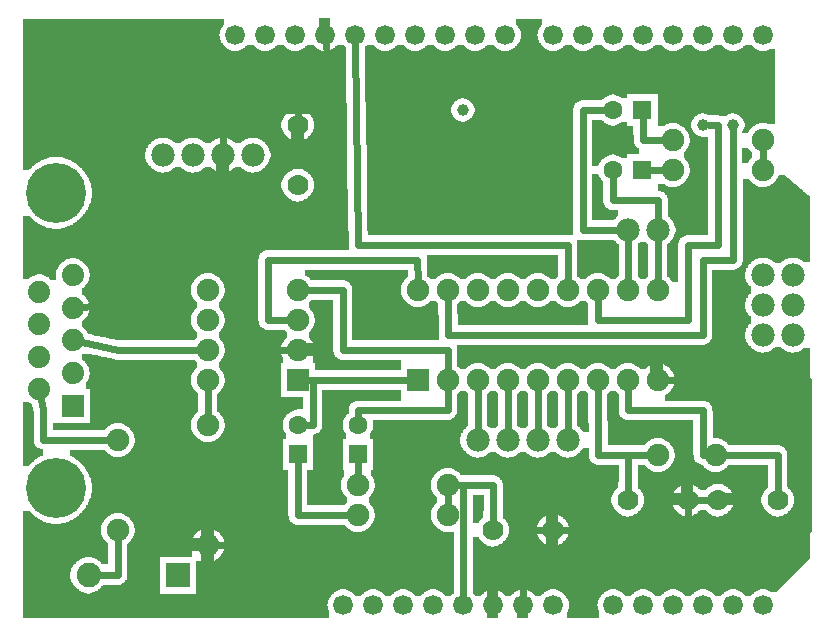
<source format=gbl>
G04 MADE WITH FRITZING*
G04 WWW.FRITZING.ORG*
G04 DOUBLE SIDED*
G04 HOLES PLATED*
G04 CONTOUR ON CENTER OF CONTOUR VECTOR*
%ASAXBY*%
%FSLAX23Y23*%
%MOIN*%
%OFA0B0*%
%SFA1.0B1.0*%
%ADD10C,0.075000*%
%ADD11C,0.039370*%
%ADD12C,0.066194*%
%ADD13C,0.066222*%
%ADD14C,0.070000*%
%ADD15C,0.062992*%
%ADD16C,0.078000*%
%ADD17C,0.074000*%
%ADD18C,0.200000*%
%ADD19C,0.082000*%
%ADD20R,0.075000X0.075000*%
%ADD21R,0.062992X0.062992*%
%ADD22R,0.082000X0.082000*%
%ADD23C,0.024000*%
%ADD24R,0.001000X0.001000*%
%LNCOPPER0*%
G90*
G70*
G54D10*
X1272Y1868D03*
X1956Y1254D03*
X1203Y1155D03*
X131Y1997D03*
G54D11*
X1517Y1745D03*
G54D10*
X367Y645D03*
X367Y345D03*
G54D12*
X2118Y95D03*
X2218Y95D03*
X2318Y95D03*
X2418Y95D03*
X2518Y95D03*
G54D13*
X1658Y1995D03*
X1558Y1995D03*
X1458Y1995D03*
X1358Y1995D03*
X1258Y1995D03*
X1158Y1995D03*
X1058Y1995D03*
X958Y1995D03*
X858Y1995D03*
X758Y1995D03*
X2518Y1995D03*
X2418Y1995D03*
X2318Y1995D03*
X2218Y1995D03*
X2118Y1995D03*
X2018Y1995D03*
X1918Y1995D03*
X1818Y1995D03*
G54D12*
X1218Y95D03*
X1118Y95D03*
X1318Y95D03*
X1418Y95D03*
X1518Y95D03*
X1618Y95D03*
X1718Y95D03*
X1818Y95D03*
X2018Y95D03*
G54D10*
X1367Y845D03*
X1367Y1145D03*
X1467Y845D03*
X1467Y1145D03*
X1567Y845D03*
X1567Y1145D03*
X1667Y845D03*
X1667Y1145D03*
X1767Y845D03*
X1767Y1145D03*
X1867Y845D03*
X1867Y1145D03*
X1967Y845D03*
X1967Y1145D03*
X2067Y845D03*
X2067Y1145D03*
X2167Y845D03*
X2167Y1145D03*
X2167Y595D03*
X2359Y595D03*
G54D14*
X967Y1495D03*
X967Y1695D03*
X1817Y345D03*
X1617Y345D03*
X2067Y445D03*
X2267Y445D03*
X2567Y445D03*
X2367Y445D03*
G54D10*
X967Y845D03*
X667Y845D03*
X967Y945D03*
X667Y945D03*
X967Y1045D03*
X667Y1045D03*
X967Y1145D03*
X667Y1145D03*
X2217Y1645D03*
X2517Y1645D03*
X1167Y395D03*
X1467Y395D03*
X1167Y495D03*
X1467Y495D03*
X667Y295D03*
X667Y695D03*
X2217Y1545D03*
X2517Y1545D03*
G54D15*
X1167Y597D03*
X1167Y695D03*
X967Y597D03*
X967Y695D03*
X2115Y1545D03*
X2017Y1545D03*
X2115Y1745D03*
X2017Y1745D03*
G54D16*
X2617Y995D03*
X2617Y1095D03*
X2617Y1195D03*
X2617Y995D03*
X2617Y1095D03*
X2617Y1195D03*
X2517Y1195D03*
X2517Y1095D03*
X2517Y995D03*
X2167Y1345D03*
X2067Y1345D03*
X1867Y645D03*
X1767Y645D03*
X1667Y645D03*
X1567Y645D03*
G54D17*
X217Y759D03*
X217Y868D03*
X217Y977D03*
X217Y1086D03*
X217Y1195D03*
X105Y814D03*
X105Y923D03*
X105Y1031D03*
X105Y1140D03*
G54D18*
X161Y485D03*
X161Y1469D03*
G54D19*
X567Y195D03*
X269Y195D03*
G54D16*
X817Y1595D03*
X717Y1595D03*
X617Y1595D03*
X517Y1595D03*
G54D11*
X2317Y1695D03*
X2417Y1695D03*
G54D20*
X1367Y845D03*
X967Y845D03*
G54D21*
X1167Y597D03*
X967Y597D03*
X2115Y1545D03*
X2115Y1745D03*
G54D22*
X568Y195D03*
G54D23*
X667Y724D02*
X667Y816D01*
D02*
X2068Y1246D02*
X2067Y1315D01*
D02*
X2067Y1174D02*
X2068Y1246D01*
D02*
X2016Y1444D02*
X2168Y1444D01*
D02*
X2168Y1444D02*
X2167Y1375D01*
D02*
X2016Y1518D02*
X2016Y1444D01*
D02*
X1916Y1745D02*
X1990Y1745D01*
D02*
X1916Y1346D02*
X1916Y1745D01*
D02*
X2036Y1345D02*
X1916Y1346D01*
D02*
X2188Y1545D02*
X2142Y1545D01*
D02*
X2117Y1645D02*
X2116Y1718D01*
D02*
X2188Y1645D02*
X2117Y1645D01*
D02*
X2517Y1574D02*
X2517Y1616D01*
D02*
X2317Y595D02*
X2330Y595D01*
D02*
X2317Y744D02*
X2317Y595D01*
D02*
X2068Y744D02*
X2317Y744D01*
D02*
X2067Y816D02*
X2068Y744D01*
D02*
X1967Y595D02*
X1967Y816D01*
D02*
X2138Y595D02*
X1967Y595D01*
D02*
X2566Y595D02*
X2387Y595D01*
D02*
X2567Y471D02*
X2566Y595D01*
D02*
X2068Y595D02*
X2138Y595D01*
D02*
X2067Y471D02*
X2068Y595D01*
D02*
X2293Y445D02*
X2340Y445D01*
D02*
X2265Y346D02*
X2266Y419D01*
D02*
X2667Y346D02*
X2265Y346D01*
D02*
X2667Y845D02*
X2667Y346D01*
D02*
X2195Y845D02*
X2667Y845D01*
D02*
X1718Y346D02*
X1718Y125D01*
D02*
X2265Y346D02*
X1718Y346D01*
D02*
X2266Y419D02*
X2265Y346D01*
D02*
X995Y845D02*
X1338Y845D01*
D02*
X1116Y1146D02*
X1116Y945D01*
D02*
X1116Y945D02*
X1466Y945D01*
D02*
X1466Y945D02*
X1466Y874D01*
D02*
X995Y1145D02*
X1116Y1146D01*
D02*
X1365Y1246D02*
X1366Y1174D01*
D02*
X867Y1246D02*
X1365Y1246D01*
D02*
X867Y1045D02*
X867Y1246D01*
D02*
X938Y1045D02*
X867Y1045D01*
D02*
X1466Y744D02*
X1466Y816D01*
D02*
X1168Y744D02*
X1466Y744D01*
D02*
X1167Y722D02*
X1168Y744D01*
D02*
X1168Y845D02*
X1338Y845D01*
D02*
X1016Y696D02*
X1016Y845D01*
D02*
X1016Y845D02*
X1168Y845D01*
D02*
X993Y695D02*
X1016Y696D01*
D02*
X1068Y1895D02*
X1067Y1395D01*
D02*
X1067Y1395D02*
X767Y1394D01*
D02*
X767Y1394D02*
X767Y945D01*
D02*
X767Y945D02*
X938Y945D01*
D02*
X1061Y1965D02*
X1068Y1895D01*
D02*
X767Y945D02*
X938Y945D01*
D02*
X316Y1246D02*
X767Y1246D01*
D02*
X316Y1094D02*
X316Y1246D01*
D02*
X767Y1246D02*
X767Y945D01*
D02*
X248Y1088D02*
X316Y1094D01*
D02*
X368Y945D02*
X247Y971D01*
D02*
X638Y945D02*
X368Y945D01*
D02*
X967Y395D02*
X967Y570D01*
D02*
X1138Y395D02*
X967Y395D01*
D02*
X1618Y495D02*
X1617Y371D01*
D02*
X1495Y495D02*
X1618Y495D01*
D02*
X1517Y495D02*
X1495Y495D01*
D02*
X1518Y125D02*
X1517Y495D01*
D02*
X1718Y346D02*
X1718Y125D01*
D02*
X1867Y346D02*
X1718Y346D01*
D02*
X1843Y346D02*
X1867Y346D01*
D02*
X767Y296D02*
X695Y295D01*
D02*
X767Y945D02*
X767Y296D01*
D02*
X938Y945D02*
X767Y945D01*
D02*
X1467Y466D02*
X1467Y424D01*
D02*
X1068Y1895D02*
X1061Y1965D01*
D02*
X1068Y1745D02*
X1068Y1895D01*
D02*
X718Y1745D02*
X1068Y1745D01*
D02*
X717Y1625D02*
X718Y1745D01*
D02*
X1867Y1295D02*
X1168Y1295D01*
D02*
X1168Y1295D02*
X1158Y1964D01*
D02*
X1867Y1174D02*
X1867Y1295D01*
D02*
X1068Y1895D02*
X1068Y1745D01*
D02*
X1068Y1745D02*
X966Y1745D01*
D02*
X966Y1745D02*
X967Y1721D01*
D02*
X1061Y1965D02*
X1068Y1895D01*
D02*
X117Y646D02*
X338Y645D01*
D02*
X117Y745D02*
X117Y646D01*
D02*
X110Y783D02*
X117Y745D01*
D02*
X367Y194D02*
X367Y316D01*
D02*
X301Y195D02*
X367Y194D01*
D02*
X2166Y1244D02*
X2166Y1315D01*
D02*
X2166Y1174D02*
X2166Y1244D01*
D02*
X1166Y546D02*
X1166Y524D01*
D02*
X1166Y570D02*
X1166Y546D01*
D02*
X1567Y675D02*
X1567Y816D01*
D02*
X1667Y675D02*
X1667Y816D01*
D02*
X1767Y675D02*
X1767Y816D01*
D02*
X1867Y675D02*
X1867Y816D01*
D02*
X2366Y1295D02*
X2266Y1295D01*
D02*
X2366Y1695D02*
X2366Y1295D01*
D02*
X2266Y1295D02*
X2266Y1045D01*
D02*
X1966Y1045D02*
X1966Y1116D01*
D02*
X2266Y1045D02*
X1966Y1045D01*
D02*
X2336Y1695D02*
X2366Y1695D01*
D02*
X2316Y1246D02*
X2316Y995D01*
D02*
X2316Y995D02*
X1467Y995D01*
D02*
X1467Y995D02*
X1467Y1116D01*
D02*
X2417Y1676D02*
X2418Y1246D01*
D02*
X2418Y1246D02*
X2316Y1246D01*
G36*
X1948Y1713D02*
X1948Y1693D01*
X2010Y1693D01*
X2010Y1695D01*
X2002Y1695D01*
X2002Y1697D01*
X1998Y1697D01*
X1998Y1699D01*
X1994Y1699D01*
X1994Y1701D01*
X1992Y1701D01*
X1992Y1703D01*
X1988Y1703D01*
X1988Y1705D01*
X1986Y1705D01*
X1986Y1707D01*
X1984Y1707D01*
X1984Y1709D01*
X1982Y1709D01*
X1982Y1711D01*
X1980Y1711D01*
X1980Y1713D01*
X1948Y1713D01*
G37*
D02*
G36*
X2044Y1705D02*
X2044Y1703D01*
X2042Y1703D01*
X2042Y1701D01*
X2038Y1701D01*
X2038Y1699D01*
X2036Y1699D01*
X2036Y1697D01*
X2030Y1697D01*
X2030Y1695D01*
X2024Y1695D01*
X2024Y1693D01*
X2064Y1693D01*
X2064Y1705D01*
X2044Y1705D01*
G37*
D02*
G36*
X1948Y1693D02*
X1948Y1691D01*
X2084Y1691D01*
X2084Y1693D01*
X1948Y1693D01*
G37*
D02*
G36*
X1948Y1693D02*
X1948Y1691D01*
X2084Y1691D01*
X2084Y1693D01*
X1948Y1693D01*
G37*
D02*
G36*
X1948Y1691D02*
X1948Y1597D01*
X2020Y1597D01*
X2020Y1595D01*
X2028Y1595D01*
X2028Y1593D01*
X2034Y1593D01*
X2034Y1591D01*
X2038Y1591D01*
X2038Y1589D01*
X2040Y1589D01*
X2040Y1587D01*
X2044Y1587D01*
X2044Y1585D01*
X2064Y1585D01*
X2064Y1597D01*
X2104Y1597D01*
X2104Y1617D01*
X2100Y1617D01*
X2100Y1619D01*
X2098Y1619D01*
X2098Y1621D01*
X2094Y1621D01*
X2094Y1625D01*
X2092Y1625D01*
X2092Y1627D01*
X2090Y1627D01*
X2090Y1631D01*
X2088Y1631D01*
X2088Y1635D01*
X2086Y1635D01*
X2086Y1661D01*
X2084Y1661D01*
X2084Y1691D01*
X1948Y1691D01*
G37*
D02*
G36*
X1948Y1597D02*
X1948Y1557D01*
X1968Y1557D01*
X1968Y1561D01*
X1970Y1561D01*
X1970Y1565D01*
X1972Y1565D01*
X1972Y1569D01*
X1974Y1569D01*
X1974Y1571D01*
X1976Y1571D01*
X1976Y1575D01*
X1978Y1575D01*
X1978Y1577D01*
X1980Y1577D01*
X1980Y1579D01*
X1982Y1579D01*
X1982Y1581D01*
X1984Y1581D01*
X1984Y1583D01*
X1986Y1583D01*
X1986Y1585D01*
X1990Y1585D01*
X1990Y1587D01*
X1992Y1587D01*
X1992Y1589D01*
X1996Y1589D01*
X1996Y1591D01*
X2000Y1591D01*
X2000Y1593D01*
X2004Y1593D01*
X2004Y1595D01*
X2014Y1595D01*
X2014Y1597D01*
X1948Y1597D01*
G37*
D02*
G36*
X2448Y1619D02*
X2448Y1569D01*
X2468Y1569D01*
X2468Y1573D01*
X2470Y1573D01*
X2470Y1577D01*
X2472Y1577D01*
X2472Y1579D01*
X2474Y1579D01*
X2474Y1581D01*
X2476Y1581D01*
X2476Y1583D01*
X2478Y1583D01*
X2478Y1585D01*
X2480Y1585D01*
X2480Y1605D01*
X2478Y1605D01*
X2478Y1607D01*
X2476Y1607D01*
X2476Y1609D01*
X2474Y1609D01*
X2474Y1611D01*
X2472Y1611D01*
X2472Y1613D01*
X2470Y1613D01*
X2470Y1615D01*
X2468Y1615D01*
X2468Y1619D01*
X2448Y1619D01*
G37*
D02*
G36*
X1948Y1533D02*
X1948Y1377D01*
X2020Y1377D01*
X2020Y1379D01*
X2022Y1379D01*
X2022Y1381D01*
X2024Y1381D01*
X2024Y1383D01*
X2026Y1383D01*
X2026Y1385D01*
X2028Y1385D01*
X2028Y1387D01*
X2030Y1387D01*
X2030Y1389D01*
X2032Y1389D01*
X2032Y1391D01*
X2034Y1391D01*
X2034Y1411D01*
X2010Y1411D01*
X2010Y1413D01*
X2004Y1413D01*
X2004Y1415D01*
X2000Y1415D01*
X2000Y1417D01*
X1996Y1417D01*
X1996Y1419D01*
X1994Y1419D01*
X1994Y1421D01*
X1992Y1421D01*
X1992Y1423D01*
X1990Y1423D01*
X1990Y1427D01*
X1988Y1427D01*
X1988Y1429D01*
X1986Y1429D01*
X1986Y1435D01*
X1984Y1435D01*
X1984Y1509D01*
X1982Y1509D01*
X1982Y1511D01*
X1980Y1511D01*
X1980Y1513D01*
X1978Y1513D01*
X1978Y1515D01*
X1976Y1515D01*
X1976Y1517D01*
X1974Y1517D01*
X1974Y1521D01*
X1972Y1521D01*
X1972Y1523D01*
X1970Y1523D01*
X1970Y1527D01*
X1968Y1527D01*
X1968Y1533D01*
X1948Y1533D01*
G37*
D02*
G36*
X1694Y2049D02*
X1694Y2029D01*
X1696Y2029D01*
X1696Y2027D01*
X1698Y2027D01*
X1698Y2025D01*
X1700Y2025D01*
X1700Y2023D01*
X1702Y2023D01*
X1702Y2019D01*
X1704Y2019D01*
X1704Y2015D01*
X1706Y2015D01*
X1706Y2011D01*
X1708Y2011D01*
X1708Y2007D01*
X1710Y2007D01*
X1710Y1983D01*
X1708Y1983D01*
X1708Y1977D01*
X1706Y1977D01*
X1706Y1973D01*
X1704Y1973D01*
X1704Y1969D01*
X1702Y1969D01*
X1702Y1967D01*
X1700Y1967D01*
X1700Y1965D01*
X1698Y1965D01*
X1698Y1961D01*
X1696Y1961D01*
X1696Y1959D01*
X1694Y1959D01*
X1694Y1957D01*
X1692Y1957D01*
X1692Y1955D01*
X1690Y1955D01*
X1690Y1953D01*
X1686Y1953D01*
X1686Y1951D01*
X1684Y1951D01*
X1684Y1949D01*
X1680Y1949D01*
X1680Y1947D01*
X1676Y1947D01*
X1676Y1945D01*
X1672Y1945D01*
X1672Y1943D01*
X1664Y1943D01*
X1664Y1941D01*
X1810Y1941D01*
X1810Y1943D01*
X1804Y1943D01*
X1804Y1945D01*
X1798Y1945D01*
X1798Y1947D01*
X1796Y1947D01*
X1796Y1949D01*
X1792Y1949D01*
X1792Y1951D01*
X1790Y1951D01*
X1790Y1953D01*
X1786Y1953D01*
X1786Y1955D01*
X1784Y1955D01*
X1784Y1957D01*
X1782Y1957D01*
X1782Y1959D01*
X1780Y1959D01*
X1780Y1961D01*
X1778Y1961D01*
X1778Y1963D01*
X1776Y1963D01*
X1776Y1967D01*
X1774Y1967D01*
X1774Y1969D01*
X1772Y1969D01*
X1772Y1973D01*
X1770Y1973D01*
X1770Y1977D01*
X1768Y1977D01*
X1768Y1981D01*
X1766Y1981D01*
X1766Y1991D01*
X1764Y1991D01*
X1764Y1999D01*
X1766Y1999D01*
X1766Y2007D01*
X1768Y2007D01*
X1768Y2013D01*
X1770Y2013D01*
X1770Y2017D01*
X1772Y2017D01*
X1772Y2019D01*
X1774Y2019D01*
X1774Y2023D01*
X1776Y2023D01*
X1776Y2025D01*
X1778Y2025D01*
X1778Y2027D01*
X1780Y2027D01*
X1780Y2029D01*
X1782Y2029D01*
X1782Y2049D01*
X1694Y2049D01*
G37*
D02*
G36*
X1198Y1963D02*
X1198Y1961D01*
X1196Y1961D01*
X1196Y1959D01*
X1194Y1959D01*
X1194Y1957D01*
X1192Y1957D01*
X1192Y1955D01*
X1190Y1955D01*
X1190Y1941D01*
X1250Y1941D01*
X1250Y1943D01*
X1244Y1943D01*
X1244Y1945D01*
X1238Y1945D01*
X1238Y1947D01*
X1236Y1947D01*
X1236Y1949D01*
X1232Y1949D01*
X1232Y1951D01*
X1230Y1951D01*
X1230Y1953D01*
X1226Y1953D01*
X1226Y1955D01*
X1224Y1955D01*
X1224Y1957D01*
X1222Y1957D01*
X1222Y1959D01*
X1220Y1959D01*
X1220Y1961D01*
X1218Y1961D01*
X1218Y1963D01*
X1198Y1963D01*
G37*
D02*
G36*
X1298Y1963D02*
X1298Y1961D01*
X1296Y1961D01*
X1296Y1959D01*
X1294Y1959D01*
X1294Y1957D01*
X1292Y1957D01*
X1292Y1955D01*
X1290Y1955D01*
X1290Y1953D01*
X1286Y1953D01*
X1286Y1951D01*
X1284Y1951D01*
X1284Y1949D01*
X1280Y1949D01*
X1280Y1947D01*
X1276Y1947D01*
X1276Y1945D01*
X1272Y1945D01*
X1272Y1943D01*
X1264Y1943D01*
X1264Y1941D01*
X1350Y1941D01*
X1350Y1943D01*
X1344Y1943D01*
X1344Y1945D01*
X1338Y1945D01*
X1338Y1947D01*
X1336Y1947D01*
X1336Y1949D01*
X1332Y1949D01*
X1332Y1951D01*
X1330Y1951D01*
X1330Y1953D01*
X1326Y1953D01*
X1326Y1955D01*
X1324Y1955D01*
X1324Y1957D01*
X1322Y1957D01*
X1322Y1959D01*
X1320Y1959D01*
X1320Y1961D01*
X1318Y1961D01*
X1318Y1963D01*
X1298Y1963D01*
G37*
D02*
G36*
X1398Y1963D02*
X1398Y1961D01*
X1396Y1961D01*
X1396Y1959D01*
X1394Y1959D01*
X1394Y1957D01*
X1392Y1957D01*
X1392Y1955D01*
X1390Y1955D01*
X1390Y1953D01*
X1386Y1953D01*
X1386Y1951D01*
X1384Y1951D01*
X1384Y1949D01*
X1380Y1949D01*
X1380Y1947D01*
X1376Y1947D01*
X1376Y1945D01*
X1372Y1945D01*
X1372Y1943D01*
X1364Y1943D01*
X1364Y1941D01*
X1450Y1941D01*
X1450Y1943D01*
X1444Y1943D01*
X1444Y1945D01*
X1438Y1945D01*
X1438Y1947D01*
X1436Y1947D01*
X1436Y1949D01*
X1432Y1949D01*
X1432Y1951D01*
X1430Y1951D01*
X1430Y1953D01*
X1426Y1953D01*
X1426Y1955D01*
X1424Y1955D01*
X1424Y1957D01*
X1422Y1957D01*
X1422Y1959D01*
X1420Y1959D01*
X1420Y1961D01*
X1418Y1961D01*
X1418Y1963D01*
X1398Y1963D01*
G37*
D02*
G36*
X1498Y1963D02*
X1498Y1961D01*
X1496Y1961D01*
X1496Y1959D01*
X1494Y1959D01*
X1494Y1957D01*
X1492Y1957D01*
X1492Y1955D01*
X1490Y1955D01*
X1490Y1953D01*
X1486Y1953D01*
X1486Y1951D01*
X1484Y1951D01*
X1484Y1949D01*
X1480Y1949D01*
X1480Y1947D01*
X1476Y1947D01*
X1476Y1945D01*
X1472Y1945D01*
X1472Y1943D01*
X1464Y1943D01*
X1464Y1941D01*
X1550Y1941D01*
X1550Y1943D01*
X1544Y1943D01*
X1544Y1945D01*
X1538Y1945D01*
X1538Y1947D01*
X1536Y1947D01*
X1536Y1949D01*
X1532Y1949D01*
X1532Y1951D01*
X1530Y1951D01*
X1530Y1953D01*
X1526Y1953D01*
X1526Y1955D01*
X1524Y1955D01*
X1524Y1957D01*
X1522Y1957D01*
X1522Y1959D01*
X1520Y1959D01*
X1520Y1961D01*
X1518Y1961D01*
X1518Y1963D01*
X1498Y1963D01*
G37*
D02*
G36*
X1598Y1963D02*
X1598Y1961D01*
X1596Y1961D01*
X1596Y1959D01*
X1594Y1959D01*
X1594Y1957D01*
X1592Y1957D01*
X1592Y1955D01*
X1590Y1955D01*
X1590Y1953D01*
X1586Y1953D01*
X1586Y1951D01*
X1584Y1951D01*
X1584Y1949D01*
X1580Y1949D01*
X1580Y1947D01*
X1576Y1947D01*
X1576Y1945D01*
X1572Y1945D01*
X1572Y1943D01*
X1564Y1943D01*
X1564Y1941D01*
X1650Y1941D01*
X1650Y1943D01*
X1644Y1943D01*
X1644Y1945D01*
X1638Y1945D01*
X1638Y1947D01*
X1636Y1947D01*
X1636Y1949D01*
X1632Y1949D01*
X1632Y1951D01*
X1630Y1951D01*
X1630Y1953D01*
X1626Y1953D01*
X1626Y1955D01*
X1624Y1955D01*
X1624Y1957D01*
X1622Y1957D01*
X1622Y1959D01*
X1620Y1959D01*
X1620Y1961D01*
X1618Y1961D01*
X1618Y1963D01*
X1598Y1963D01*
G37*
D02*
G36*
X1858Y1963D02*
X1858Y1961D01*
X1856Y1961D01*
X1856Y1959D01*
X1854Y1959D01*
X1854Y1957D01*
X1852Y1957D01*
X1852Y1955D01*
X1850Y1955D01*
X1850Y1953D01*
X1846Y1953D01*
X1846Y1951D01*
X1844Y1951D01*
X1844Y1949D01*
X1840Y1949D01*
X1840Y1947D01*
X1836Y1947D01*
X1836Y1945D01*
X1832Y1945D01*
X1832Y1943D01*
X1824Y1943D01*
X1824Y1941D01*
X1910Y1941D01*
X1910Y1943D01*
X1904Y1943D01*
X1904Y1945D01*
X1898Y1945D01*
X1898Y1947D01*
X1896Y1947D01*
X1896Y1949D01*
X1892Y1949D01*
X1892Y1951D01*
X1890Y1951D01*
X1890Y1953D01*
X1886Y1953D01*
X1886Y1955D01*
X1884Y1955D01*
X1884Y1957D01*
X1882Y1957D01*
X1882Y1959D01*
X1880Y1959D01*
X1880Y1961D01*
X1878Y1961D01*
X1878Y1963D01*
X1858Y1963D01*
G37*
D02*
G36*
X1958Y1963D02*
X1958Y1961D01*
X1956Y1961D01*
X1956Y1959D01*
X1954Y1959D01*
X1954Y1957D01*
X1952Y1957D01*
X1952Y1955D01*
X1950Y1955D01*
X1950Y1953D01*
X1946Y1953D01*
X1946Y1951D01*
X1944Y1951D01*
X1944Y1949D01*
X1940Y1949D01*
X1940Y1947D01*
X1936Y1947D01*
X1936Y1945D01*
X1932Y1945D01*
X1932Y1943D01*
X1924Y1943D01*
X1924Y1941D01*
X2010Y1941D01*
X2010Y1943D01*
X2004Y1943D01*
X2004Y1945D01*
X1998Y1945D01*
X1998Y1947D01*
X1996Y1947D01*
X1996Y1949D01*
X1992Y1949D01*
X1992Y1951D01*
X1990Y1951D01*
X1990Y1953D01*
X1986Y1953D01*
X1986Y1955D01*
X1984Y1955D01*
X1984Y1957D01*
X1982Y1957D01*
X1982Y1959D01*
X1980Y1959D01*
X1980Y1961D01*
X1978Y1961D01*
X1978Y1963D01*
X1958Y1963D01*
G37*
D02*
G36*
X2058Y1963D02*
X2058Y1961D01*
X2056Y1961D01*
X2056Y1959D01*
X2054Y1959D01*
X2054Y1957D01*
X2052Y1957D01*
X2052Y1955D01*
X2050Y1955D01*
X2050Y1953D01*
X2046Y1953D01*
X2046Y1951D01*
X2044Y1951D01*
X2044Y1949D01*
X2040Y1949D01*
X2040Y1947D01*
X2036Y1947D01*
X2036Y1945D01*
X2032Y1945D01*
X2032Y1943D01*
X2024Y1943D01*
X2024Y1941D01*
X2110Y1941D01*
X2110Y1943D01*
X2104Y1943D01*
X2104Y1945D01*
X2098Y1945D01*
X2098Y1947D01*
X2096Y1947D01*
X2096Y1949D01*
X2092Y1949D01*
X2092Y1951D01*
X2090Y1951D01*
X2090Y1953D01*
X2086Y1953D01*
X2086Y1955D01*
X2084Y1955D01*
X2084Y1957D01*
X2082Y1957D01*
X2082Y1959D01*
X2080Y1959D01*
X2080Y1961D01*
X2078Y1961D01*
X2078Y1963D01*
X2058Y1963D01*
G37*
D02*
G36*
X2158Y1963D02*
X2158Y1961D01*
X2156Y1961D01*
X2156Y1959D01*
X2154Y1959D01*
X2154Y1957D01*
X2152Y1957D01*
X2152Y1955D01*
X2150Y1955D01*
X2150Y1953D01*
X2146Y1953D01*
X2146Y1951D01*
X2144Y1951D01*
X2144Y1949D01*
X2140Y1949D01*
X2140Y1947D01*
X2136Y1947D01*
X2136Y1945D01*
X2132Y1945D01*
X2132Y1943D01*
X2124Y1943D01*
X2124Y1941D01*
X2210Y1941D01*
X2210Y1943D01*
X2204Y1943D01*
X2204Y1945D01*
X2198Y1945D01*
X2198Y1947D01*
X2196Y1947D01*
X2196Y1949D01*
X2192Y1949D01*
X2192Y1951D01*
X2190Y1951D01*
X2190Y1953D01*
X2186Y1953D01*
X2186Y1955D01*
X2184Y1955D01*
X2184Y1957D01*
X2182Y1957D01*
X2182Y1959D01*
X2180Y1959D01*
X2180Y1961D01*
X2178Y1961D01*
X2178Y1963D01*
X2158Y1963D01*
G37*
D02*
G36*
X2258Y1963D02*
X2258Y1961D01*
X2256Y1961D01*
X2256Y1959D01*
X2254Y1959D01*
X2254Y1957D01*
X2252Y1957D01*
X2252Y1955D01*
X2250Y1955D01*
X2250Y1953D01*
X2246Y1953D01*
X2246Y1951D01*
X2244Y1951D01*
X2244Y1949D01*
X2240Y1949D01*
X2240Y1947D01*
X2236Y1947D01*
X2236Y1945D01*
X2232Y1945D01*
X2232Y1943D01*
X2224Y1943D01*
X2224Y1941D01*
X2310Y1941D01*
X2310Y1943D01*
X2304Y1943D01*
X2304Y1945D01*
X2298Y1945D01*
X2298Y1947D01*
X2296Y1947D01*
X2296Y1949D01*
X2292Y1949D01*
X2292Y1951D01*
X2290Y1951D01*
X2290Y1953D01*
X2286Y1953D01*
X2286Y1955D01*
X2284Y1955D01*
X2284Y1957D01*
X2282Y1957D01*
X2282Y1959D01*
X2280Y1959D01*
X2280Y1961D01*
X2278Y1961D01*
X2278Y1963D01*
X2258Y1963D01*
G37*
D02*
G36*
X2358Y1963D02*
X2358Y1961D01*
X2356Y1961D01*
X2356Y1959D01*
X2354Y1959D01*
X2354Y1957D01*
X2352Y1957D01*
X2352Y1955D01*
X2350Y1955D01*
X2350Y1953D01*
X2346Y1953D01*
X2346Y1951D01*
X2344Y1951D01*
X2344Y1949D01*
X2340Y1949D01*
X2340Y1947D01*
X2336Y1947D01*
X2336Y1945D01*
X2332Y1945D01*
X2332Y1943D01*
X2324Y1943D01*
X2324Y1941D01*
X2410Y1941D01*
X2410Y1943D01*
X2404Y1943D01*
X2404Y1945D01*
X2398Y1945D01*
X2398Y1947D01*
X2396Y1947D01*
X2396Y1949D01*
X2392Y1949D01*
X2392Y1951D01*
X2390Y1951D01*
X2390Y1953D01*
X2386Y1953D01*
X2386Y1955D01*
X2384Y1955D01*
X2384Y1957D01*
X2382Y1957D01*
X2382Y1959D01*
X2380Y1959D01*
X2380Y1961D01*
X2378Y1961D01*
X2378Y1963D01*
X2358Y1963D01*
G37*
D02*
G36*
X2458Y1963D02*
X2458Y1961D01*
X2456Y1961D01*
X2456Y1959D01*
X2454Y1959D01*
X2454Y1957D01*
X2452Y1957D01*
X2452Y1955D01*
X2450Y1955D01*
X2450Y1953D01*
X2446Y1953D01*
X2446Y1951D01*
X2444Y1951D01*
X2444Y1949D01*
X2440Y1949D01*
X2440Y1947D01*
X2436Y1947D01*
X2436Y1945D01*
X2432Y1945D01*
X2432Y1943D01*
X2424Y1943D01*
X2424Y1941D01*
X2510Y1941D01*
X2510Y1943D01*
X2504Y1943D01*
X2504Y1945D01*
X2498Y1945D01*
X2498Y1947D01*
X2496Y1947D01*
X2496Y1949D01*
X2492Y1949D01*
X2492Y1951D01*
X2490Y1951D01*
X2490Y1953D01*
X2486Y1953D01*
X2486Y1955D01*
X2484Y1955D01*
X2484Y1957D01*
X2482Y1957D01*
X2482Y1959D01*
X2480Y1959D01*
X2480Y1961D01*
X2478Y1961D01*
X2478Y1963D01*
X2458Y1963D01*
G37*
D02*
G36*
X2536Y1947D02*
X2536Y1945D01*
X2532Y1945D01*
X2532Y1943D01*
X2524Y1943D01*
X2524Y1941D01*
X2556Y1941D01*
X2556Y1947D01*
X2536Y1947D01*
G37*
D02*
G36*
X1190Y1941D02*
X1190Y1939D01*
X2556Y1939D01*
X2556Y1941D01*
X1190Y1941D01*
G37*
D02*
G36*
X1190Y1941D02*
X1190Y1939D01*
X2556Y1939D01*
X2556Y1941D01*
X1190Y1941D01*
G37*
D02*
G36*
X1190Y1941D02*
X1190Y1939D01*
X2556Y1939D01*
X2556Y1941D01*
X1190Y1941D01*
G37*
D02*
G36*
X1190Y1941D02*
X1190Y1939D01*
X2556Y1939D01*
X2556Y1941D01*
X1190Y1941D01*
G37*
D02*
G36*
X1190Y1941D02*
X1190Y1939D01*
X2556Y1939D01*
X2556Y1941D01*
X1190Y1941D01*
G37*
D02*
G36*
X1190Y1941D02*
X1190Y1939D01*
X2556Y1939D01*
X2556Y1941D01*
X1190Y1941D01*
G37*
D02*
G36*
X1190Y1941D02*
X1190Y1939D01*
X2556Y1939D01*
X2556Y1941D01*
X1190Y1941D01*
G37*
D02*
G36*
X1190Y1941D02*
X1190Y1939D01*
X2556Y1939D01*
X2556Y1941D01*
X1190Y1941D01*
G37*
D02*
G36*
X1190Y1941D02*
X1190Y1939D01*
X2556Y1939D01*
X2556Y1941D01*
X1190Y1941D01*
G37*
D02*
G36*
X1190Y1941D02*
X1190Y1939D01*
X2556Y1939D01*
X2556Y1941D01*
X1190Y1941D01*
G37*
D02*
G36*
X1190Y1941D02*
X1190Y1939D01*
X2556Y1939D01*
X2556Y1941D01*
X1190Y1941D01*
G37*
D02*
G36*
X1190Y1941D02*
X1190Y1939D01*
X2556Y1939D01*
X2556Y1941D01*
X1190Y1941D01*
G37*
D02*
G36*
X1190Y1941D02*
X1190Y1939D01*
X2556Y1939D01*
X2556Y1941D01*
X1190Y1941D01*
G37*
D02*
G36*
X1190Y1941D02*
X1190Y1939D01*
X2556Y1939D01*
X2556Y1941D01*
X1190Y1941D01*
G37*
D02*
G36*
X1190Y1939D02*
X1190Y1913D01*
X1192Y1913D01*
X1192Y1797D01*
X2166Y1797D01*
X2166Y1735D01*
X2420Y1735D01*
X2420Y1733D01*
X2428Y1733D01*
X2428Y1731D01*
X2432Y1731D01*
X2432Y1729D01*
X2434Y1729D01*
X2434Y1727D01*
X2438Y1727D01*
X2438Y1725D01*
X2440Y1725D01*
X2440Y1723D01*
X2442Y1723D01*
X2442Y1721D01*
X2444Y1721D01*
X2444Y1719D01*
X2446Y1719D01*
X2446Y1717D01*
X2448Y1717D01*
X2448Y1715D01*
X2450Y1715D01*
X2450Y1711D01*
X2452Y1711D01*
X2452Y1707D01*
X2454Y1707D01*
X2454Y1703D01*
X2520Y1703D01*
X2520Y1701D01*
X2530Y1701D01*
X2530Y1699D01*
X2534Y1699D01*
X2534Y1697D01*
X2556Y1697D01*
X2556Y1939D01*
X1190Y1939D01*
G37*
D02*
G36*
X1192Y1797D02*
X1192Y1785D01*
X1520Y1785D01*
X1520Y1783D01*
X1528Y1783D01*
X1528Y1781D01*
X1532Y1781D01*
X1532Y1779D01*
X1534Y1779D01*
X1534Y1777D01*
X1538Y1777D01*
X1538Y1775D01*
X1540Y1775D01*
X1540Y1773D01*
X1542Y1773D01*
X1542Y1771D01*
X1544Y1771D01*
X1544Y1769D01*
X1546Y1769D01*
X1546Y1767D01*
X1548Y1767D01*
X1548Y1765D01*
X1550Y1765D01*
X1550Y1761D01*
X1552Y1761D01*
X1552Y1757D01*
X1554Y1757D01*
X1554Y1753D01*
X1556Y1753D01*
X1556Y1737D01*
X1554Y1737D01*
X1554Y1731D01*
X1552Y1731D01*
X1552Y1729D01*
X1550Y1729D01*
X1550Y1725D01*
X1548Y1725D01*
X1548Y1723D01*
X1546Y1723D01*
X1546Y1719D01*
X1544Y1719D01*
X1544Y1717D01*
X1542Y1717D01*
X1542Y1715D01*
X1538Y1715D01*
X1538Y1713D01*
X1536Y1713D01*
X1536Y1711D01*
X1532Y1711D01*
X1532Y1709D01*
X1528Y1709D01*
X1528Y1707D01*
X1524Y1707D01*
X1524Y1705D01*
X1884Y1705D01*
X1884Y1753D01*
X1886Y1753D01*
X1886Y1759D01*
X1888Y1759D01*
X1888Y1761D01*
X1890Y1761D01*
X1890Y1765D01*
X1892Y1765D01*
X1892Y1767D01*
X1894Y1767D01*
X1894Y1769D01*
X1896Y1769D01*
X1896Y1771D01*
X1900Y1771D01*
X1900Y1773D01*
X1904Y1773D01*
X1904Y1775D01*
X1912Y1775D01*
X1912Y1777D01*
X1980Y1777D01*
X1980Y1779D01*
X1982Y1779D01*
X1982Y1781D01*
X1984Y1781D01*
X1984Y1783D01*
X1986Y1783D01*
X1986Y1785D01*
X1990Y1785D01*
X1990Y1787D01*
X1992Y1787D01*
X1992Y1789D01*
X1996Y1789D01*
X1996Y1791D01*
X2000Y1791D01*
X2000Y1793D01*
X2004Y1793D01*
X2004Y1795D01*
X2014Y1795D01*
X2014Y1797D01*
X1192Y1797D01*
G37*
D02*
G36*
X2020Y1797D02*
X2020Y1795D01*
X2028Y1795D01*
X2028Y1793D01*
X2034Y1793D01*
X2034Y1791D01*
X2038Y1791D01*
X2038Y1789D01*
X2040Y1789D01*
X2040Y1787D01*
X2044Y1787D01*
X2044Y1785D01*
X2064Y1785D01*
X2064Y1797D01*
X2020Y1797D01*
G37*
D02*
G36*
X1192Y1785D02*
X1192Y1771D01*
X1194Y1771D01*
X1194Y1705D01*
X1510Y1705D01*
X1510Y1707D01*
X1504Y1707D01*
X1504Y1709D01*
X1500Y1709D01*
X1500Y1711D01*
X1498Y1711D01*
X1498Y1713D01*
X1494Y1713D01*
X1494Y1715D01*
X1492Y1715D01*
X1492Y1717D01*
X1490Y1717D01*
X1490Y1719D01*
X1488Y1719D01*
X1488Y1721D01*
X1486Y1721D01*
X1486Y1723D01*
X1484Y1723D01*
X1484Y1727D01*
X1482Y1727D01*
X1482Y1729D01*
X1480Y1729D01*
X1480Y1735D01*
X1478Y1735D01*
X1478Y1743D01*
X1476Y1743D01*
X1476Y1747D01*
X1478Y1747D01*
X1478Y1755D01*
X1480Y1755D01*
X1480Y1759D01*
X1482Y1759D01*
X1482Y1763D01*
X1484Y1763D01*
X1484Y1765D01*
X1486Y1765D01*
X1486Y1769D01*
X1488Y1769D01*
X1488Y1771D01*
X1490Y1771D01*
X1490Y1773D01*
X1492Y1773D01*
X1492Y1775D01*
X1496Y1775D01*
X1496Y1777D01*
X1498Y1777D01*
X1498Y1779D01*
X1502Y1779D01*
X1502Y1781D01*
X1506Y1781D01*
X1506Y1783D01*
X1512Y1783D01*
X1512Y1785D01*
X1192Y1785D01*
G37*
D02*
G36*
X2166Y1735D02*
X2166Y1703D01*
X2220Y1703D01*
X2220Y1701D01*
X2230Y1701D01*
X2230Y1699D01*
X2234Y1699D01*
X2234Y1697D01*
X2238Y1697D01*
X2238Y1695D01*
X2242Y1695D01*
X2242Y1693D01*
X2246Y1693D01*
X2246Y1691D01*
X2248Y1691D01*
X2248Y1689D01*
X2250Y1689D01*
X2250Y1687D01*
X2254Y1687D01*
X2254Y1685D01*
X2256Y1685D01*
X2256Y1683D01*
X2258Y1683D01*
X2258Y1679D01*
X2260Y1679D01*
X2260Y1677D01*
X2262Y1677D01*
X2262Y1675D01*
X2264Y1675D01*
X2264Y1671D01*
X2266Y1671D01*
X2266Y1669D01*
X2268Y1669D01*
X2268Y1665D01*
X2270Y1665D01*
X2270Y1661D01*
X2272Y1661D01*
X2272Y1653D01*
X2274Y1653D01*
X2274Y1635D01*
X2272Y1635D01*
X2272Y1629D01*
X2270Y1629D01*
X2270Y1625D01*
X2268Y1625D01*
X2268Y1621D01*
X2266Y1621D01*
X2266Y1617D01*
X2264Y1617D01*
X2264Y1615D01*
X2262Y1615D01*
X2262Y1611D01*
X2260Y1611D01*
X2260Y1609D01*
X2258Y1609D01*
X2258Y1607D01*
X2256Y1607D01*
X2256Y1605D01*
X2254Y1605D01*
X2254Y1585D01*
X2256Y1585D01*
X2256Y1583D01*
X2258Y1583D01*
X2258Y1579D01*
X2260Y1579D01*
X2260Y1577D01*
X2262Y1577D01*
X2262Y1575D01*
X2264Y1575D01*
X2264Y1571D01*
X2266Y1571D01*
X2266Y1569D01*
X2268Y1569D01*
X2268Y1565D01*
X2270Y1565D01*
X2270Y1561D01*
X2272Y1561D01*
X2272Y1553D01*
X2274Y1553D01*
X2274Y1535D01*
X2272Y1535D01*
X2272Y1529D01*
X2270Y1529D01*
X2270Y1525D01*
X2268Y1525D01*
X2268Y1521D01*
X2266Y1521D01*
X2266Y1517D01*
X2264Y1517D01*
X2264Y1515D01*
X2262Y1515D01*
X2262Y1511D01*
X2260Y1511D01*
X2260Y1509D01*
X2258Y1509D01*
X2258Y1507D01*
X2256Y1507D01*
X2256Y1505D01*
X2254Y1505D01*
X2254Y1503D01*
X2252Y1503D01*
X2252Y1501D01*
X2250Y1501D01*
X2250Y1499D01*
X2246Y1499D01*
X2246Y1497D01*
X2244Y1497D01*
X2244Y1495D01*
X2240Y1495D01*
X2240Y1493D01*
X2236Y1493D01*
X2236Y1491D01*
X2232Y1491D01*
X2232Y1489D01*
X2224Y1489D01*
X2224Y1487D01*
X2334Y1487D01*
X2334Y1655D01*
X2310Y1655D01*
X2310Y1657D01*
X2304Y1657D01*
X2304Y1659D01*
X2300Y1659D01*
X2300Y1661D01*
X2298Y1661D01*
X2298Y1663D01*
X2294Y1663D01*
X2294Y1665D01*
X2292Y1665D01*
X2292Y1667D01*
X2290Y1667D01*
X2290Y1669D01*
X2288Y1669D01*
X2288Y1671D01*
X2286Y1671D01*
X2286Y1673D01*
X2284Y1673D01*
X2284Y1677D01*
X2282Y1677D01*
X2282Y1679D01*
X2280Y1679D01*
X2280Y1685D01*
X2278Y1685D01*
X2278Y1693D01*
X2276Y1693D01*
X2276Y1697D01*
X2278Y1697D01*
X2278Y1705D01*
X2280Y1705D01*
X2280Y1709D01*
X2282Y1709D01*
X2282Y1713D01*
X2284Y1713D01*
X2284Y1715D01*
X2286Y1715D01*
X2286Y1719D01*
X2288Y1719D01*
X2288Y1721D01*
X2290Y1721D01*
X2290Y1723D01*
X2292Y1723D01*
X2292Y1725D01*
X2296Y1725D01*
X2296Y1727D01*
X2298Y1727D01*
X2298Y1729D01*
X2302Y1729D01*
X2302Y1731D01*
X2306Y1731D01*
X2306Y1733D01*
X2312Y1733D01*
X2312Y1735D01*
X2166Y1735D01*
G37*
D02*
G36*
X2320Y1735D02*
X2320Y1733D01*
X2328Y1733D01*
X2328Y1731D01*
X2332Y1731D01*
X2332Y1729D01*
X2334Y1729D01*
X2334Y1727D01*
X2372Y1727D01*
X2372Y1725D01*
X2396Y1725D01*
X2396Y1727D01*
X2398Y1727D01*
X2398Y1729D01*
X2402Y1729D01*
X2402Y1731D01*
X2406Y1731D01*
X2406Y1733D01*
X2412Y1733D01*
X2412Y1735D01*
X2320Y1735D01*
G37*
D02*
G36*
X1194Y1705D02*
X1194Y1703D01*
X1884Y1703D01*
X1884Y1705D01*
X1194Y1705D01*
G37*
D02*
G36*
X1194Y1705D02*
X1194Y1703D01*
X1884Y1703D01*
X1884Y1705D01*
X1194Y1705D01*
G37*
D02*
G36*
X1194Y1703D02*
X1194Y1627D01*
X1196Y1627D01*
X1196Y1485D01*
X1198Y1485D01*
X1198Y1341D01*
X1200Y1341D01*
X1200Y1327D01*
X1884Y1327D01*
X1884Y1703D01*
X1194Y1703D01*
G37*
D02*
G36*
X2166Y1703D02*
X2166Y1691D01*
X2188Y1691D01*
X2188Y1693D01*
X2190Y1693D01*
X2190Y1695D01*
X2194Y1695D01*
X2194Y1697D01*
X2198Y1697D01*
X2198Y1699D01*
X2204Y1699D01*
X2204Y1701D01*
X2214Y1701D01*
X2214Y1703D01*
X2166Y1703D01*
G37*
D02*
G36*
X2456Y1703D02*
X2456Y1687D01*
X2454Y1687D01*
X2454Y1681D01*
X2452Y1681D01*
X2452Y1679D01*
X2450Y1679D01*
X2450Y1675D01*
X2448Y1675D01*
X2448Y1669D01*
X2468Y1669D01*
X2468Y1673D01*
X2470Y1673D01*
X2470Y1677D01*
X2472Y1677D01*
X2472Y1679D01*
X2474Y1679D01*
X2474Y1681D01*
X2476Y1681D01*
X2476Y1683D01*
X2478Y1683D01*
X2478Y1685D01*
X2480Y1685D01*
X2480Y1687D01*
X2482Y1687D01*
X2482Y1689D01*
X2484Y1689D01*
X2484Y1691D01*
X2488Y1691D01*
X2488Y1693D01*
X2490Y1693D01*
X2490Y1695D01*
X2494Y1695D01*
X2494Y1697D01*
X2498Y1697D01*
X2498Y1699D01*
X2504Y1699D01*
X2504Y1701D01*
X2514Y1701D01*
X2514Y1703D01*
X2456Y1703D01*
G37*
D02*
G36*
X2166Y1499D02*
X2166Y1487D01*
X2208Y1487D01*
X2208Y1489D01*
X2202Y1489D01*
X2202Y1491D01*
X2196Y1491D01*
X2196Y1493D01*
X2194Y1493D01*
X2194Y1495D01*
X2190Y1495D01*
X2190Y1497D01*
X2186Y1497D01*
X2186Y1499D01*
X2166Y1499D01*
G37*
D02*
G36*
X2166Y1487D02*
X2166Y1485D01*
X2334Y1485D01*
X2334Y1487D01*
X2166Y1487D01*
G37*
D02*
G36*
X2166Y1487D02*
X2166Y1485D01*
X2334Y1485D01*
X2334Y1487D01*
X2166Y1487D01*
G37*
D02*
G36*
X2166Y1485D02*
X2166Y1475D01*
X2176Y1475D01*
X2176Y1473D01*
X2182Y1473D01*
X2182Y1471D01*
X2186Y1471D01*
X2186Y1469D01*
X2188Y1469D01*
X2188Y1467D01*
X2190Y1467D01*
X2190Y1465D01*
X2192Y1465D01*
X2192Y1463D01*
X2194Y1463D01*
X2194Y1461D01*
X2196Y1461D01*
X2196Y1457D01*
X2198Y1457D01*
X2198Y1451D01*
X2200Y1451D01*
X2200Y1389D01*
X2204Y1389D01*
X2204Y1387D01*
X2206Y1387D01*
X2206Y1385D01*
X2208Y1385D01*
X2208Y1383D01*
X2210Y1383D01*
X2210Y1379D01*
X2212Y1379D01*
X2212Y1377D01*
X2214Y1377D01*
X2214Y1375D01*
X2216Y1375D01*
X2216Y1371D01*
X2218Y1371D01*
X2218Y1369D01*
X2220Y1369D01*
X2220Y1365D01*
X2222Y1365D01*
X2222Y1359D01*
X2224Y1359D01*
X2224Y1351D01*
X2226Y1351D01*
X2226Y1339D01*
X2224Y1339D01*
X2224Y1331D01*
X2222Y1331D01*
X2222Y1325D01*
X2220Y1325D01*
X2220Y1321D01*
X2218Y1321D01*
X2218Y1317D01*
X2216Y1317D01*
X2216Y1315D01*
X2214Y1315D01*
X2214Y1311D01*
X2212Y1311D01*
X2212Y1309D01*
X2210Y1309D01*
X2210Y1307D01*
X2208Y1307D01*
X2208Y1305D01*
X2206Y1305D01*
X2206Y1303D01*
X2204Y1303D01*
X2204Y1301D01*
X2202Y1301D01*
X2202Y1299D01*
X2200Y1299D01*
X2200Y1297D01*
X2198Y1297D01*
X2198Y1189D01*
X2200Y1189D01*
X2200Y1187D01*
X2204Y1187D01*
X2204Y1185D01*
X2206Y1185D01*
X2206Y1183D01*
X2208Y1183D01*
X2208Y1179D01*
X2210Y1179D01*
X2210Y1177D01*
X2212Y1177D01*
X2212Y1175D01*
X2214Y1175D01*
X2214Y1171D01*
X2234Y1171D01*
X2234Y1301D01*
X2236Y1301D01*
X2236Y1307D01*
X2238Y1307D01*
X2238Y1311D01*
X2240Y1311D01*
X2240Y1315D01*
X2242Y1315D01*
X2242Y1317D01*
X2244Y1317D01*
X2244Y1319D01*
X2246Y1319D01*
X2246Y1321D01*
X2250Y1321D01*
X2250Y1323D01*
X2254Y1323D01*
X2254Y1325D01*
X2260Y1325D01*
X2260Y1327D01*
X2334Y1327D01*
X2334Y1485D01*
X2166Y1485D01*
G37*
D02*
G36*
X1898Y1313D02*
X1898Y1203D01*
X1970Y1203D01*
X1970Y1201D01*
X1980Y1201D01*
X1980Y1199D01*
X1984Y1199D01*
X1984Y1197D01*
X1988Y1197D01*
X1988Y1195D01*
X1992Y1195D01*
X1992Y1193D01*
X1996Y1193D01*
X1996Y1191D01*
X1998Y1191D01*
X1998Y1189D01*
X2000Y1189D01*
X2000Y1187D01*
X2004Y1187D01*
X2004Y1185D01*
X2006Y1185D01*
X2006Y1183D01*
X2028Y1183D01*
X2028Y1185D01*
X2030Y1185D01*
X2030Y1187D01*
X2032Y1187D01*
X2032Y1189D01*
X2034Y1189D01*
X2034Y1191D01*
X2036Y1191D01*
X2036Y1297D01*
X2034Y1297D01*
X2034Y1299D01*
X2032Y1299D01*
X2032Y1301D01*
X2030Y1301D01*
X2030Y1303D01*
X2026Y1303D01*
X2026Y1307D01*
X2024Y1307D01*
X2024Y1309D01*
X2022Y1309D01*
X2022Y1311D01*
X2020Y1311D01*
X2020Y1313D01*
X1898Y1313D01*
G37*
D02*
G36*
X1898Y1203D02*
X1898Y1189D01*
X1900Y1189D01*
X1900Y1187D01*
X1904Y1187D01*
X1904Y1185D01*
X1906Y1185D01*
X1906Y1183D01*
X1928Y1183D01*
X1928Y1185D01*
X1930Y1185D01*
X1930Y1187D01*
X1932Y1187D01*
X1932Y1189D01*
X1934Y1189D01*
X1934Y1191D01*
X1938Y1191D01*
X1938Y1193D01*
X1940Y1193D01*
X1940Y1195D01*
X1944Y1195D01*
X1944Y1197D01*
X1948Y1197D01*
X1948Y1199D01*
X1954Y1199D01*
X1954Y1201D01*
X1964Y1201D01*
X1964Y1203D01*
X1898Y1203D01*
G37*
D02*
G36*
X2106Y1305D02*
X2106Y1303D01*
X2104Y1303D01*
X2104Y1301D01*
X2102Y1301D01*
X2102Y1299D01*
X2100Y1299D01*
X2100Y1187D01*
X2104Y1187D01*
X2104Y1185D01*
X2106Y1185D01*
X2106Y1183D01*
X2128Y1183D01*
X2128Y1185D01*
X2130Y1185D01*
X2130Y1187D01*
X2132Y1187D01*
X2132Y1189D01*
X2134Y1189D01*
X2134Y1299D01*
X2132Y1299D01*
X2132Y1301D01*
X2130Y1301D01*
X2130Y1303D01*
X2126Y1303D01*
X2126Y1305D01*
X2106Y1305D01*
G37*
D02*
G36*
X1398Y1263D02*
X1398Y1203D01*
X1770Y1203D01*
X1770Y1201D01*
X1780Y1201D01*
X1780Y1199D01*
X1784Y1199D01*
X1784Y1197D01*
X1788Y1197D01*
X1788Y1195D01*
X1792Y1195D01*
X1792Y1193D01*
X1796Y1193D01*
X1796Y1191D01*
X1798Y1191D01*
X1798Y1189D01*
X1800Y1189D01*
X1800Y1187D01*
X1804Y1187D01*
X1804Y1185D01*
X1806Y1185D01*
X1806Y1183D01*
X1828Y1183D01*
X1828Y1185D01*
X1830Y1185D01*
X1830Y1187D01*
X1832Y1187D01*
X1832Y1189D01*
X1834Y1189D01*
X1834Y1263D01*
X1398Y1263D01*
G37*
D02*
G36*
X1398Y1203D02*
X1398Y1189D01*
X1400Y1189D01*
X1400Y1187D01*
X1404Y1187D01*
X1404Y1185D01*
X1406Y1185D01*
X1406Y1183D01*
X1428Y1183D01*
X1428Y1185D01*
X1430Y1185D01*
X1430Y1187D01*
X1432Y1187D01*
X1432Y1189D01*
X1434Y1189D01*
X1434Y1191D01*
X1438Y1191D01*
X1438Y1193D01*
X1440Y1193D01*
X1440Y1195D01*
X1444Y1195D01*
X1444Y1197D01*
X1448Y1197D01*
X1448Y1199D01*
X1454Y1199D01*
X1454Y1201D01*
X1464Y1201D01*
X1464Y1203D01*
X1398Y1203D01*
G37*
D02*
G36*
X1470Y1203D02*
X1470Y1201D01*
X1480Y1201D01*
X1480Y1199D01*
X1484Y1199D01*
X1484Y1197D01*
X1488Y1197D01*
X1488Y1195D01*
X1492Y1195D01*
X1492Y1193D01*
X1496Y1193D01*
X1496Y1191D01*
X1498Y1191D01*
X1498Y1189D01*
X1500Y1189D01*
X1500Y1187D01*
X1504Y1187D01*
X1504Y1185D01*
X1506Y1185D01*
X1506Y1183D01*
X1528Y1183D01*
X1528Y1185D01*
X1530Y1185D01*
X1530Y1187D01*
X1532Y1187D01*
X1532Y1189D01*
X1534Y1189D01*
X1534Y1191D01*
X1538Y1191D01*
X1538Y1193D01*
X1540Y1193D01*
X1540Y1195D01*
X1544Y1195D01*
X1544Y1197D01*
X1548Y1197D01*
X1548Y1199D01*
X1554Y1199D01*
X1554Y1201D01*
X1564Y1201D01*
X1564Y1203D01*
X1470Y1203D01*
G37*
D02*
G36*
X1570Y1203D02*
X1570Y1201D01*
X1580Y1201D01*
X1580Y1199D01*
X1584Y1199D01*
X1584Y1197D01*
X1588Y1197D01*
X1588Y1195D01*
X1592Y1195D01*
X1592Y1193D01*
X1596Y1193D01*
X1596Y1191D01*
X1598Y1191D01*
X1598Y1189D01*
X1600Y1189D01*
X1600Y1187D01*
X1604Y1187D01*
X1604Y1185D01*
X1606Y1185D01*
X1606Y1183D01*
X1628Y1183D01*
X1628Y1185D01*
X1630Y1185D01*
X1630Y1187D01*
X1632Y1187D01*
X1632Y1189D01*
X1634Y1189D01*
X1634Y1191D01*
X1638Y1191D01*
X1638Y1193D01*
X1640Y1193D01*
X1640Y1195D01*
X1644Y1195D01*
X1644Y1197D01*
X1648Y1197D01*
X1648Y1199D01*
X1654Y1199D01*
X1654Y1201D01*
X1664Y1201D01*
X1664Y1203D01*
X1570Y1203D01*
G37*
D02*
G36*
X1670Y1203D02*
X1670Y1201D01*
X1680Y1201D01*
X1680Y1199D01*
X1684Y1199D01*
X1684Y1197D01*
X1688Y1197D01*
X1688Y1195D01*
X1692Y1195D01*
X1692Y1193D01*
X1696Y1193D01*
X1696Y1191D01*
X1698Y1191D01*
X1698Y1189D01*
X1700Y1189D01*
X1700Y1187D01*
X1704Y1187D01*
X1704Y1185D01*
X1706Y1185D01*
X1706Y1183D01*
X1728Y1183D01*
X1728Y1185D01*
X1730Y1185D01*
X1730Y1187D01*
X1732Y1187D01*
X1732Y1189D01*
X1734Y1189D01*
X1734Y1191D01*
X1738Y1191D01*
X1738Y1193D01*
X1740Y1193D01*
X1740Y1195D01*
X1744Y1195D01*
X1744Y1197D01*
X1748Y1197D01*
X1748Y1199D01*
X1754Y1199D01*
X1754Y1201D01*
X1764Y1201D01*
X1764Y1203D01*
X1670Y1203D01*
G37*
D02*
G36*
X992Y1213D02*
X992Y1193D01*
X996Y1193D01*
X996Y1191D01*
X998Y1191D01*
X998Y1189D01*
X1000Y1189D01*
X1000Y1187D01*
X1004Y1187D01*
X1004Y1185D01*
X1006Y1185D01*
X1006Y1183D01*
X1008Y1183D01*
X1008Y1179D01*
X1010Y1179D01*
X1010Y1177D01*
X1124Y1177D01*
X1124Y1175D01*
X1130Y1175D01*
X1130Y1173D01*
X1134Y1173D01*
X1134Y1171D01*
X1136Y1171D01*
X1136Y1169D01*
X1138Y1169D01*
X1138Y1167D01*
X1140Y1167D01*
X1140Y1165D01*
X1142Y1165D01*
X1142Y1163D01*
X1144Y1163D01*
X1144Y1159D01*
X1146Y1159D01*
X1146Y1153D01*
X1148Y1153D01*
X1148Y1087D01*
X1358Y1087D01*
X1358Y1089D01*
X1352Y1089D01*
X1352Y1091D01*
X1346Y1091D01*
X1346Y1093D01*
X1344Y1093D01*
X1344Y1095D01*
X1340Y1095D01*
X1340Y1097D01*
X1336Y1097D01*
X1336Y1099D01*
X1334Y1099D01*
X1334Y1101D01*
X1332Y1101D01*
X1332Y1103D01*
X1330Y1103D01*
X1330Y1105D01*
X1328Y1105D01*
X1328Y1107D01*
X1326Y1107D01*
X1326Y1109D01*
X1324Y1109D01*
X1324Y1111D01*
X1322Y1111D01*
X1322Y1113D01*
X1320Y1113D01*
X1320Y1115D01*
X1318Y1115D01*
X1318Y1119D01*
X1316Y1119D01*
X1316Y1123D01*
X1314Y1123D01*
X1314Y1127D01*
X1312Y1127D01*
X1312Y1133D01*
X1310Y1133D01*
X1310Y1157D01*
X1312Y1157D01*
X1312Y1163D01*
X1314Y1163D01*
X1314Y1167D01*
X1316Y1167D01*
X1316Y1169D01*
X1318Y1169D01*
X1318Y1173D01*
X1320Y1173D01*
X1320Y1177D01*
X1322Y1177D01*
X1322Y1179D01*
X1324Y1179D01*
X1324Y1181D01*
X1326Y1181D01*
X1326Y1183D01*
X1328Y1183D01*
X1328Y1185D01*
X1330Y1185D01*
X1330Y1187D01*
X1332Y1187D01*
X1332Y1189D01*
X1334Y1189D01*
X1334Y1213D01*
X992Y1213D01*
G37*
D02*
G36*
X1406Y1107D02*
X1406Y1105D01*
X1404Y1105D01*
X1404Y1103D01*
X1402Y1103D01*
X1402Y1101D01*
X1400Y1101D01*
X1400Y1099D01*
X1396Y1099D01*
X1396Y1097D01*
X1394Y1097D01*
X1394Y1095D01*
X1390Y1095D01*
X1390Y1093D01*
X1386Y1093D01*
X1386Y1091D01*
X1382Y1091D01*
X1382Y1089D01*
X1374Y1089D01*
X1374Y1087D01*
X1434Y1087D01*
X1434Y1101D01*
X1432Y1101D01*
X1432Y1103D01*
X1430Y1103D01*
X1430Y1105D01*
X1428Y1105D01*
X1428Y1107D01*
X1406Y1107D01*
G37*
D02*
G36*
X1148Y1087D02*
X1148Y1085D01*
X1434Y1085D01*
X1434Y1087D01*
X1148Y1087D01*
G37*
D02*
G36*
X1148Y1087D02*
X1148Y1085D01*
X1434Y1085D01*
X1434Y1087D01*
X1148Y1087D01*
G37*
D02*
G36*
X1148Y1085D02*
X1148Y977D01*
X1436Y977D01*
X1436Y1061D01*
X1434Y1061D01*
X1434Y1085D01*
X1148Y1085D01*
G37*
D02*
G36*
X1012Y1113D02*
X1012Y1111D01*
X1010Y1111D01*
X1010Y1109D01*
X1008Y1109D01*
X1008Y1107D01*
X1006Y1107D01*
X1006Y1105D01*
X1004Y1105D01*
X1004Y1085D01*
X1006Y1085D01*
X1006Y1083D01*
X1008Y1083D01*
X1008Y1079D01*
X1010Y1079D01*
X1010Y1077D01*
X1012Y1077D01*
X1012Y1075D01*
X1014Y1075D01*
X1014Y1071D01*
X1016Y1071D01*
X1016Y1069D01*
X1018Y1069D01*
X1018Y1065D01*
X1020Y1065D01*
X1020Y1061D01*
X1022Y1061D01*
X1022Y1053D01*
X1024Y1053D01*
X1024Y1035D01*
X1022Y1035D01*
X1022Y1029D01*
X1020Y1029D01*
X1020Y1025D01*
X1018Y1025D01*
X1018Y1021D01*
X1016Y1021D01*
X1016Y1017D01*
X1014Y1017D01*
X1014Y1015D01*
X1012Y1015D01*
X1012Y1011D01*
X1010Y1011D01*
X1010Y1009D01*
X1008Y1009D01*
X1008Y1007D01*
X1006Y1007D01*
X1006Y1005D01*
X1004Y1005D01*
X1004Y985D01*
X1006Y985D01*
X1006Y983D01*
X1008Y983D01*
X1008Y979D01*
X1010Y979D01*
X1010Y977D01*
X1012Y977D01*
X1012Y975D01*
X1014Y975D01*
X1014Y971D01*
X1016Y971D01*
X1016Y969D01*
X1018Y969D01*
X1018Y965D01*
X1020Y965D01*
X1020Y961D01*
X1022Y961D01*
X1022Y953D01*
X1024Y953D01*
X1024Y935D01*
X1022Y935D01*
X1022Y929D01*
X1020Y929D01*
X1020Y925D01*
X1018Y925D01*
X1018Y903D01*
X1024Y903D01*
X1024Y877D01*
X1310Y877D01*
X1310Y913D01*
X1108Y913D01*
X1108Y915D01*
X1102Y915D01*
X1102Y917D01*
X1098Y917D01*
X1098Y919D01*
X1096Y919D01*
X1096Y921D01*
X1094Y921D01*
X1094Y923D01*
X1092Y923D01*
X1092Y925D01*
X1090Y925D01*
X1090Y927D01*
X1088Y927D01*
X1088Y931D01*
X1086Y931D01*
X1086Y937D01*
X1084Y937D01*
X1084Y1113D01*
X1012Y1113D01*
G37*
D02*
G36*
X1506Y1107D02*
X1506Y1105D01*
X1504Y1105D01*
X1504Y1103D01*
X1502Y1103D01*
X1502Y1101D01*
X1500Y1101D01*
X1500Y1099D01*
X1498Y1099D01*
X1498Y1087D01*
X1558Y1087D01*
X1558Y1089D01*
X1552Y1089D01*
X1552Y1091D01*
X1546Y1091D01*
X1546Y1093D01*
X1544Y1093D01*
X1544Y1095D01*
X1540Y1095D01*
X1540Y1097D01*
X1536Y1097D01*
X1536Y1099D01*
X1534Y1099D01*
X1534Y1101D01*
X1532Y1101D01*
X1532Y1103D01*
X1530Y1103D01*
X1530Y1105D01*
X1528Y1105D01*
X1528Y1107D01*
X1506Y1107D01*
G37*
D02*
G36*
X1606Y1107D02*
X1606Y1105D01*
X1604Y1105D01*
X1604Y1103D01*
X1602Y1103D01*
X1602Y1101D01*
X1600Y1101D01*
X1600Y1099D01*
X1596Y1099D01*
X1596Y1097D01*
X1594Y1097D01*
X1594Y1095D01*
X1590Y1095D01*
X1590Y1093D01*
X1586Y1093D01*
X1586Y1091D01*
X1582Y1091D01*
X1582Y1089D01*
X1574Y1089D01*
X1574Y1087D01*
X1658Y1087D01*
X1658Y1089D01*
X1652Y1089D01*
X1652Y1091D01*
X1646Y1091D01*
X1646Y1093D01*
X1644Y1093D01*
X1644Y1095D01*
X1640Y1095D01*
X1640Y1097D01*
X1636Y1097D01*
X1636Y1099D01*
X1634Y1099D01*
X1634Y1101D01*
X1632Y1101D01*
X1632Y1103D01*
X1630Y1103D01*
X1630Y1105D01*
X1628Y1105D01*
X1628Y1107D01*
X1606Y1107D01*
G37*
D02*
G36*
X1706Y1107D02*
X1706Y1105D01*
X1704Y1105D01*
X1704Y1103D01*
X1702Y1103D01*
X1702Y1101D01*
X1700Y1101D01*
X1700Y1099D01*
X1696Y1099D01*
X1696Y1097D01*
X1694Y1097D01*
X1694Y1095D01*
X1690Y1095D01*
X1690Y1093D01*
X1686Y1093D01*
X1686Y1091D01*
X1682Y1091D01*
X1682Y1089D01*
X1674Y1089D01*
X1674Y1087D01*
X1758Y1087D01*
X1758Y1089D01*
X1752Y1089D01*
X1752Y1091D01*
X1746Y1091D01*
X1746Y1093D01*
X1744Y1093D01*
X1744Y1095D01*
X1740Y1095D01*
X1740Y1097D01*
X1736Y1097D01*
X1736Y1099D01*
X1734Y1099D01*
X1734Y1101D01*
X1732Y1101D01*
X1732Y1103D01*
X1730Y1103D01*
X1730Y1105D01*
X1728Y1105D01*
X1728Y1107D01*
X1706Y1107D01*
G37*
D02*
G36*
X1806Y1107D02*
X1806Y1105D01*
X1804Y1105D01*
X1804Y1103D01*
X1802Y1103D01*
X1802Y1101D01*
X1800Y1101D01*
X1800Y1099D01*
X1796Y1099D01*
X1796Y1097D01*
X1794Y1097D01*
X1794Y1095D01*
X1790Y1095D01*
X1790Y1093D01*
X1786Y1093D01*
X1786Y1091D01*
X1782Y1091D01*
X1782Y1089D01*
X1774Y1089D01*
X1774Y1087D01*
X1858Y1087D01*
X1858Y1089D01*
X1852Y1089D01*
X1852Y1091D01*
X1846Y1091D01*
X1846Y1093D01*
X1844Y1093D01*
X1844Y1095D01*
X1840Y1095D01*
X1840Y1097D01*
X1836Y1097D01*
X1836Y1099D01*
X1834Y1099D01*
X1834Y1101D01*
X1832Y1101D01*
X1832Y1103D01*
X1830Y1103D01*
X1830Y1105D01*
X1828Y1105D01*
X1828Y1107D01*
X1806Y1107D01*
G37*
D02*
G36*
X1906Y1107D02*
X1906Y1105D01*
X1904Y1105D01*
X1904Y1103D01*
X1902Y1103D01*
X1902Y1101D01*
X1900Y1101D01*
X1900Y1099D01*
X1896Y1099D01*
X1896Y1097D01*
X1894Y1097D01*
X1894Y1095D01*
X1890Y1095D01*
X1890Y1093D01*
X1886Y1093D01*
X1886Y1091D01*
X1882Y1091D01*
X1882Y1089D01*
X1874Y1089D01*
X1874Y1087D01*
X1934Y1087D01*
X1934Y1101D01*
X1932Y1101D01*
X1932Y1103D01*
X1930Y1103D01*
X1930Y1105D01*
X1928Y1105D01*
X1928Y1107D01*
X1906Y1107D01*
G37*
D02*
G36*
X1498Y1087D02*
X1498Y1085D01*
X1934Y1085D01*
X1934Y1087D01*
X1498Y1087D01*
G37*
D02*
G36*
X1498Y1087D02*
X1498Y1085D01*
X1934Y1085D01*
X1934Y1087D01*
X1498Y1087D01*
G37*
D02*
G36*
X1498Y1087D02*
X1498Y1085D01*
X1934Y1085D01*
X1934Y1087D01*
X1498Y1087D01*
G37*
D02*
G36*
X1498Y1087D02*
X1498Y1085D01*
X1934Y1085D01*
X1934Y1087D01*
X1498Y1087D01*
G37*
D02*
G36*
X1498Y1087D02*
X1498Y1085D01*
X1934Y1085D01*
X1934Y1087D01*
X1498Y1087D01*
G37*
D02*
G36*
X1498Y1085D02*
X1498Y1065D01*
X1500Y1065D01*
X1500Y1027D01*
X1934Y1027D01*
X1934Y1085D01*
X1498Y1085D01*
G37*
D02*
G36*
X1048Y813D02*
X1048Y689D01*
X1046Y689D01*
X1046Y683D01*
X1044Y683D01*
X1044Y679D01*
X1042Y679D01*
X1042Y675D01*
X1040Y675D01*
X1040Y673D01*
X1038Y673D01*
X1038Y671D01*
X1036Y671D01*
X1036Y669D01*
X1032Y669D01*
X1032Y667D01*
X1028Y667D01*
X1028Y665D01*
X1022Y665D01*
X1022Y663D01*
X1018Y663D01*
X1018Y545D01*
X998Y545D01*
X998Y427D01*
X1122Y427D01*
X1122Y429D01*
X1124Y429D01*
X1124Y431D01*
X1126Y431D01*
X1126Y433D01*
X1128Y433D01*
X1128Y435D01*
X1130Y435D01*
X1130Y455D01*
X1128Y455D01*
X1128Y457D01*
X1126Y457D01*
X1126Y459D01*
X1124Y459D01*
X1124Y461D01*
X1122Y461D01*
X1122Y463D01*
X1120Y463D01*
X1120Y465D01*
X1118Y465D01*
X1118Y469D01*
X1116Y469D01*
X1116Y473D01*
X1114Y473D01*
X1114Y477D01*
X1112Y477D01*
X1112Y483D01*
X1110Y483D01*
X1110Y507D01*
X1112Y507D01*
X1112Y513D01*
X1114Y513D01*
X1114Y517D01*
X1116Y517D01*
X1116Y519D01*
X1118Y519D01*
X1118Y523D01*
X1120Y523D01*
X1120Y545D01*
X1116Y545D01*
X1116Y647D01*
X1126Y647D01*
X1126Y667D01*
X1124Y667D01*
X1124Y671D01*
X1122Y671D01*
X1122Y673D01*
X1120Y673D01*
X1120Y677D01*
X1118Y677D01*
X1118Y683D01*
X1116Y683D01*
X1116Y707D01*
X1118Y707D01*
X1118Y711D01*
X1120Y711D01*
X1120Y715D01*
X1122Y715D01*
X1122Y719D01*
X1124Y719D01*
X1124Y721D01*
X1126Y721D01*
X1126Y725D01*
X1128Y725D01*
X1128Y727D01*
X1130Y727D01*
X1130Y729D01*
X1132Y729D01*
X1132Y731D01*
X1134Y731D01*
X1134Y733D01*
X1136Y733D01*
X1136Y753D01*
X1138Y753D01*
X1138Y759D01*
X1140Y759D01*
X1140Y761D01*
X1142Y761D01*
X1142Y765D01*
X1144Y765D01*
X1144Y767D01*
X1146Y767D01*
X1146Y769D01*
X1150Y769D01*
X1150Y771D01*
X1152Y771D01*
X1152Y773D01*
X1156Y773D01*
X1156Y775D01*
X1310Y775D01*
X1310Y813D01*
X1048Y813D01*
G37*
D02*
G36*
X1606Y807D02*
X1606Y805D01*
X1604Y805D01*
X1604Y803D01*
X1602Y803D01*
X1602Y801D01*
X1600Y801D01*
X1600Y799D01*
X1598Y799D01*
X1598Y691D01*
X1600Y691D01*
X1600Y689D01*
X1604Y689D01*
X1604Y687D01*
X1606Y687D01*
X1606Y685D01*
X1628Y685D01*
X1628Y687D01*
X1630Y687D01*
X1630Y689D01*
X1632Y689D01*
X1632Y691D01*
X1634Y691D01*
X1634Y801D01*
X1632Y801D01*
X1632Y803D01*
X1630Y803D01*
X1630Y805D01*
X1628Y805D01*
X1628Y807D01*
X1606Y807D01*
G37*
D02*
G36*
X1706Y807D02*
X1706Y805D01*
X1704Y805D01*
X1704Y803D01*
X1702Y803D01*
X1702Y801D01*
X1700Y801D01*
X1700Y799D01*
X1698Y799D01*
X1698Y691D01*
X1700Y691D01*
X1700Y689D01*
X1704Y689D01*
X1704Y687D01*
X1706Y687D01*
X1706Y685D01*
X1728Y685D01*
X1728Y687D01*
X1730Y687D01*
X1730Y689D01*
X1732Y689D01*
X1732Y691D01*
X1734Y691D01*
X1734Y801D01*
X1732Y801D01*
X1732Y803D01*
X1730Y803D01*
X1730Y805D01*
X1728Y805D01*
X1728Y807D01*
X1706Y807D01*
G37*
D02*
G36*
X1806Y807D02*
X1806Y805D01*
X1804Y805D01*
X1804Y803D01*
X1802Y803D01*
X1802Y801D01*
X1800Y801D01*
X1800Y799D01*
X1798Y799D01*
X1798Y691D01*
X1800Y691D01*
X1800Y689D01*
X1804Y689D01*
X1804Y687D01*
X1806Y687D01*
X1806Y685D01*
X1828Y685D01*
X1828Y687D01*
X1830Y687D01*
X1830Y689D01*
X1832Y689D01*
X1832Y691D01*
X1834Y691D01*
X1834Y801D01*
X1832Y801D01*
X1832Y803D01*
X1830Y803D01*
X1830Y805D01*
X1828Y805D01*
X1828Y807D01*
X1806Y807D01*
G37*
D02*
G36*
X1906Y807D02*
X1906Y805D01*
X1904Y805D01*
X1904Y803D01*
X1902Y803D01*
X1902Y801D01*
X1900Y801D01*
X1900Y799D01*
X1898Y799D01*
X1898Y691D01*
X1900Y691D01*
X1900Y689D01*
X1904Y689D01*
X1904Y687D01*
X1906Y687D01*
X1906Y685D01*
X1908Y685D01*
X1908Y683D01*
X1910Y683D01*
X1910Y679D01*
X1912Y679D01*
X1912Y677D01*
X1914Y677D01*
X1914Y675D01*
X1916Y675D01*
X1916Y671D01*
X1936Y671D01*
X1936Y701D01*
X1934Y701D01*
X1934Y801D01*
X1932Y801D01*
X1932Y803D01*
X1930Y803D01*
X1930Y805D01*
X1928Y805D01*
X1928Y807D01*
X1906Y807D01*
G37*
D02*
G36*
X52Y771D02*
X52Y559D01*
X72Y559D01*
X72Y563D01*
X74Y563D01*
X74Y565D01*
X76Y565D01*
X76Y567D01*
X78Y567D01*
X78Y569D01*
X80Y569D01*
X80Y571D01*
X82Y571D01*
X82Y573D01*
X86Y573D01*
X86Y575D01*
X88Y575D01*
X88Y577D01*
X90Y577D01*
X90Y579D01*
X92Y579D01*
X92Y581D01*
X96Y581D01*
X96Y583D01*
X98Y583D01*
X98Y585D01*
X102Y585D01*
X102Y587D01*
X104Y587D01*
X104Y589D01*
X108Y589D01*
X108Y591D01*
X112Y591D01*
X112Y593D01*
X116Y593D01*
X116Y615D01*
X106Y615D01*
X106Y617D01*
X102Y617D01*
X102Y619D01*
X98Y619D01*
X98Y621D01*
X96Y621D01*
X96Y623D01*
X94Y623D01*
X94Y625D01*
X92Y625D01*
X92Y627D01*
X90Y627D01*
X90Y631D01*
X88Y631D01*
X88Y637D01*
X86Y637D01*
X86Y743D01*
X84Y743D01*
X84Y755D01*
X82Y755D01*
X82Y763D01*
X80Y763D01*
X80Y765D01*
X76Y765D01*
X76Y767D01*
X74Y767D01*
X74Y769D01*
X72Y769D01*
X72Y771D01*
X52Y771D01*
G37*
D02*
G36*
X1550Y463D02*
X1550Y369D01*
X1570Y369D01*
X1570Y371D01*
X1572Y371D01*
X1572Y375D01*
X1574Y375D01*
X1574Y377D01*
X1576Y377D01*
X1576Y379D01*
X1578Y379D01*
X1578Y381D01*
X1580Y381D01*
X1580Y383D01*
X1582Y383D01*
X1582Y385D01*
X1584Y385D01*
X1584Y407D01*
X1586Y407D01*
X1586Y463D01*
X1550Y463D01*
G37*
D02*
G36*
X52Y2049D02*
X52Y1941D01*
X750Y1941D01*
X750Y1943D01*
X744Y1943D01*
X744Y1945D01*
X738Y1945D01*
X738Y1947D01*
X736Y1947D01*
X736Y1949D01*
X732Y1949D01*
X732Y1951D01*
X730Y1951D01*
X730Y1953D01*
X726Y1953D01*
X726Y1955D01*
X724Y1955D01*
X724Y1957D01*
X722Y1957D01*
X722Y1959D01*
X720Y1959D01*
X720Y1961D01*
X718Y1961D01*
X718Y1963D01*
X716Y1963D01*
X716Y1967D01*
X714Y1967D01*
X714Y1969D01*
X712Y1969D01*
X712Y1973D01*
X710Y1973D01*
X710Y1977D01*
X708Y1977D01*
X708Y1981D01*
X706Y1981D01*
X706Y1991D01*
X704Y1991D01*
X704Y1999D01*
X706Y1999D01*
X706Y2007D01*
X708Y2007D01*
X708Y2013D01*
X710Y2013D01*
X710Y2017D01*
X712Y2017D01*
X712Y2019D01*
X714Y2019D01*
X714Y2023D01*
X716Y2023D01*
X716Y2025D01*
X718Y2025D01*
X718Y2027D01*
X720Y2027D01*
X720Y2029D01*
X722Y2029D01*
X722Y2049D01*
X52Y2049D01*
G37*
D02*
G36*
X798Y1963D02*
X798Y1961D01*
X796Y1961D01*
X796Y1959D01*
X794Y1959D01*
X794Y1957D01*
X792Y1957D01*
X792Y1955D01*
X790Y1955D01*
X790Y1953D01*
X786Y1953D01*
X786Y1951D01*
X784Y1951D01*
X784Y1949D01*
X780Y1949D01*
X780Y1947D01*
X776Y1947D01*
X776Y1945D01*
X772Y1945D01*
X772Y1943D01*
X764Y1943D01*
X764Y1941D01*
X850Y1941D01*
X850Y1943D01*
X844Y1943D01*
X844Y1945D01*
X838Y1945D01*
X838Y1947D01*
X836Y1947D01*
X836Y1949D01*
X832Y1949D01*
X832Y1951D01*
X830Y1951D01*
X830Y1953D01*
X826Y1953D01*
X826Y1955D01*
X824Y1955D01*
X824Y1957D01*
X822Y1957D01*
X822Y1959D01*
X820Y1959D01*
X820Y1961D01*
X818Y1961D01*
X818Y1963D01*
X798Y1963D01*
G37*
D02*
G36*
X898Y1963D02*
X898Y1961D01*
X896Y1961D01*
X896Y1959D01*
X894Y1959D01*
X894Y1957D01*
X892Y1957D01*
X892Y1955D01*
X890Y1955D01*
X890Y1953D01*
X886Y1953D01*
X886Y1951D01*
X884Y1951D01*
X884Y1949D01*
X880Y1949D01*
X880Y1947D01*
X876Y1947D01*
X876Y1945D01*
X872Y1945D01*
X872Y1943D01*
X864Y1943D01*
X864Y1941D01*
X950Y1941D01*
X950Y1943D01*
X944Y1943D01*
X944Y1945D01*
X938Y1945D01*
X938Y1947D01*
X936Y1947D01*
X936Y1949D01*
X932Y1949D01*
X932Y1951D01*
X930Y1951D01*
X930Y1953D01*
X926Y1953D01*
X926Y1955D01*
X924Y1955D01*
X924Y1957D01*
X922Y1957D01*
X922Y1959D01*
X920Y1959D01*
X920Y1961D01*
X918Y1961D01*
X918Y1963D01*
X898Y1963D01*
G37*
D02*
G36*
X998Y1963D02*
X998Y1961D01*
X996Y1961D01*
X996Y1959D01*
X994Y1959D01*
X994Y1957D01*
X992Y1957D01*
X992Y1955D01*
X990Y1955D01*
X990Y1953D01*
X986Y1953D01*
X986Y1951D01*
X984Y1951D01*
X984Y1949D01*
X980Y1949D01*
X980Y1947D01*
X976Y1947D01*
X976Y1945D01*
X972Y1945D01*
X972Y1943D01*
X964Y1943D01*
X964Y1941D01*
X1050Y1941D01*
X1050Y1943D01*
X1044Y1943D01*
X1044Y1945D01*
X1038Y1945D01*
X1038Y1947D01*
X1036Y1947D01*
X1036Y1949D01*
X1032Y1949D01*
X1032Y1951D01*
X1030Y1951D01*
X1030Y1953D01*
X1026Y1953D01*
X1026Y1955D01*
X1024Y1955D01*
X1024Y1957D01*
X1022Y1957D01*
X1022Y1959D01*
X1020Y1959D01*
X1020Y1961D01*
X1018Y1961D01*
X1018Y1963D01*
X998Y1963D01*
G37*
D02*
G36*
X1098Y1963D02*
X1098Y1961D01*
X1096Y1961D01*
X1096Y1959D01*
X1094Y1959D01*
X1094Y1957D01*
X1092Y1957D01*
X1092Y1955D01*
X1090Y1955D01*
X1090Y1953D01*
X1086Y1953D01*
X1086Y1951D01*
X1084Y1951D01*
X1084Y1949D01*
X1080Y1949D01*
X1080Y1947D01*
X1076Y1947D01*
X1076Y1945D01*
X1072Y1945D01*
X1072Y1943D01*
X1064Y1943D01*
X1064Y1941D01*
X1126Y1941D01*
X1126Y1955D01*
X1124Y1955D01*
X1124Y1957D01*
X1122Y1957D01*
X1122Y1959D01*
X1120Y1959D01*
X1120Y1961D01*
X1118Y1961D01*
X1118Y1963D01*
X1098Y1963D01*
G37*
D02*
G36*
X52Y1941D02*
X52Y1939D01*
X1126Y1939D01*
X1126Y1941D01*
X52Y1941D01*
G37*
D02*
G36*
X52Y1941D02*
X52Y1939D01*
X1126Y1939D01*
X1126Y1941D01*
X52Y1941D01*
G37*
D02*
G36*
X52Y1941D02*
X52Y1939D01*
X1126Y1939D01*
X1126Y1941D01*
X52Y1941D01*
G37*
D02*
G36*
X52Y1941D02*
X52Y1939D01*
X1126Y1939D01*
X1126Y1941D01*
X52Y1941D01*
G37*
D02*
G36*
X52Y1941D02*
X52Y1939D01*
X1126Y1939D01*
X1126Y1941D01*
X52Y1941D01*
G37*
D02*
G36*
X52Y1939D02*
X52Y1749D01*
X978Y1749D01*
X978Y1747D01*
X984Y1747D01*
X984Y1745D01*
X988Y1745D01*
X988Y1743D01*
X990Y1743D01*
X990Y1741D01*
X994Y1741D01*
X994Y1739D01*
X996Y1739D01*
X996Y1737D01*
X1000Y1737D01*
X1000Y1735D01*
X1002Y1735D01*
X1002Y1733D01*
X1004Y1733D01*
X1004Y1731D01*
X1006Y1731D01*
X1006Y1729D01*
X1008Y1729D01*
X1008Y1727D01*
X1010Y1727D01*
X1010Y1723D01*
X1012Y1723D01*
X1012Y1721D01*
X1014Y1721D01*
X1014Y1717D01*
X1016Y1717D01*
X1016Y1713D01*
X1018Y1713D01*
X1018Y1709D01*
X1020Y1709D01*
X1020Y1701D01*
X1022Y1701D01*
X1022Y1689D01*
X1020Y1689D01*
X1020Y1681D01*
X1018Y1681D01*
X1018Y1675D01*
X1016Y1675D01*
X1016Y1673D01*
X1014Y1673D01*
X1014Y1669D01*
X1012Y1669D01*
X1012Y1665D01*
X1010Y1665D01*
X1010Y1663D01*
X1008Y1663D01*
X1008Y1661D01*
X1006Y1661D01*
X1006Y1659D01*
X1004Y1659D01*
X1004Y1657D01*
X1002Y1657D01*
X1002Y1655D01*
X1000Y1655D01*
X1000Y1653D01*
X998Y1653D01*
X998Y1651D01*
X996Y1651D01*
X996Y1649D01*
X992Y1649D01*
X992Y1647D01*
X988Y1647D01*
X988Y1645D01*
X984Y1645D01*
X984Y1643D01*
X980Y1643D01*
X980Y1641D01*
X972Y1641D01*
X972Y1639D01*
X1130Y1639D01*
X1130Y1769D01*
X1128Y1769D01*
X1128Y1911D01*
X1126Y1911D01*
X1126Y1939D01*
X52Y1939D01*
G37*
D02*
G36*
X52Y1749D02*
X52Y1653D01*
X828Y1653D01*
X828Y1651D01*
X834Y1651D01*
X834Y1649D01*
X838Y1649D01*
X838Y1647D01*
X842Y1647D01*
X842Y1645D01*
X846Y1645D01*
X846Y1643D01*
X848Y1643D01*
X848Y1641D01*
X850Y1641D01*
X850Y1639D01*
X962Y1639D01*
X962Y1641D01*
X954Y1641D01*
X954Y1643D01*
X948Y1643D01*
X948Y1645D01*
X944Y1645D01*
X944Y1647D01*
X942Y1647D01*
X942Y1649D01*
X938Y1649D01*
X938Y1651D01*
X936Y1651D01*
X936Y1653D01*
X934Y1653D01*
X934Y1655D01*
X930Y1655D01*
X930Y1657D01*
X928Y1657D01*
X928Y1659D01*
X926Y1659D01*
X926Y1663D01*
X924Y1663D01*
X924Y1665D01*
X922Y1665D01*
X922Y1667D01*
X920Y1667D01*
X920Y1671D01*
X918Y1671D01*
X918Y1675D01*
X916Y1675D01*
X916Y1679D01*
X914Y1679D01*
X914Y1685D01*
X912Y1685D01*
X912Y1705D01*
X914Y1705D01*
X914Y1711D01*
X916Y1711D01*
X916Y1715D01*
X918Y1715D01*
X918Y1719D01*
X920Y1719D01*
X920Y1721D01*
X922Y1721D01*
X922Y1725D01*
X924Y1725D01*
X924Y1727D01*
X926Y1727D01*
X926Y1729D01*
X928Y1729D01*
X928Y1731D01*
X930Y1731D01*
X930Y1733D01*
X932Y1733D01*
X932Y1735D01*
X934Y1735D01*
X934Y1737D01*
X936Y1737D01*
X936Y1739D01*
X940Y1739D01*
X940Y1741D01*
X942Y1741D01*
X942Y1743D01*
X946Y1743D01*
X946Y1745D01*
X950Y1745D01*
X950Y1747D01*
X956Y1747D01*
X956Y1749D01*
X52Y1749D01*
G37*
D02*
G36*
X52Y1653D02*
X52Y1589D01*
X172Y1589D01*
X172Y1587D01*
X184Y1587D01*
X184Y1585D01*
X190Y1585D01*
X190Y1583D01*
X196Y1583D01*
X196Y1581D01*
X202Y1581D01*
X202Y1579D01*
X206Y1579D01*
X206Y1577D01*
X210Y1577D01*
X210Y1575D01*
X214Y1575D01*
X214Y1573D01*
X218Y1573D01*
X218Y1571D01*
X220Y1571D01*
X220Y1569D01*
X224Y1569D01*
X224Y1567D01*
X226Y1567D01*
X226Y1565D01*
X230Y1565D01*
X230Y1563D01*
X232Y1563D01*
X232Y1561D01*
X234Y1561D01*
X234Y1559D01*
X236Y1559D01*
X236Y1557D01*
X238Y1557D01*
X238Y1555D01*
X240Y1555D01*
X240Y1553D01*
X244Y1553D01*
X244Y1551D01*
X246Y1551D01*
X246Y1547D01*
X248Y1547D01*
X248Y1545D01*
X250Y1545D01*
X250Y1543D01*
X252Y1543D01*
X252Y1541D01*
X254Y1541D01*
X254Y1539D01*
X256Y1539D01*
X256Y1535D01*
X512Y1535D01*
X512Y1537D01*
X502Y1537D01*
X502Y1539D01*
X498Y1539D01*
X498Y1541D01*
X494Y1541D01*
X494Y1543D01*
X490Y1543D01*
X490Y1545D01*
X486Y1545D01*
X486Y1547D01*
X484Y1547D01*
X484Y1549D01*
X482Y1549D01*
X482Y1551D01*
X480Y1551D01*
X480Y1553D01*
X476Y1553D01*
X476Y1557D01*
X474Y1557D01*
X474Y1559D01*
X472Y1559D01*
X472Y1561D01*
X470Y1561D01*
X470Y1563D01*
X468Y1563D01*
X468Y1567D01*
X466Y1567D01*
X466Y1569D01*
X464Y1569D01*
X464Y1573D01*
X462Y1573D01*
X462Y1577D01*
X460Y1577D01*
X460Y1583D01*
X458Y1583D01*
X458Y1605D01*
X460Y1605D01*
X460Y1611D01*
X462Y1611D01*
X462Y1617D01*
X464Y1617D01*
X464Y1619D01*
X466Y1619D01*
X466Y1623D01*
X468Y1623D01*
X468Y1627D01*
X470Y1627D01*
X470Y1629D01*
X472Y1629D01*
X472Y1631D01*
X474Y1631D01*
X474Y1633D01*
X476Y1633D01*
X476Y1635D01*
X478Y1635D01*
X478Y1637D01*
X480Y1637D01*
X480Y1639D01*
X482Y1639D01*
X482Y1641D01*
X484Y1641D01*
X484Y1643D01*
X488Y1643D01*
X488Y1645D01*
X492Y1645D01*
X492Y1647D01*
X494Y1647D01*
X494Y1649D01*
X500Y1649D01*
X500Y1651D01*
X504Y1651D01*
X504Y1653D01*
X52Y1653D01*
G37*
D02*
G36*
X528Y1653D02*
X528Y1651D01*
X534Y1651D01*
X534Y1649D01*
X538Y1649D01*
X538Y1647D01*
X542Y1647D01*
X542Y1645D01*
X546Y1645D01*
X546Y1643D01*
X548Y1643D01*
X548Y1641D01*
X550Y1641D01*
X550Y1639D01*
X554Y1639D01*
X554Y1637D01*
X556Y1637D01*
X556Y1635D01*
X578Y1635D01*
X578Y1637D01*
X580Y1637D01*
X580Y1639D01*
X582Y1639D01*
X582Y1641D01*
X584Y1641D01*
X584Y1643D01*
X588Y1643D01*
X588Y1645D01*
X592Y1645D01*
X592Y1647D01*
X594Y1647D01*
X594Y1649D01*
X600Y1649D01*
X600Y1651D01*
X604Y1651D01*
X604Y1653D01*
X528Y1653D01*
G37*
D02*
G36*
X628Y1653D02*
X628Y1651D01*
X634Y1651D01*
X634Y1649D01*
X638Y1649D01*
X638Y1647D01*
X642Y1647D01*
X642Y1645D01*
X646Y1645D01*
X646Y1643D01*
X648Y1643D01*
X648Y1641D01*
X650Y1641D01*
X650Y1639D01*
X654Y1639D01*
X654Y1637D01*
X656Y1637D01*
X656Y1635D01*
X678Y1635D01*
X678Y1637D01*
X680Y1637D01*
X680Y1639D01*
X682Y1639D01*
X682Y1641D01*
X684Y1641D01*
X684Y1643D01*
X688Y1643D01*
X688Y1645D01*
X692Y1645D01*
X692Y1647D01*
X694Y1647D01*
X694Y1649D01*
X700Y1649D01*
X700Y1651D01*
X704Y1651D01*
X704Y1653D01*
X628Y1653D01*
G37*
D02*
G36*
X728Y1653D02*
X728Y1651D01*
X734Y1651D01*
X734Y1649D01*
X738Y1649D01*
X738Y1647D01*
X742Y1647D01*
X742Y1645D01*
X746Y1645D01*
X746Y1643D01*
X748Y1643D01*
X748Y1641D01*
X750Y1641D01*
X750Y1639D01*
X754Y1639D01*
X754Y1637D01*
X756Y1637D01*
X756Y1635D01*
X778Y1635D01*
X778Y1637D01*
X780Y1637D01*
X780Y1639D01*
X782Y1639D01*
X782Y1641D01*
X784Y1641D01*
X784Y1643D01*
X788Y1643D01*
X788Y1645D01*
X792Y1645D01*
X792Y1647D01*
X794Y1647D01*
X794Y1649D01*
X800Y1649D01*
X800Y1651D01*
X804Y1651D01*
X804Y1653D01*
X728Y1653D01*
G37*
D02*
G36*
X854Y1639D02*
X854Y1637D01*
X1130Y1637D01*
X1130Y1639D01*
X854Y1639D01*
G37*
D02*
G36*
X854Y1639D02*
X854Y1637D01*
X1130Y1637D01*
X1130Y1639D01*
X854Y1639D01*
G37*
D02*
G36*
X856Y1637D02*
X856Y1635D01*
X858Y1635D01*
X858Y1633D01*
X860Y1633D01*
X860Y1629D01*
X862Y1629D01*
X862Y1627D01*
X864Y1627D01*
X864Y1625D01*
X866Y1625D01*
X866Y1621D01*
X868Y1621D01*
X868Y1619D01*
X870Y1619D01*
X870Y1615D01*
X872Y1615D01*
X872Y1609D01*
X874Y1609D01*
X874Y1601D01*
X876Y1601D01*
X876Y1589D01*
X874Y1589D01*
X874Y1581D01*
X872Y1581D01*
X872Y1575D01*
X870Y1575D01*
X870Y1571D01*
X868Y1571D01*
X868Y1567D01*
X866Y1567D01*
X866Y1565D01*
X864Y1565D01*
X864Y1561D01*
X862Y1561D01*
X862Y1559D01*
X860Y1559D01*
X860Y1557D01*
X858Y1557D01*
X858Y1555D01*
X856Y1555D01*
X856Y1553D01*
X854Y1553D01*
X854Y1551D01*
X852Y1551D01*
X852Y1549D01*
X978Y1549D01*
X978Y1547D01*
X984Y1547D01*
X984Y1545D01*
X988Y1545D01*
X988Y1543D01*
X990Y1543D01*
X990Y1541D01*
X994Y1541D01*
X994Y1539D01*
X996Y1539D01*
X996Y1537D01*
X1000Y1537D01*
X1000Y1535D01*
X1002Y1535D01*
X1002Y1533D01*
X1004Y1533D01*
X1004Y1531D01*
X1006Y1531D01*
X1006Y1529D01*
X1008Y1529D01*
X1008Y1527D01*
X1010Y1527D01*
X1010Y1523D01*
X1012Y1523D01*
X1012Y1521D01*
X1014Y1521D01*
X1014Y1517D01*
X1016Y1517D01*
X1016Y1513D01*
X1018Y1513D01*
X1018Y1509D01*
X1020Y1509D01*
X1020Y1501D01*
X1022Y1501D01*
X1022Y1489D01*
X1020Y1489D01*
X1020Y1481D01*
X1018Y1481D01*
X1018Y1475D01*
X1016Y1475D01*
X1016Y1473D01*
X1014Y1473D01*
X1014Y1469D01*
X1012Y1469D01*
X1012Y1465D01*
X1010Y1465D01*
X1010Y1463D01*
X1008Y1463D01*
X1008Y1461D01*
X1006Y1461D01*
X1006Y1459D01*
X1004Y1459D01*
X1004Y1457D01*
X1002Y1457D01*
X1002Y1455D01*
X1000Y1455D01*
X1000Y1453D01*
X998Y1453D01*
X998Y1451D01*
X996Y1451D01*
X996Y1449D01*
X992Y1449D01*
X992Y1447D01*
X988Y1447D01*
X988Y1445D01*
X984Y1445D01*
X984Y1443D01*
X980Y1443D01*
X980Y1441D01*
X972Y1441D01*
X972Y1439D01*
X1134Y1439D01*
X1134Y1483D01*
X1132Y1483D01*
X1132Y1625D01*
X1130Y1625D01*
X1130Y1637D01*
X856Y1637D01*
G37*
D02*
G36*
X52Y1589D02*
X52Y1545D01*
X72Y1545D01*
X72Y1547D01*
X74Y1547D01*
X74Y1549D01*
X76Y1549D01*
X76Y1551D01*
X78Y1551D01*
X78Y1553D01*
X80Y1553D01*
X80Y1555D01*
X82Y1555D01*
X82Y1557D01*
X84Y1557D01*
X84Y1559D01*
X88Y1559D01*
X88Y1561D01*
X90Y1561D01*
X90Y1563D01*
X92Y1563D01*
X92Y1565D01*
X94Y1565D01*
X94Y1567D01*
X98Y1567D01*
X98Y1569D01*
X100Y1569D01*
X100Y1571D01*
X104Y1571D01*
X104Y1573D01*
X108Y1573D01*
X108Y1575D01*
X112Y1575D01*
X112Y1577D01*
X116Y1577D01*
X116Y1579D01*
X120Y1579D01*
X120Y1581D01*
X124Y1581D01*
X124Y1583D01*
X130Y1583D01*
X130Y1585D01*
X138Y1585D01*
X138Y1587D01*
X150Y1587D01*
X150Y1589D01*
X52Y1589D01*
G37*
D02*
G36*
X556Y1555D02*
X556Y1553D01*
X554Y1553D01*
X554Y1551D01*
X552Y1551D01*
X552Y1549D01*
X550Y1549D01*
X550Y1547D01*
X546Y1547D01*
X546Y1545D01*
X544Y1545D01*
X544Y1543D01*
X540Y1543D01*
X540Y1541D01*
X536Y1541D01*
X536Y1539D01*
X530Y1539D01*
X530Y1537D01*
X522Y1537D01*
X522Y1535D01*
X612Y1535D01*
X612Y1537D01*
X602Y1537D01*
X602Y1539D01*
X598Y1539D01*
X598Y1541D01*
X594Y1541D01*
X594Y1543D01*
X590Y1543D01*
X590Y1545D01*
X586Y1545D01*
X586Y1547D01*
X584Y1547D01*
X584Y1549D01*
X582Y1549D01*
X582Y1551D01*
X580Y1551D01*
X580Y1553D01*
X576Y1553D01*
X576Y1555D01*
X556Y1555D01*
G37*
D02*
G36*
X656Y1555D02*
X656Y1553D01*
X654Y1553D01*
X654Y1551D01*
X652Y1551D01*
X652Y1549D01*
X650Y1549D01*
X650Y1547D01*
X646Y1547D01*
X646Y1545D01*
X644Y1545D01*
X644Y1543D01*
X640Y1543D01*
X640Y1541D01*
X636Y1541D01*
X636Y1539D01*
X630Y1539D01*
X630Y1537D01*
X622Y1537D01*
X622Y1535D01*
X712Y1535D01*
X712Y1537D01*
X702Y1537D01*
X702Y1539D01*
X698Y1539D01*
X698Y1541D01*
X694Y1541D01*
X694Y1543D01*
X690Y1543D01*
X690Y1545D01*
X686Y1545D01*
X686Y1547D01*
X684Y1547D01*
X684Y1549D01*
X682Y1549D01*
X682Y1551D01*
X680Y1551D01*
X680Y1553D01*
X676Y1553D01*
X676Y1555D01*
X656Y1555D01*
G37*
D02*
G36*
X756Y1555D02*
X756Y1553D01*
X754Y1553D01*
X754Y1551D01*
X752Y1551D01*
X752Y1549D01*
X750Y1549D01*
X750Y1547D01*
X746Y1547D01*
X746Y1545D01*
X744Y1545D01*
X744Y1543D01*
X740Y1543D01*
X740Y1541D01*
X736Y1541D01*
X736Y1539D01*
X730Y1539D01*
X730Y1537D01*
X722Y1537D01*
X722Y1535D01*
X812Y1535D01*
X812Y1537D01*
X802Y1537D01*
X802Y1539D01*
X798Y1539D01*
X798Y1541D01*
X794Y1541D01*
X794Y1543D01*
X790Y1543D01*
X790Y1545D01*
X786Y1545D01*
X786Y1547D01*
X784Y1547D01*
X784Y1549D01*
X782Y1549D01*
X782Y1551D01*
X780Y1551D01*
X780Y1553D01*
X776Y1553D01*
X776Y1555D01*
X756Y1555D01*
G37*
D02*
G36*
X850Y1549D02*
X850Y1547D01*
X846Y1547D01*
X846Y1545D01*
X844Y1545D01*
X844Y1543D01*
X840Y1543D01*
X840Y1541D01*
X836Y1541D01*
X836Y1539D01*
X830Y1539D01*
X830Y1537D01*
X822Y1537D01*
X822Y1535D01*
X934Y1535D01*
X934Y1537D01*
X936Y1537D01*
X936Y1539D01*
X940Y1539D01*
X940Y1541D01*
X942Y1541D01*
X942Y1543D01*
X946Y1543D01*
X946Y1545D01*
X950Y1545D01*
X950Y1547D01*
X956Y1547D01*
X956Y1549D01*
X850Y1549D01*
G37*
D02*
G36*
X258Y1535D02*
X258Y1533D01*
X932Y1533D01*
X932Y1535D01*
X258Y1535D01*
G37*
D02*
G36*
X258Y1535D02*
X258Y1533D01*
X932Y1533D01*
X932Y1535D01*
X258Y1535D01*
G37*
D02*
G36*
X258Y1535D02*
X258Y1533D01*
X932Y1533D01*
X932Y1535D01*
X258Y1535D01*
G37*
D02*
G36*
X258Y1535D02*
X258Y1533D01*
X932Y1533D01*
X932Y1535D01*
X258Y1535D01*
G37*
D02*
G36*
X258Y1535D02*
X258Y1533D01*
X932Y1533D01*
X932Y1535D01*
X258Y1535D01*
G37*
D02*
G36*
X260Y1533D02*
X260Y1531D01*
X262Y1531D01*
X262Y1527D01*
X264Y1527D01*
X264Y1523D01*
X266Y1523D01*
X266Y1519D01*
X268Y1519D01*
X268Y1517D01*
X270Y1517D01*
X270Y1511D01*
X272Y1511D01*
X272Y1507D01*
X274Y1507D01*
X274Y1501D01*
X276Y1501D01*
X276Y1495D01*
X278Y1495D01*
X278Y1485D01*
X280Y1485D01*
X280Y1451D01*
X278Y1451D01*
X278Y1443D01*
X276Y1443D01*
X276Y1439D01*
X962Y1439D01*
X962Y1441D01*
X954Y1441D01*
X954Y1443D01*
X948Y1443D01*
X948Y1445D01*
X944Y1445D01*
X944Y1447D01*
X942Y1447D01*
X942Y1449D01*
X938Y1449D01*
X938Y1451D01*
X936Y1451D01*
X936Y1453D01*
X934Y1453D01*
X934Y1455D01*
X930Y1455D01*
X930Y1457D01*
X928Y1457D01*
X928Y1459D01*
X926Y1459D01*
X926Y1463D01*
X924Y1463D01*
X924Y1465D01*
X922Y1465D01*
X922Y1467D01*
X920Y1467D01*
X920Y1471D01*
X918Y1471D01*
X918Y1475D01*
X916Y1475D01*
X916Y1479D01*
X914Y1479D01*
X914Y1485D01*
X912Y1485D01*
X912Y1505D01*
X914Y1505D01*
X914Y1511D01*
X916Y1511D01*
X916Y1515D01*
X918Y1515D01*
X918Y1519D01*
X920Y1519D01*
X920Y1521D01*
X922Y1521D01*
X922Y1525D01*
X924Y1525D01*
X924Y1527D01*
X926Y1527D01*
X926Y1529D01*
X928Y1529D01*
X928Y1531D01*
X930Y1531D01*
X930Y1533D01*
X260Y1533D01*
G37*
D02*
G36*
X2570Y1527D02*
X2570Y1525D01*
X2568Y1525D01*
X2568Y1521D01*
X2566Y1521D01*
X2566Y1517D01*
X2564Y1517D01*
X2564Y1515D01*
X2562Y1515D01*
X2562Y1511D01*
X2560Y1511D01*
X2560Y1509D01*
X2558Y1509D01*
X2558Y1507D01*
X2556Y1507D01*
X2556Y1505D01*
X2554Y1505D01*
X2554Y1503D01*
X2552Y1503D01*
X2552Y1501D01*
X2550Y1501D01*
X2550Y1499D01*
X2546Y1499D01*
X2546Y1497D01*
X2544Y1497D01*
X2544Y1495D01*
X2540Y1495D01*
X2540Y1493D01*
X2536Y1493D01*
X2536Y1491D01*
X2532Y1491D01*
X2532Y1489D01*
X2524Y1489D01*
X2524Y1487D01*
X2636Y1487D01*
X2636Y1489D01*
X2634Y1489D01*
X2634Y1491D01*
X2632Y1491D01*
X2632Y1493D01*
X2630Y1493D01*
X2630Y1495D01*
X2626Y1495D01*
X2626Y1497D01*
X2624Y1497D01*
X2624Y1499D01*
X2622Y1499D01*
X2622Y1501D01*
X2620Y1501D01*
X2620Y1503D01*
X2618Y1503D01*
X2618Y1505D01*
X2614Y1505D01*
X2614Y1507D01*
X2612Y1507D01*
X2612Y1509D01*
X2610Y1509D01*
X2610Y1511D01*
X2608Y1511D01*
X2608Y1513D01*
X2606Y1513D01*
X2606Y1515D01*
X2604Y1515D01*
X2604Y1517D01*
X2600Y1517D01*
X2600Y1519D01*
X2598Y1519D01*
X2598Y1521D01*
X2596Y1521D01*
X2596Y1523D01*
X2594Y1523D01*
X2594Y1525D01*
X2592Y1525D01*
X2592Y1527D01*
X2570Y1527D01*
G37*
D02*
G36*
X2450Y1515D02*
X2450Y1487D01*
X2508Y1487D01*
X2508Y1489D01*
X2502Y1489D01*
X2502Y1491D01*
X2496Y1491D01*
X2496Y1493D01*
X2494Y1493D01*
X2494Y1495D01*
X2490Y1495D01*
X2490Y1497D01*
X2486Y1497D01*
X2486Y1499D01*
X2484Y1499D01*
X2484Y1501D01*
X2482Y1501D01*
X2482Y1503D01*
X2480Y1503D01*
X2480Y1505D01*
X2478Y1505D01*
X2478Y1507D01*
X2476Y1507D01*
X2476Y1509D01*
X2474Y1509D01*
X2474Y1511D01*
X2472Y1511D01*
X2472Y1513D01*
X2470Y1513D01*
X2470Y1515D01*
X2450Y1515D01*
G37*
D02*
G36*
X2450Y1487D02*
X2450Y1485D01*
X2638Y1485D01*
X2638Y1487D01*
X2450Y1487D01*
G37*
D02*
G36*
X2450Y1487D02*
X2450Y1485D01*
X2638Y1485D01*
X2638Y1487D01*
X2450Y1487D01*
G37*
D02*
G36*
X2450Y1485D02*
X2450Y1253D01*
X2628Y1253D01*
X2628Y1251D01*
X2634Y1251D01*
X2634Y1249D01*
X2638Y1249D01*
X2638Y1247D01*
X2642Y1247D01*
X2642Y1245D01*
X2646Y1245D01*
X2646Y1243D01*
X2648Y1243D01*
X2648Y1241D01*
X2650Y1241D01*
X2650Y1239D01*
X2654Y1239D01*
X2654Y1237D01*
X2674Y1237D01*
X2674Y1457D01*
X2672Y1457D01*
X2672Y1459D01*
X2670Y1459D01*
X2670Y1461D01*
X2666Y1461D01*
X2666Y1463D01*
X2664Y1463D01*
X2664Y1465D01*
X2662Y1465D01*
X2662Y1467D01*
X2660Y1467D01*
X2660Y1469D01*
X2658Y1469D01*
X2658Y1471D01*
X2656Y1471D01*
X2656Y1473D01*
X2652Y1473D01*
X2652Y1475D01*
X2650Y1475D01*
X2650Y1477D01*
X2648Y1477D01*
X2648Y1479D01*
X2646Y1479D01*
X2646Y1481D01*
X2644Y1481D01*
X2644Y1483D01*
X2640Y1483D01*
X2640Y1485D01*
X2450Y1485D01*
G37*
D02*
G36*
X276Y1439D02*
X276Y1437D01*
X1134Y1437D01*
X1134Y1439D01*
X276Y1439D01*
G37*
D02*
G36*
X276Y1439D02*
X276Y1437D01*
X1134Y1437D01*
X1134Y1439D01*
X276Y1439D01*
G37*
D02*
G36*
X276Y1437D02*
X276Y1435D01*
X274Y1435D01*
X274Y1431D01*
X272Y1431D01*
X272Y1425D01*
X270Y1425D01*
X270Y1421D01*
X268Y1421D01*
X268Y1417D01*
X266Y1417D01*
X266Y1413D01*
X264Y1413D01*
X264Y1411D01*
X262Y1411D01*
X262Y1407D01*
X260Y1407D01*
X260Y1405D01*
X258Y1405D01*
X258Y1401D01*
X256Y1401D01*
X256Y1399D01*
X254Y1399D01*
X254Y1397D01*
X252Y1397D01*
X252Y1393D01*
X250Y1393D01*
X250Y1391D01*
X248Y1391D01*
X248Y1389D01*
X246Y1389D01*
X246Y1387D01*
X244Y1387D01*
X244Y1385D01*
X242Y1385D01*
X242Y1383D01*
X240Y1383D01*
X240Y1381D01*
X238Y1381D01*
X238Y1379D01*
X236Y1379D01*
X236Y1377D01*
X232Y1377D01*
X232Y1375D01*
X230Y1375D01*
X230Y1373D01*
X228Y1373D01*
X228Y1371D01*
X224Y1371D01*
X224Y1369D01*
X222Y1369D01*
X222Y1367D01*
X218Y1367D01*
X218Y1365D01*
X216Y1365D01*
X216Y1363D01*
X212Y1363D01*
X212Y1361D01*
X208Y1361D01*
X208Y1359D01*
X204Y1359D01*
X204Y1357D01*
X198Y1357D01*
X198Y1355D01*
X192Y1355D01*
X192Y1353D01*
X186Y1353D01*
X186Y1351D01*
X176Y1351D01*
X176Y1349D01*
X1134Y1349D01*
X1134Y1437D01*
X276Y1437D01*
G37*
D02*
G36*
X52Y1393D02*
X52Y1349D01*
X146Y1349D01*
X146Y1351D01*
X136Y1351D01*
X136Y1353D01*
X128Y1353D01*
X128Y1355D01*
X124Y1355D01*
X124Y1357D01*
X118Y1357D01*
X118Y1359D01*
X114Y1359D01*
X114Y1361D01*
X110Y1361D01*
X110Y1363D01*
X106Y1363D01*
X106Y1365D01*
X102Y1365D01*
X102Y1367D01*
X100Y1367D01*
X100Y1369D01*
X96Y1369D01*
X96Y1371D01*
X94Y1371D01*
X94Y1373D01*
X92Y1373D01*
X92Y1375D01*
X88Y1375D01*
X88Y1377D01*
X86Y1377D01*
X86Y1379D01*
X84Y1379D01*
X84Y1381D01*
X82Y1381D01*
X82Y1383D01*
X80Y1383D01*
X80Y1385D01*
X78Y1385D01*
X78Y1387D01*
X76Y1387D01*
X76Y1389D01*
X74Y1389D01*
X74Y1391D01*
X72Y1391D01*
X72Y1393D01*
X52Y1393D01*
G37*
D02*
G36*
X52Y1349D02*
X52Y1347D01*
X1134Y1347D01*
X1134Y1349D01*
X52Y1349D01*
G37*
D02*
G36*
X52Y1349D02*
X52Y1347D01*
X1134Y1347D01*
X1134Y1349D01*
X52Y1349D01*
G37*
D02*
G36*
X52Y1347D02*
X52Y1251D01*
X228Y1251D01*
X228Y1249D01*
X234Y1249D01*
X234Y1247D01*
X238Y1247D01*
X238Y1245D01*
X242Y1245D01*
X242Y1243D01*
X244Y1243D01*
X244Y1241D01*
X248Y1241D01*
X248Y1239D01*
X250Y1239D01*
X250Y1237D01*
X252Y1237D01*
X252Y1235D01*
X254Y1235D01*
X254Y1233D01*
X256Y1233D01*
X256Y1231D01*
X258Y1231D01*
X258Y1229D01*
X260Y1229D01*
X260Y1227D01*
X262Y1227D01*
X262Y1225D01*
X264Y1225D01*
X264Y1221D01*
X266Y1221D01*
X266Y1217D01*
X268Y1217D01*
X268Y1215D01*
X270Y1215D01*
X270Y1209D01*
X272Y1209D01*
X272Y1203D01*
X670Y1203D01*
X670Y1201D01*
X680Y1201D01*
X680Y1199D01*
X684Y1199D01*
X684Y1197D01*
X688Y1197D01*
X688Y1195D01*
X692Y1195D01*
X692Y1193D01*
X696Y1193D01*
X696Y1191D01*
X698Y1191D01*
X698Y1189D01*
X700Y1189D01*
X700Y1187D01*
X704Y1187D01*
X704Y1185D01*
X706Y1185D01*
X706Y1183D01*
X708Y1183D01*
X708Y1179D01*
X710Y1179D01*
X710Y1177D01*
X712Y1177D01*
X712Y1175D01*
X714Y1175D01*
X714Y1171D01*
X716Y1171D01*
X716Y1169D01*
X718Y1169D01*
X718Y1165D01*
X720Y1165D01*
X720Y1161D01*
X722Y1161D01*
X722Y1153D01*
X724Y1153D01*
X724Y1135D01*
X722Y1135D01*
X722Y1129D01*
X720Y1129D01*
X720Y1125D01*
X718Y1125D01*
X718Y1121D01*
X716Y1121D01*
X716Y1117D01*
X714Y1117D01*
X714Y1115D01*
X712Y1115D01*
X712Y1111D01*
X710Y1111D01*
X710Y1109D01*
X708Y1109D01*
X708Y1107D01*
X706Y1107D01*
X706Y1105D01*
X704Y1105D01*
X704Y1085D01*
X706Y1085D01*
X706Y1083D01*
X708Y1083D01*
X708Y1079D01*
X710Y1079D01*
X710Y1077D01*
X712Y1077D01*
X712Y1075D01*
X714Y1075D01*
X714Y1071D01*
X716Y1071D01*
X716Y1069D01*
X718Y1069D01*
X718Y1065D01*
X720Y1065D01*
X720Y1061D01*
X722Y1061D01*
X722Y1053D01*
X724Y1053D01*
X724Y1035D01*
X722Y1035D01*
X722Y1029D01*
X720Y1029D01*
X720Y1025D01*
X718Y1025D01*
X718Y1021D01*
X716Y1021D01*
X716Y1017D01*
X714Y1017D01*
X714Y1015D01*
X712Y1015D01*
X712Y1011D01*
X710Y1011D01*
X710Y1009D01*
X708Y1009D01*
X708Y1007D01*
X706Y1007D01*
X706Y1005D01*
X704Y1005D01*
X704Y985D01*
X706Y985D01*
X706Y983D01*
X708Y983D01*
X708Y979D01*
X710Y979D01*
X710Y977D01*
X712Y977D01*
X712Y975D01*
X714Y975D01*
X714Y971D01*
X716Y971D01*
X716Y969D01*
X718Y969D01*
X718Y965D01*
X720Y965D01*
X720Y961D01*
X722Y961D01*
X722Y953D01*
X724Y953D01*
X724Y935D01*
X722Y935D01*
X722Y929D01*
X720Y929D01*
X720Y925D01*
X718Y925D01*
X718Y921D01*
X716Y921D01*
X716Y917D01*
X714Y917D01*
X714Y915D01*
X712Y915D01*
X712Y911D01*
X710Y911D01*
X710Y909D01*
X708Y909D01*
X708Y907D01*
X706Y907D01*
X706Y905D01*
X704Y905D01*
X704Y885D01*
X706Y885D01*
X706Y883D01*
X708Y883D01*
X708Y879D01*
X710Y879D01*
X710Y877D01*
X712Y877D01*
X712Y875D01*
X714Y875D01*
X714Y871D01*
X716Y871D01*
X716Y869D01*
X718Y869D01*
X718Y865D01*
X720Y865D01*
X720Y861D01*
X722Y861D01*
X722Y853D01*
X724Y853D01*
X724Y835D01*
X722Y835D01*
X722Y829D01*
X720Y829D01*
X720Y825D01*
X718Y825D01*
X718Y821D01*
X716Y821D01*
X716Y817D01*
X714Y817D01*
X714Y815D01*
X712Y815D01*
X712Y811D01*
X710Y811D01*
X710Y809D01*
X708Y809D01*
X708Y807D01*
X706Y807D01*
X706Y805D01*
X704Y805D01*
X704Y803D01*
X702Y803D01*
X702Y801D01*
X700Y801D01*
X700Y799D01*
X698Y799D01*
X698Y739D01*
X700Y739D01*
X700Y737D01*
X704Y737D01*
X704Y735D01*
X706Y735D01*
X706Y733D01*
X708Y733D01*
X708Y729D01*
X710Y729D01*
X710Y727D01*
X712Y727D01*
X712Y725D01*
X714Y725D01*
X714Y721D01*
X716Y721D01*
X716Y719D01*
X718Y719D01*
X718Y715D01*
X720Y715D01*
X720Y711D01*
X722Y711D01*
X722Y703D01*
X724Y703D01*
X724Y685D01*
X722Y685D01*
X722Y679D01*
X720Y679D01*
X720Y675D01*
X718Y675D01*
X718Y671D01*
X716Y671D01*
X716Y667D01*
X714Y667D01*
X714Y665D01*
X712Y665D01*
X712Y661D01*
X710Y661D01*
X710Y659D01*
X708Y659D01*
X708Y657D01*
X706Y657D01*
X706Y655D01*
X704Y655D01*
X704Y653D01*
X702Y653D01*
X702Y651D01*
X700Y651D01*
X700Y649D01*
X696Y649D01*
X696Y647D01*
X694Y647D01*
X694Y645D01*
X690Y645D01*
X690Y643D01*
X686Y643D01*
X686Y641D01*
X682Y641D01*
X682Y639D01*
X674Y639D01*
X674Y637D01*
X916Y637D01*
X916Y647D01*
X926Y647D01*
X926Y667D01*
X924Y667D01*
X924Y671D01*
X922Y671D01*
X922Y673D01*
X920Y673D01*
X920Y677D01*
X918Y677D01*
X918Y683D01*
X916Y683D01*
X916Y707D01*
X918Y707D01*
X918Y711D01*
X920Y711D01*
X920Y715D01*
X922Y715D01*
X922Y719D01*
X924Y719D01*
X924Y721D01*
X926Y721D01*
X926Y725D01*
X928Y725D01*
X928Y727D01*
X930Y727D01*
X930Y729D01*
X932Y729D01*
X932Y731D01*
X934Y731D01*
X934Y733D01*
X936Y733D01*
X936Y735D01*
X940Y735D01*
X940Y737D01*
X942Y737D01*
X942Y739D01*
X946Y739D01*
X946Y741D01*
X950Y741D01*
X950Y743D01*
X954Y743D01*
X954Y745D01*
X964Y745D01*
X964Y747D01*
X984Y747D01*
X984Y787D01*
X910Y787D01*
X910Y903D01*
X916Y903D01*
X916Y923D01*
X914Y923D01*
X914Y927D01*
X912Y927D01*
X912Y933D01*
X910Y933D01*
X910Y957D01*
X912Y957D01*
X912Y963D01*
X914Y963D01*
X914Y967D01*
X916Y967D01*
X916Y969D01*
X918Y969D01*
X918Y973D01*
X920Y973D01*
X920Y977D01*
X922Y977D01*
X922Y979D01*
X924Y979D01*
X924Y981D01*
X926Y981D01*
X926Y983D01*
X928Y983D01*
X928Y985D01*
X930Y985D01*
X930Y1005D01*
X928Y1005D01*
X928Y1007D01*
X926Y1007D01*
X926Y1009D01*
X924Y1009D01*
X924Y1011D01*
X922Y1011D01*
X922Y1013D01*
X858Y1013D01*
X858Y1015D01*
X854Y1015D01*
X854Y1017D01*
X850Y1017D01*
X850Y1019D01*
X846Y1019D01*
X846Y1021D01*
X844Y1021D01*
X844Y1023D01*
X842Y1023D01*
X842Y1025D01*
X840Y1025D01*
X840Y1029D01*
X838Y1029D01*
X838Y1033D01*
X836Y1033D01*
X836Y1041D01*
X834Y1041D01*
X834Y1249D01*
X836Y1249D01*
X836Y1257D01*
X838Y1257D01*
X838Y1261D01*
X840Y1261D01*
X840Y1265D01*
X842Y1265D01*
X842Y1267D01*
X844Y1267D01*
X844Y1269D01*
X846Y1269D01*
X846Y1271D01*
X848Y1271D01*
X848Y1273D01*
X852Y1273D01*
X852Y1275D01*
X858Y1275D01*
X858Y1277D01*
X1136Y1277D01*
X1136Y1341D01*
X1134Y1341D01*
X1134Y1347D01*
X52Y1347D01*
G37*
D02*
G36*
X2450Y1253D02*
X2450Y1239D01*
X2448Y1239D01*
X2448Y1233D01*
X2446Y1233D01*
X2446Y1229D01*
X2444Y1229D01*
X2444Y1225D01*
X2442Y1225D01*
X2442Y1223D01*
X2440Y1223D01*
X2440Y1221D01*
X2438Y1221D01*
X2438Y1219D01*
X2434Y1219D01*
X2434Y1217D01*
X2430Y1217D01*
X2430Y1215D01*
X2424Y1215D01*
X2424Y1213D01*
X2348Y1213D01*
X2348Y987D01*
X2346Y987D01*
X2346Y981D01*
X2344Y981D01*
X2344Y977D01*
X2342Y977D01*
X2342Y975D01*
X2340Y975D01*
X2340Y973D01*
X2338Y973D01*
X2338Y971D01*
X2336Y971D01*
X2336Y969D01*
X2334Y969D01*
X2334Y967D01*
X2330Y967D01*
X2330Y965D01*
X2324Y965D01*
X2324Y963D01*
X1498Y963D01*
X1498Y935D01*
X2512Y935D01*
X2512Y937D01*
X2502Y937D01*
X2502Y939D01*
X2498Y939D01*
X2498Y941D01*
X2494Y941D01*
X2494Y943D01*
X2490Y943D01*
X2490Y945D01*
X2486Y945D01*
X2486Y947D01*
X2484Y947D01*
X2484Y949D01*
X2482Y949D01*
X2482Y951D01*
X2480Y951D01*
X2480Y953D01*
X2476Y953D01*
X2476Y957D01*
X2474Y957D01*
X2474Y959D01*
X2472Y959D01*
X2472Y961D01*
X2470Y961D01*
X2470Y963D01*
X2468Y963D01*
X2468Y967D01*
X2466Y967D01*
X2466Y969D01*
X2464Y969D01*
X2464Y973D01*
X2462Y973D01*
X2462Y977D01*
X2460Y977D01*
X2460Y983D01*
X2458Y983D01*
X2458Y1005D01*
X2460Y1005D01*
X2460Y1011D01*
X2462Y1011D01*
X2462Y1017D01*
X2464Y1017D01*
X2464Y1019D01*
X2466Y1019D01*
X2466Y1023D01*
X2468Y1023D01*
X2468Y1027D01*
X2470Y1027D01*
X2470Y1029D01*
X2472Y1029D01*
X2472Y1031D01*
X2474Y1031D01*
X2474Y1033D01*
X2476Y1033D01*
X2476Y1057D01*
X2474Y1057D01*
X2474Y1059D01*
X2472Y1059D01*
X2472Y1061D01*
X2470Y1061D01*
X2470Y1063D01*
X2468Y1063D01*
X2468Y1067D01*
X2466Y1067D01*
X2466Y1069D01*
X2464Y1069D01*
X2464Y1073D01*
X2462Y1073D01*
X2462Y1077D01*
X2460Y1077D01*
X2460Y1083D01*
X2458Y1083D01*
X2458Y1105D01*
X2460Y1105D01*
X2460Y1111D01*
X2462Y1111D01*
X2462Y1117D01*
X2464Y1117D01*
X2464Y1119D01*
X2466Y1119D01*
X2466Y1123D01*
X2468Y1123D01*
X2468Y1127D01*
X2470Y1127D01*
X2470Y1129D01*
X2472Y1129D01*
X2472Y1131D01*
X2474Y1131D01*
X2474Y1133D01*
X2476Y1133D01*
X2476Y1157D01*
X2474Y1157D01*
X2474Y1159D01*
X2472Y1159D01*
X2472Y1161D01*
X2470Y1161D01*
X2470Y1163D01*
X2468Y1163D01*
X2468Y1167D01*
X2466Y1167D01*
X2466Y1169D01*
X2464Y1169D01*
X2464Y1173D01*
X2462Y1173D01*
X2462Y1177D01*
X2460Y1177D01*
X2460Y1183D01*
X2458Y1183D01*
X2458Y1205D01*
X2460Y1205D01*
X2460Y1211D01*
X2462Y1211D01*
X2462Y1217D01*
X2464Y1217D01*
X2464Y1219D01*
X2466Y1219D01*
X2466Y1223D01*
X2468Y1223D01*
X2468Y1227D01*
X2470Y1227D01*
X2470Y1229D01*
X2472Y1229D01*
X2472Y1231D01*
X2474Y1231D01*
X2474Y1233D01*
X2476Y1233D01*
X2476Y1235D01*
X2478Y1235D01*
X2478Y1237D01*
X2480Y1237D01*
X2480Y1239D01*
X2482Y1239D01*
X2482Y1241D01*
X2484Y1241D01*
X2484Y1243D01*
X2488Y1243D01*
X2488Y1245D01*
X2492Y1245D01*
X2492Y1247D01*
X2494Y1247D01*
X2494Y1249D01*
X2500Y1249D01*
X2500Y1251D01*
X2504Y1251D01*
X2504Y1253D01*
X2450Y1253D01*
G37*
D02*
G36*
X2528Y1253D02*
X2528Y1251D01*
X2534Y1251D01*
X2534Y1249D01*
X2538Y1249D01*
X2538Y1247D01*
X2542Y1247D01*
X2542Y1245D01*
X2546Y1245D01*
X2546Y1243D01*
X2548Y1243D01*
X2548Y1241D01*
X2550Y1241D01*
X2550Y1239D01*
X2554Y1239D01*
X2554Y1237D01*
X2556Y1237D01*
X2556Y1235D01*
X2578Y1235D01*
X2578Y1237D01*
X2580Y1237D01*
X2580Y1239D01*
X2582Y1239D01*
X2582Y1241D01*
X2584Y1241D01*
X2584Y1243D01*
X2588Y1243D01*
X2588Y1245D01*
X2592Y1245D01*
X2592Y1247D01*
X2594Y1247D01*
X2594Y1249D01*
X2600Y1249D01*
X2600Y1251D01*
X2604Y1251D01*
X2604Y1253D01*
X2528Y1253D01*
G37*
D02*
G36*
X52Y1251D02*
X52Y1197D01*
X114Y1197D01*
X114Y1195D01*
X120Y1195D01*
X120Y1193D01*
X124Y1193D01*
X124Y1191D01*
X128Y1191D01*
X128Y1189D01*
X132Y1189D01*
X132Y1187D01*
X136Y1187D01*
X136Y1185D01*
X138Y1185D01*
X138Y1183D01*
X140Y1183D01*
X140Y1181D01*
X142Y1181D01*
X142Y1179D01*
X162Y1179D01*
X162Y1183D01*
X160Y1183D01*
X160Y1205D01*
X162Y1205D01*
X162Y1211D01*
X164Y1211D01*
X164Y1215D01*
X166Y1215D01*
X166Y1219D01*
X168Y1219D01*
X168Y1223D01*
X170Y1223D01*
X170Y1225D01*
X172Y1225D01*
X172Y1227D01*
X174Y1227D01*
X174Y1231D01*
X176Y1231D01*
X176Y1233D01*
X178Y1233D01*
X178Y1235D01*
X180Y1235D01*
X180Y1237D01*
X184Y1237D01*
X184Y1239D01*
X186Y1239D01*
X186Y1241D01*
X188Y1241D01*
X188Y1243D01*
X192Y1243D01*
X192Y1245D01*
X194Y1245D01*
X194Y1247D01*
X200Y1247D01*
X200Y1249D01*
X206Y1249D01*
X206Y1251D01*
X52Y1251D01*
G37*
D02*
G36*
X272Y1203D02*
X272Y1201D01*
X274Y1201D01*
X274Y1189D01*
X272Y1189D01*
X272Y1181D01*
X270Y1181D01*
X270Y1175D01*
X268Y1175D01*
X268Y1171D01*
X266Y1171D01*
X266Y1169D01*
X264Y1169D01*
X264Y1165D01*
X262Y1165D01*
X262Y1163D01*
X260Y1163D01*
X260Y1161D01*
X258Y1161D01*
X258Y1157D01*
X256Y1157D01*
X256Y1155D01*
X254Y1155D01*
X254Y1153D01*
X250Y1153D01*
X250Y1151D01*
X248Y1151D01*
X248Y1129D01*
X252Y1129D01*
X252Y1127D01*
X254Y1127D01*
X254Y1125D01*
X256Y1125D01*
X256Y1123D01*
X258Y1123D01*
X258Y1121D01*
X260Y1121D01*
X260Y1117D01*
X262Y1117D01*
X262Y1115D01*
X264Y1115D01*
X264Y1113D01*
X266Y1113D01*
X266Y1109D01*
X268Y1109D01*
X268Y1105D01*
X270Y1105D01*
X270Y1101D01*
X272Y1101D01*
X272Y1093D01*
X274Y1093D01*
X274Y1079D01*
X272Y1079D01*
X272Y1071D01*
X270Y1071D01*
X270Y1067D01*
X268Y1067D01*
X268Y1063D01*
X266Y1063D01*
X266Y1059D01*
X264Y1059D01*
X264Y1055D01*
X262Y1055D01*
X262Y1053D01*
X260Y1053D01*
X260Y1051D01*
X258Y1051D01*
X258Y1049D01*
X256Y1049D01*
X256Y1047D01*
X254Y1047D01*
X254Y1045D01*
X252Y1045D01*
X252Y1043D01*
X250Y1043D01*
X250Y1041D01*
X248Y1041D01*
X248Y1021D01*
X250Y1021D01*
X250Y1019D01*
X252Y1019D01*
X252Y1017D01*
X254Y1017D01*
X254Y1015D01*
X256Y1015D01*
X256Y1013D01*
X258Y1013D01*
X258Y1011D01*
X260Y1011D01*
X260Y1009D01*
X262Y1009D01*
X262Y1007D01*
X264Y1007D01*
X264Y1003D01*
X266Y1003D01*
X266Y999D01*
X270Y999D01*
X270Y997D01*
X280Y997D01*
X280Y995D01*
X288Y995D01*
X288Y993D01*
X298Y993D01*
X298Y991D01*
X308Y991D01*
X308Y989D01*
X318Y989D01*
X318Y987D01*
X326Y987D01*
X326Y985D01*
X336Y985D01*
X336Y983D01*
X346Y983D01*
X346Y981D01*
X356Y981D01*
X356Y979D01*
X364Y979D01*
X364Y977D01*
X622Y977D01*
X622Y979D01*
X624Y979D01*
X624Y981D01*
X626Y981D01*
X626Y983D01*
X628Y983D01*
X628Y985D01*
X630Y985D01*
X630Y1005D01*
X628Y1005D01*
X628Y1007D01*
X626Y1007D01*
X626Y1009D01*
X624Y1009D01*
X624Y1011D01*
X622Y1011D01*
X622Y1013D01*
X620Y1013D01*
X620Y1015D01*
X618Y1015D01*
X618Y1019D01*
X616Y1019D01*
X616Y1023D01*
X614Y1023D01*
X614Y1027D01*
X612Y1027D01*
X612Y1033D01*
X610Y1033D01*
X610Y1057D01*
X612Y1057D01*
X612Y1063D01*
X614Y1063D01*
X614Y1067D01*
X616Y1067D01*
X616Y1069D01*
X618Y1069D01*
X618Y1073D01*
X620Y1073D01*
X620Y1077D01*
X622Y1077D01*
X622Y1079D01*
X624Y1079D01*
X624Y1081D01*
X626Y1081D01*
X626Y1083D01*
X628Y1083D01*
X628Y1085D01*
X630Y1085D01*
X630Y1105D01*
X628Y1105D01*
X628Y1107D01*
X626Y1107D01*
X626Y1109D01*
X624Y1109D01*
X624Y1111D01*
X622Y1111D01*
X622Y1113D01*
X620Y1113D01*
X620Y1115D01*
X618Y1115D01*
X618Y1119D01*
X616Y1119D01*
X616Y1123D01*
X614Y1123D01*
X614Y1127D01*
X612Y1127D01*
X612Y1133D01*
X610Y1133D01*
X610Y1157D01*
X612Y1157D01*
X612Y1163D01*
X614Y1163D01*
X614Y1167D01*
X616Y1167D01*
X616Y1169D01*
X618Y1169D01*
X618Y1173D01*
X620Y1173D01*
X620Y1177D01*
X622Y1177D01*
X622Y1179D01*
X624Y1179D01*
X624Y1181D01*
X626Y1181D01*
X626Y1183D01*
X628Y1183D01*
X628Y1185D01*
X630Y1185D01*
X630Y1187D01*
X632Y1187D01*
X632Y1189D01*
X634Y1189D01*
X634Y1191D01*
X638Y1191D01*
X638Y1193D01*
X640Y1193D01*
X640Y1195D01*
X644Y1195D01*
X644Y1197D01*
X648Y1197D01*
X648Y1199D01*
X654Y1199D01*
X654Y1201D01*
X664Y1201D01*
X664Y1203D01*
X272Y1203D01*
G37*
D02*
G36*
X52Y1197D02*
X52Y1183D01*
X72Y1183D01*
X72Y1185D01*
X74Y1185D01*
X74Y1187D01*
X78Y1187D01*
X78Y1189D01*
X82Y1189D01*
X82Y1191D01*
X84Y1191D01*
X84Y1193D01*
X90Y1193D01*
X90Y1195D01*
X96Y1195D01*
X96Y1197D01*
X52Y1197D01*
G37*
D02*
G36*
X2556Y955D02*
X2556Y953D01*
X2554Y953D01*
X2554Y951D01*
X2552Y951D01*
X2552Y949D01*
X2550Y949D01*
X2550Y947D01*
X2546Y947D01*
X2546Y945D01*
X2544Y945D01*
X2544Y943D01*
X2540Y943D01*
X2540Y941D01*
X2536Y941D01*
X2536Y939D01*
X2530Y939D01*
X2530Y937D01*
X2522Y937D01*
X2522Y935D01*
X2612Y935D01*
X2612Y937D01*
X2602Y937D01*
X2602Y939D01*
X2598Y939D01*
X2598Y941D01*
X2594Y941D01*
X2594Y943D01*
X2590Y943D01*
X2590Y945D01*
X2586Y945D01*
X2586Y947D01*
X2584Y947D01*
X2584Y949D01*
X2582Y949D01*
X2582Y951D01*
X2580Y951D01*
X2580Y953D01*
X2576Y953D01*
X2576Y955D01*
X2556Y955D01*
G37*
D02*
G36*
X2654Y953D02*
X2654Y951D01*
X2652Y951D01*
X2652Y949D01*
X2650Y949D01*
X2650Y947D01*
X2646Y947D01*
X2646Y945D01*
X2644Y945D01*
X2644Y943D01*
X2640Y943D01*
X2640Y941D01*
X2636Y941D01*
X2636Y939D01*
X2630Y939D01*
X2630Y937D01*
X2622Y937D01*
X2622Y935D01*
X2674Y935D01*
X2674Y953D01*
X2654Y953D01*
G37*
D02*
G36*
X1498Y935D02*
X1498Y933D01*
X2674Y933D01*
X2674Y935D01*
X1498Y935D01*
G37*
D02*
G36*
X1498Y935D02*
X1498Y933D01*
X2674Y933D01*
X2674Y935D01*
X1498Y935D01*
G37*
D02*
G36*
X1498Y935D02*
X1498Y933D01*
X2674Y933D01*
X2674Y935D01*
X1498Y935D01*
G37*
D02*
G36*
X248Y933D02*
X248Y911D01*
X252Y911D01*
X252Y909D01*
X254Y909D01*
X254Y907D01*
X256Y907D01*
X256Y905D01*
X258Y905D01*
X258Y903D01*
X260Y903D01*
X260Y899D01*
X262Y899D01*
X262Y897D01*
X264Y897D01*
X264Y893D01*
X266Y893D01*
X266Y891D01*
X268Y891D01*
X268Y887D01*
X270Y887D01*
X270Y881D01*
X272Y881D01*
X272Y873D01*
X274Y873D01*
X274Y861D01*
X272Y861D01*
X272Y853D01*
X270Y853D01*
X270Y849D01*
X268Y849D01*
X268Y845D01*
X266Y845D01*
X266Y841D01*
X264Y841D01*
X264Y837D01*
X262Y837D01*
X262Y835D01*
X260Y835D01*
X260Y815D01*
X274Y815D01*
X274Y703D01*
X370Y703D01*
X370Y701D01*
X380Y701D01*
X380Y699D01*
X384Y699D01*
X384Y697D01*
X388Y697D01*
X388Y695D01*
X392Y695D01*
X392Y693D01*
X396Y693D01*
X396Y691D01*
X398Y691D01*
X398Y689D01*
X400Y689D01*
X400Y687D01*
X404Y687D01*
X404Y685D01*
X406Y685D01*
X406Y683D01*
X408Y683D01*
X408Y679D01*
X410Y679D01*
X410Y677D01*
X412Y677D01*
X412Y675D01*
X414Y675D01*
X414Y671D01*
X416Y671D01*
X416Y669D01*
X418Y669D01*
X418Y665D01*
X420Y665D01*
X420Y661D01*
X422Y661D01*
X422Y653D01*
X424Y653D01*
X424Y637D01*
X658Y637D01*
X658Y639D01*
X652Y639D01*
X652Y641D01*
X646Y641D01*
X646Y643D01*
X644Y643D01*
X644Y645D01*
X640Y645D01*
X640Y647D01*
X636Y647D01*
X636Y649D01*
X634Y649D01*
X634Y651D01*
X632Y651D01*
X632Y653D01*
X630Y653D01*
X630Y655D01*
X628Y655D01*
X628Y657D01*
X626Y657D01*
X626Y659D01*
X624Y659D01*
X624Y661D01*
X622Y661D01*
X622Y663D01*
X620Y663D01*
X620Y665D01*
X618Y665D01*
X618Y669D01*
X616Y669D01*
X616Y673D01*
X614Y673D01*
X614Y677D01*
X612Y677D01*
X612Y683D01*
X610Y683D01*
X610Y707D01*
X612Y707D01*
X612Y713D01*
X614Y713D01*
X614Y717D01*
X616Y717D01*
X616Y719D01*
X618Y719D01*
X618Y723D01*
X620Y723D01*
X620Y727D01*
X622Y727D01*
X622Y729D01*
X624Y729D01*
X624Y731D01*
X626Y731D01*
X626Y733D01*
X628Y733D01*
X628Y735D01*
X630Y735D01*
X630Y737D01*
X632Y737D01*
X632Y739D01*
X634Y739D01*
X634Y801D01*
X632Y801D01*
X632Y803D01*
X630Y803D01*
X630Y805D01*
X628Y805D01*
X628Y807D01*
X626Y807D01*
X626Y809D01*
X624Y809D01*
X624Y811D01*
X622Y811D01*
X622Y813D01*
X620Y813D01*
X620Y815D01*
X618Y815D01*
X618Y819D01*
X616Y819D01*
X616Y823D01*
X614Y823D01*
X614Y827D01*
X612Y827D01*
X612Y833D01*
X610Y833D01*
X610Y857D01*
X612Y857D01*
X612Y863D01*
X614Y863D01*
X614Y867D01*
X616Y867D01*
X616Y869D01*
X618Y869D01*
X618Y873D01*
X620Y873D01*
X620Y877D01*
X622Y877D01*
X622Y879D01*
X624Y879D01*
X624Y881D01*
X626Y881D01*
X626Y883D01*
X628Y883D01*
X628Y885D01*
X630Y885D01*
X630Y905D01*
X628Y905D01*
X628Y907D01*
X626Y907D01*
X626Y909D01*
X624Y909D01*
X624Y911D01*
X622Y911D01*
X622Y913D01*
X358Y913D01*
X358Y915D01*
X348Y915D01*
X348Y917D01*
X340Y917D01*
X340Y919D01*
X330Y919D01*
X330Y921D01*
X320Y921D01*
X320Y923D01*
X310Y923D01*
X310Y925D01*
X302Y925D01*
X302Y927D01*
X292Y927D01*
X292Y929D01*
X282Y929D01*
X282Y931D01*
X272Y931D01*
X272Y933D01*
X248Y933D01*
G37*
D02*
G36*
X1498Y933D02*
X1498Y903D01*
X2170Y903D01*
X2170Y901D01*
X2180Y901D01*
X2180Y899D01*
X2184Y899D01*
X2184Y897D01*
X2188Y897D01*
X2188Y895D01*
X2192Y895D01*
X2192Y893D01*
X2196Y893D01*
X2196Y891D01*
X2198Y891D01*
X2198Y889D01*
X2200Y889D01*
X2200Y887D01*
X2204Y887D01*
X2204Y885D01*
X2206Y885D01*
X2206Y883D01*
X2208Y883D01*
X2208Y879D01*
X2210Y879D01*
X2210Y877D01*
X2212Y877D01*
X2212Y875D01*
X2214Y875D01*
X2214Y871D01*
X2216Y871D01*
X2216Y869D01*
X2218Y869D01*
X2218Y865D01*
X2220Y865D01*
X2220Y861D01*
X2222Y861D01*
X2222Y853D01*
X2224Y853D01*
X2224Y835D01*
X2222Y835D01*
X2222Y829D01*
X2220Y829D01*
X2220Y825D01*
X2218Y825D01*
X2218Y821D01*
X2216Y821D01*
X2216Y817D01*
X2214Y817D01*
X2214Y815D01*
X2212Y815D01*
X2212Y811D01*
X2210Y811D01*
X2210Y809D01*
X2208Y809D01*
X2208Y807D01*
X2206Y807D01*
X2206Y805D01*
X2204Y805D01*
X2204Y803D01*
X2202Y803D01*
X2202Y801D01*
X2200Y801D01*
X2200Y799D01*
X2196Y799D01*
X2196Y797D01*
X2194Y797D01*
X2194Y795D01*
X2190Y795D01*
X2190Y775D01*
X2328Y775D01*
X2328Y773D01*
X2332Y773D01*
X2332Y771D01*
X2336Y771D01*
X2336Y769D01*
X2338Y769D01*
X2338Y767D01*
X2340Y767D01*
X2340Y765D01*
X2342Y765D01*
X2342Y763D01*
X2344Y763D01*
X2344Y759D01*
X2346Y759D01*
X2346Y755D01*
X2348Y755D01*
X2348Y743D01*
X2350Y743D01*
X2350Y653D01*
X2362Y653D01*
X2362Y651D01*
X2372Y651D01*
X2372Y649D01*
X2378Y649D01*
X2378Y647D01*
X2382Y647D01*
X2382Y645D01*
X2384Y645D01*
X2384Y643D01*
X2388Y643D01*
X2388Y641D01*
X2390Y641D01*
X2390Y639D01*
X2392Y639D01*
X2392Y637D01*
X2396Y637D01*
X2396Y635D01*
X2398Y635D01*
X2398Y633D01*
X2400Y633D01*
X2400Y631D01*
X2402Y631D01*
X2402Y627D01*
X2574Y627D01*
X2574Y625D01*
X2580Y625D01*
X2580Y623D01*
X2584Y623D01*
X2584Y621D01*
X2586Y621D01*
X2586Y619D01*
X2588Y619D01*
X2588Y617D01*
X2590Y617D01*
X2590Y615D01*
X2592Y615D01*
X2592Y613D01*
X2594Y613D01*
X2594Y609D01*
X2596Y609D01*
X2596Y603D01*
X2598Y603D01*
X2598Y487D01*
X2600Y487D01*
X2600Y485D01*
X2602Y485D01*
X2602Y483D01*
X2604Y483D01*
X2604Y481D01*
X2606Y481D01*
X2606Y479D01*
X2608Y479D01*
X2608Y477D01*
X2610Y477D01*
X2610Y473D01*
X2612Y473D01*
X2612Y471D01*
X2614Y471D01*
X2614Y467D01*
X2616Y467D01*
X2616Y463D01*
X2618Y463D01*
X2618Y459D01*
X2620Y459D01*
X2620Y451D01*
X2622Y451D01*
X2622Y439D01*
X2620Y439D01*
X2620Y431D01*
X2618Y431D01*
X2618Y425D01*
X2616Y425D01*
X2616Y423D01*
X2614Y423D01*
X2614Y419D01*
X2612Y419D01*
X2612Y415D01*
X2610Y415D01*
X2610Y413D01*
X2608Y413D01*
X2608Y411D01*
X2606Y411D01*
X2606Y409D01*
X2604Y409D01*
X2604Y407D01*
X2602Y407D01*
X2602Y405D01*
X2600Y405D01*
X2600Y403D01*
X2598Y403D01*
X2598Y401D01*
X2596Y401D01*
X2596Y399D01*
X2592Y399D01*
X2592Y397D01*
X2588Y397D01*
X2588Y395D01*
X2584Y395D01*
X2584Y393D01*
X2580Y393D01*
X2580Y391D01*
X2572Y391D01*
X2572Y389D01*
X2674Y389D01*
X2674Y933D01*
X1498Y933D01*
G37*
D02*
G36*
X1498Y903D02*
X1498Y889D01*
X1500Y889D01*
X1500Y887D01*
X1504Y887D01*
X1504Y885D01*
X1506Y885D01*
X1506Y883D01*
X1528Y883D01*
X1528Y885D01*
X1530Y885D01*
X1530Y887D01*
X1532Y887D01*
X1532Y889D01*
X1534Y889D01*
X1534Y891D01*
X1538Y891D01*
X1538Y893D01*
X1540Y893D01*
X1540Y895D01*
X1544Y895D01*
X1544Y897D01*
X1548Y897D01*
X1548Y899D01*
X1554Y899D01*
X1554Y901D01*
X1564Y901D01*
X1564Y903D01*
X1498Y903D01*
G37*
D02*
G36*
X1570Y903D02*
X1570Y901D01*
X1580Y901D01*
X1580Y899D01*
X1584Y899D01*
X1584Y897D01*
X1588Y897D01*
X1588Y895D01*
X1592Y895D01*
X1592Y893D01*
X1596Y893D01*
X1596Y891D01*
X1598Y891D01*
X1598Y889D01*
X1600Y889D01*
X1600Y887D01*
X1604Y887D01*
X1604Y885D01*
X1606Y885D01*
X1606Y883D01*
X1628Y883D01*
X1628Y885D01*
X1630Y885D01*
X1630Y887D01*
X1632Y887D01*
X1632Y889D01*
X1634Y889D01*
X1634Y891D01*
X1638Y891D01*
X1638Y893D01*
X1640Y893D01*
X1640Y895D01*
X1644Y895D01*
X1644Y897D01*
X1648Y897D01*
X1648Y899D01*
X1654Y899D01*
X1654Y901D01*
X1664Y901D01*
X1664Y903D01*
X1570Y903D01*
G37*
D02*
G36*
X1670Y903D02*
X1670Y901D01*
X1680Y901D01*
X1680Y899D01*
X1684Y899D01*
X1684Y897D01*
X1688Y897D01*
X1688Y895D01*
X1692Y895D01*
X1692Y893D01*
X1696Y893D01*
X1696Y891D01*
X1698Y891D01*
X1698Y889D01*
X1700Y889D01*
X1700Y887D01*
X1704Y887D01*
X1704Y885D01*
X1706Y885D01*
X1706Y883D01*
X1728Y883D01*
X1728Y885D01*
X1730Y885D01*
X1730Y887D01*
X1732Y887D01*
X1732Y889D01*
X1734Y889D01*
X1734Y891D01*
X1738Y891D01*
X1738Y893D01*
X1740Y893D01*
X1740Y895D01*
X1744Y895D01*
X1744Y897D01*
X1748Y897D01*
X1748Y899D01*
X1754Y899D01*
X1754Y901D01*
X1764Y901D01*
X1764Y903D01*
X1670Y903D01*
G37*
D02*
G36*
X1770Y903D02*
X1770Y901D01*
X1780Y901D01*
X1780Y899D01*
X1784Y899D01*
X1784Y897D01*
X1788Y897D01*
X1788Y895D01*
X1792Y895D01*
X1792Y893D01*
X1796Y893D01*
X1796Y891D01*
X1798Y891D01*
X1798Y889D01*
X1800Y889D01*
X1800Y887D01*
X1804Y887D01*
X1804Y885D01*
X1806Y885D01*
X1806Y883D01*
X1828Y883D01*
X1828Y885D01*
X1830Y885D01*
X1830Y887D01*
X1832Y887D01*
X1832Y889D01*
X1834Y889D01*
X1834Y891D01*
X1838Y891D01*
X1838Y893D01*
X1840Y893D01*
X1840Y895D01*
X1844Y895D01*
X1844Y897D01*
X1848Y897D01*
X1848Y899D01*
X1854Y899D01*
X1854Y901D01*
X1864Y901D01*
X1864Y903D01*
X1770Y903D01*
G37*
D02*
G36*
X1870Y903D02*
X1870Y901D01*
X1880Y901D01*
X1880Y899D01*
X1884Y899D01*
X1884Y897D01*
X1888Y897D01*
X1888Y895D01*
X1892Y895D01*
X1892Y893D01*
X1896Y893D01*
X1896Y891D01*
X1898Y891D01*
X1898Y889D01*
X1900Y889D01*
X1900Y887D01*
X1904Y887D01*
X1904Y885D01*
X1906Y885D01*
X1906Y883D01*
X1928Y883D01*
X1928Y885D01*
X1930Y885D01*
X1930Y887D01*
X1932Y887D01*
X1932Y889D01*
X1934Y889D01*
X1934Y891D01*
X1938Y891D01*
X1938Y893D01*
X1940Y893D01*
X1940Y895D01*
X1944Y895D01*
X1944Y897D01*
X1948Y897D01*
X1948Y899D01*
X1954Y899D01*
X1954Y901D01*
X1964Y901D01*
X1964Y903D01*
X1870Y903D01*
G37*
D02*
G36*
X1970Y903D02*
X1970Y901D01*
X1980Y901D01*
X1980Y899D01*
X1984Y899D01*
X1984Y897D01*
X1988Y897D01*
X1988Y895D01*
X1992Y895D01*
X1992Y893D01*
X1996Y893D01*
X1996Y891D01*
X1998Y891D01*
X1998Y889D01*
X2000Y889D01*
X2000Y887D01*
X2004Y887D01*
X2004Y885D01*
X2006Y885D01*
X2006Y883D01*
X2028Y883D01*
X2028Y885D01*
X2030Y885D01*
X2030Y887D01*
X2032Y887D01*
X2032Y889D01*
X2034Y889D01*
X2034Y891D01*
X2038Y891D01*
X2038Y893D01*
X2040Y893D01*
X2040Y895D01*
X2044Y895D01*
X2044Y897D01*
X2048Y897D01*
X2048Y899D01*
X2054Y899D01*
X2054Y901D01*
X2064Y901D01*
X2064Y903D01*
X1970Y903D01*
G37*
D02*
G36*
X2070Y903D02*
X2070Y901D01*
X2080Y901D01*
X2080Y899D01*
X2084Y899D01*
X2084Y897D01*
X2088Y897D01*
X2088Y895D01*
X2092Y895D01*
X2092Y893D01*
X2096Y893D01*
X2096Y891D01*
X2098Y891D01*
X2098Y889D01*
X2100Y889D01*
X2100Y887D01*
X2104Y887D01*
X2104Y885D01*
X2106Y885D01*
X2106Y883D01*
X2128Y883D01*
X2128Y885D01*
X2130Y885D01*
X2130Y887D01*
X2132Y887D01*
X2132Y889D01*
X2134Y889D01*
X2134Y891D01*
X2138Y891D01*
X2138Y893D01*
X2140Y893D01*
X2140Y895D01*
X2144Y895D01*
X2144Y897D01*
X2148Y897D01*
X2148Y899D01*
X2154Y899D01*
X2154Y901D01*
X2164Y901D01*
X2164Y903D01*
X2070Y903D01*
G37*
D02*
G36*
X1506Y807D02*
X1506Y805D01*
X1504Y805D01*
X1504Y803D01*
X1502Y803D01*
X1502Y801D01*
X1500Y801D01*
X1500Y799D01*
X1498Y799D01*
X1498Y737D01*
X1496Y737D01*
X1496Y731D01*
X1494Y731D01*
X1494Y727D01*
X1492Y727D01*
X1492Y725D01*
X1490Y725D01*
X1490Y723D01*
X1488Y723D01*
X1488Y721D01*
X1486Y721D01*
X1486Y719D01*
X1484Y719D01*
X1484Y717D01*
X1480Y717D01*
X1480Y715D01*
X1476Y715D01*
X1476Y713D01*
X1466Y713D01*
X1466Y711D01*
X1218Y711D01*
X1218Y687D01*
X1216Y687D01*
X1216Y679D01*
X1214Y679D01*
X1214Y675D01*
X1212Y675D01*
X1212Y673D01*
X1210Y673D01*
X1210Y669D01*
X1208Y669D01*
X1208Y667D01*
X1206Y667D01*
X1206Y647D01*
X1218Y647D01*
X1218Y585D01*
X1562Y585D01*
X1562Y587D01*
X1552Y587D01*
X1552Y589D01*
X1548Y589D01*
X1548Y591D01*
X1544Y591D01*
X1544Y593D01*
X1540Y593D01*
X1540Y595D01*
X1536Y595D01*
X1536Y597D01*
X1534Y597D01*
X1534Y599D01*
X1532Y599D01*
X1532Y601D01*
X1530Y601D01*
X1530Y603D01*
X1526Y603D01*
X1526Y607D01*
X1524Y607D01*
X1524Y609D01*
X1522Y609D01*
X1522Y611D01*
X1520Y611D01*
X1520Y613D01*
X1518Y613D01*
X1518Y617D01*
X1516Y617D01*
X1516Y619D01*
X1514Y619D01*
X1514Y623D01*
X1512Y623D01*
X1512Y627D01*
X1510Y627D01*
X1510Y633D01*
X1508Y633D01*
X1508Y655D01*
X1510Y655D01*
X1510Y661D01*
X1512Y661D01*
X1512Y667D01*
X1514Y667D01*
X1514Y669D01*
X1516Y669D01*
X1516Y673D01*
X1518Y673D01*
X1518Y677D01*
X1520Y677D01*
X1520Y679D01*
X1522Y679D01*
X1522Y681D01*
X1524Y681D01*
X1524Y683D01*
X1526Y683D01*
X1526Y685D01*
X1528Y685D01*
X1528Y687D01*
X1530Y687D01*
X1530Y689D01*
X1532Y689D01*
X1532Y691D01*
X1534Y691D01*
X1534Y801D01*
X1532Y801D01*
X1532Y803D01*
X1530Y803D01*
X1530Y805D01*
X1528Y805D01*
X1528Y807D01*
X1506Y807D01*
G37*
D02*
G36*
X2006Y807D02*
X2006Y805D01*
X2004Y805D01*
X2004Y803D01*
X2002Y803D01*
X2002Y801D01*
X2000Y801D01*
X2000Y799D01*
X1998Y799D01*
X1998Y707D01*
X2000Y707D01*
X2000Y653D01*
X2170Y653D01*
X2170Y651D01*
X2180Y651D01*
X2180Y649D01*
X2184Y649D01*
X2184Y647D01*
X2188Y647D01*
X2188Y645D01*
X2192Y645D01*
X2192Y643D01*
X2196Y643D01*
X2196Y641D01*
X2198Y641D01*
X2198Y639D01*
X2200Y639D01*
X2200Y637D01*
X2204Y637D01*
X2204Y635D01*
X2206Y635D01*
X2206Y633D01*
X2208Y633D01*
X2208Y629D01*
X2210Y629D01*
X2210Y627D01*
X2212Y627D01*
X2212Y625D01*
X2214Y625D01*
X2214Y621D01*
X2216Y621D01*
X2216Y619D01*
X2218Y619D01*
X2218Y615D01*
X2220Y615D01*
X2220Y611D01*
X2222Y611D01*
X2222Y603D01*
X2224Y603D01*
X2224Y585D01*
X2222Y585D01*
X2222Y579D01*
X2220Y579D01*
X2220Y575D01*
X2218Y575D01*
X2218Y571D01*
X2216Y571D01*
X2216Y567D01*
X2214Y567D01*
X2214Y565D01*
X2212Y565D01*
X2212Y561D01*
X2210Y561D01*
X2210Y559D01*
X2208Y559D01*
X2208Y557D01*
X2206Y557D01*
X2206Y555D01*
X2204Y555D01*
X2204Y553D01*
X2202Y553D01*
X2202Y551D01*
X2200Y551D01*
X2200Y549D01*
X2196Y549D01*
X2196Y547D01*
X2194Y547D01*
X2194Y545D01*
X2190Y545D01*
X2190Y543D01*
X2186Y543D01*
X2186Y541D01*
X2182Y541D01*
X2182Y539D01*
X2174Y539D01*
X2174Y537D01*
X2350Y537D01*
X2350Y539D01*
X2344Y539D01*
X2344Y541D01*
X2338Y541D01*
X2338Y543D01*
X2336Y543D01*
X2336Y545D01*
X2332Y545D01*
X2332Y547D01*
X2328Y547D01*
X2328Y549D01*
X2326Y549D01*
X2326Y551D01*
X2324Y551D01*
X2324Y553D01*
X2322Y553D01*
X2322Y555D01*
X2320Y555D01*
X2320Y557D01*
X2318Y557D01*
X2318Y559D01*
X2316Y559D01*
X2316Y561D01*
X2314Y561D01*
X2314Y563D01*
X2310Y563D01*
X2310Y565D01*
X2304Y565D01*
X2304Y567D01*
X2300Y567D01*
X2300Y569D01*
X2298Y569D01*
X2298Y571D01*
X2294Y571D01*
X2294Y573D01*
X2292Y573D01*
X2292Y577D01*
X2290Y577D01*
X2290Y579D01*
X2288Y579D01*
X2288Y585D01*
X2286Y585D01*
X2286Y595D01*
X2284Y595D01*
X2284Y711D01*
X2068Y711D01*
X2068Y713D01*
X2056Y713D01*
X2056Y715D01*
X2052Y715D01*
X2052Y717D01*
X2050Y717D01*
X2050Y719D01*
X2046Y719D01*
X2046Y721D01*
X2044Y721D01*
X2044Y723D01*
X2042Y723D01*
X2042Y727D01*
X2040Y727D01*
X2040Y729D01*
X2038Y729D01*
X2038Y735D01*
X2036Y735D01*
X2036Y799D01*
X2034Y799D01*
X2034Y801D01*
X2032Y801D01*
X2032Y803D01*
X2030Y803D01*
X2030Y805D01*
X2028Y805D01*
X2028Y807D01*
X2006Y807D01*
G37*
D02*
G36*
X274Y703D02*
X274Y701D01*
X150Y701D01*
X150Y677D01*
X322Y677D01*
X322Y679D01*
X324Y679D01*
X324Y681D01*
X326Y681D01*
X326Y683D01*
X328Y683D01*
X328Y685D01*
X330Y685D01*
X330Y687D01*
X332Y687D01*
X332Y689D01*
X334Y689D01*
X334Y691D01*
X338Y691D01*
X338Y693D01*
X340Y693D01*
X340Y695D01*
X344Y695D01*
X344Y697D01*
X348Y697D01*
X348Y699D01*
X354Y699D01*
X354Y701D01*
X364Y701D01*
X364Y703D01*
X274Y703D01*
G37*
D02*
G36*
X2000Y653D02*
X2000Y627D01*
X2122Y627D01*
X2122Y629D01*
X2124Y629D01*
X2124Y631D01*
X2126Y631D01*
X2126Y633D01*
X2128Y633D01*
X2128Y635D01*
X2130Y635D01*
X2130Y637D01*
X2132Y637D01*
X2132Y639D01*
X2134Y639D01*
X2134Y641D01*
X2138Y641D01*
X2138Y643D01*
X2140Y643D01*
X2140Y645D01*
X2144Y645D01*
X2144Y647D01*
X2148Y647D01*
X2148Y649D01*
X2154Y649D01*
X2154Y651D01*
X2164Y651D01*
X2164Y653D01*
X2000Y653D01*
G37*
D02*
G36*
X424Y637D02*
X424Y635D01*
X916Y635D01*
X916Y637D01*
X424Y637D01*
G37*
D02*
G36*
X424Y637D02*
X424Y635D01*
X916Y635D01*
X916Y637D01*
X424Y637D01*
G37*
D02*
G36*
X422Y635D02*
X422Y629D01*
X420Y629D01*
X420Y625D01*
X418Y625D01*
X418Y621D01*
X416Y621D01*
X416Y617D01*
X414Y617D01*
X414Y615D01*
X412Y615D01*
X412Y611D01*
X410Y611D01*
X410Y609D01*
X408Y609D01*
X408Y607D01*
X406Y607D01*
X406Y605D01*
X404Y605D01*
X404Y603D01*
X402Y603D01*
X402Y601D01*
X400Y601D01*
X400Y599D01*
X396Y599D01*
X396Y597D01*
X394Y597D01*
X394Y595D01*
X390Y595D01*
X390Y593D01*
X386Y593D01*
X386Y591D01*
X382Y591D01*
X382Y589D01*
X374Y589D01*
X374Y587D01*
X916Y587D01*
X916Y635D01*
X422Y635D01*
G37*
D02*
G36*
X1916Y617D02*
X1916Y615D01*
X1914Y615D01*
X1914Y611D01*
X1912Y611D01*
X1912Y609D01*
X1910Y609D01*
X1910Y607D01*
X1908Y607D01*
X1908Y605D01*
X1906Y605D01*
X1906Y603D01*
X1904Y603D01*
X1904Y601D01*
X1902Y601D01*
X1902Y599D01*
X1900Y599D01*
X1900Y597D01*
X1896Y597D01*
X1896Y595D01*
X1894Y595D01*
X1894Y593D01*
X1890Y593D01*
X1890Y591D01*
X1886Y591D01*
X1886Y589D01*
X1880Y589D01*
X1880Y587D01*
X1872Y587D01*
X1872Y585D01*
X1936Y585D01*
X1936Y617D01*
X1916Y617D01*
G37*
D02*
G36*
X206Y613D02*
X206Y593D01*
X210Y593D01*
X210Y591D01*
X214Y591D01*
X214Y589D01*
X216Y589D01*
X216Y587D01*
X358Y587D01*
X358Y589D01*
X352Y589D01*
X352Y591D01*
X346Y591D01*
X346Y593D01*
X344Y593D01*
X344Y595D01*
X340Y595D01*
X340Y597D01*
X336Y597D01*
X336Y599D01*
X334Y599D01*
X334Y601D01*
X332Y601D01*
X332Y603D01*
X330Y603D01*
X330Y605D01*
X328Y605D01*
X328Y607D01*
X326Y607D01*
X326Y609D01*
X324Y609D01*
X324Y611D01*
X322Y611D01*
X322Y613D01*
X206Y613D01*
G37*
D02*
G36*
X1606Y605D02*
X1606Y603D01*
X1604Y603D01*
X1604Y601D01*
X1602Y601D01*
X1602Y599D01*
X1600Y599D01*
X1600Y597D01*
X1596Y597D01*
X1596Y595D01*
X1594Y595D01*
X1594Y593D01*
X1590Y593D01*
X1590Y591D01*
X1586Y591D01*
X1586Y589D01*
X1580Y589D01*
X1580Y587D01*
X1572Y587D01*
X1572Y585D01*
X1662Y585D01*
X1662Y587D01*
X1652Y587D01*
X1652Y589D01*
X1648Y589D01*
X1648Y591D01*
X1644Y591D01*
X1644Y593D01*
X1640Y593D01*
X1640Y595D01*
X1636Y595D01*
X1636Y597D01*
X1634Y597D01*
X1634Y599D01*
X1632Y599D01*
X1632Y601D01*
X1630Y601D01*
X1630Y603D01*
X1626Y603D01*
X1626Y605D01*
X1606Y605D01*
G37*
D02*
G36*
X1706Y605D02*
X1706Y603D01*
X1704Y603D01*
X1704Y601D01*
X1702Y601D01*
X1702Y599D01*
X1700Y599D01*
X1700Y597D01*
X1696Y597D01*
X1696Y595D01*
X1694Y595D01*
X1694Y593D01*
X1690Y593D01*
X1690Y591D01*
X1686Y591D01*
X1686Y589D01*
X1680Y589D01*
X1680Y587D01*
X1672Y587D01*
X1672Y585D01*
X1762Y585D01*
X1762Y587D01*
X1752Y587D01*
X1752Y589D01*
X1748Y589D01*
X1748Y591D01*
X1744Y591D01*
X1744Y593D01*
X1740Y593D01*
X1740Y595D01*
X1736Y595D01*
X1736Y597D01*
X1734Y597D01*
X1734Y599D01*
X1732Y599D01*
X1732Y601D01*
X1730Y601D01*
X1730Y603D01*
X1726Y603D01*
X1726Y605D01*
X1706Y605D01*
G37*
D02*
G36*
X1806Y605D02*
X1806Y603D01*
X1804Y603D01*
X1804Y601D01*
X1802Y601D01*
X1802Y599D01*
X1800Y599D01*
X1800Y597D01*
X1796Y597D01*
X1796Y595D01*
X1794Y595D01*
X1794Y593D01*
X1790Y593D01*
X1790Y591D01*
X1786Y591D01*
X1786Y589D01*
X1780Y589D01*
X1780Y587D01*
X1772Y587D01*
X1772Y585D01*
X1862Y585D01*
X1862Y587D01*
X1852Y587D01*
X1852Y589D01*
X1848Y589D01*
X1848Y591D01*
X1844Y591D01*
X1844Y593D01*
X1840Y593D01*
X1840Y595D01*
X1836Y595D01*
X1836Y597D01*
X1834Y597D01*
X1834Y599D01*
X1832Y599D01*
X1832Y601D01*
X1830Y601D01*
X1830Y603D01*
X1826Y603D01*
X1826Y605D01*
X1806Y605D01*
G37*
D02*
G36*
X220Y587D02*
X220Y585D01*
X916Y585D01*
X916Y587D01*
X220Y587D01*
G37*
D02*
G36*
X220Y587D02*
X220Y585D01*
X916Y585D01*
X916Y587D01*
X220Y587D01*
G37*
D02*
G36*
X224Y585D02*
X224Y583D01*
X226Y583D01*
X226Y581D01*
X228Y581D01*
X228Y579D01*
X232Y579D01*
X232Y577D01*
X234Y577D01*
X234Y575D01*
X236Y575D01*
X236Y573D01*
X238Y573D01*
X238Y571D01*
X240Y571D01*
X240Y569D01*
X242Y569D01*
X242Y567D01*
X244Y567D01*
X244Y565D01*
X246Y565D01*
X246Y563D01*
X248Y563D01*
X248Y561D01*
X250Y561D01*
X250Y559D01*
X252Y559D01*
X252Y557D01*
X254Y557D01*
X254Y555D01*
X256Y555D01*
X256Y551D01*
X258Y551D01*
X258Y549D01*
X260Y549D01*
X260Y545D01*
X262Y545D01*
X262Y543D01*
X264Y543D01*
X264Y539D01*
X266Y539D01*
X266Y535D01*
X268Y535D01*
X268Y531D01*
X270Y531D01*
X270Y527D01*
X272Y527D01*
X272Y523D01*
X274Y523D01*
X274Y517D01*
X276Y517D01*
X276Y511D01*
X278Y511D01*
X278Y501D01*
X280Y501D01*
X280Y467D01*
X278Y467D01*
X278Y459D01*
X276Y459D01*
X276Y451D01*
X274Y451D01*
X274Y447D01*
X272Y447D01*
X272Y441D01*
X270Y441D01*
X270Y437D01*
X268Y437D01*
X268Y433D01*
X266Y433D01*
X266Y429D01*
X264Y429D01*
X264Y427D01*
X262Y427D01*
X262Y423D01*
X260Y423D01*
X260Y419D01*
X258Y419D01*
X258Y417D01*
X256Y417D01*
X256Y415D01*
X254Y415D01*
X254Y413D01*
X252Y413D01*
X252Y409D01*
X250Y409D01*
X250Y407D01*
X248Y407D01*
X248Y405D01*
X246Y405D01*
X246Y403D01*
X370Y403D01*
X370Y401D01*
X380Y401D01*
X380Y399D01*
X384Y399D01*
X384Y397D01*
X388Y397D01*
X388Y395D01*
X392Y395D01*
X392Y393D01*
X396Y393D01*
X396Y391D01*
X398Y391D01*
X398Y389D01*
X400Y389D01*
X400Y387D01*
X404Y387D01*
X404Y385D01*
X406Y385D01*
X406Y383D01*
X408Y383D01*
X408Y379D01*
X410Y379D01*
X410Y377D01*
X412Y377D01*
X412Y375D01*
X414Y375D01*
X414Y371D01*
X416Y371D01*
X416Y369D01*
X418Y369D01*
X418Y365D01*
X420Y365D01*
X420Y361D01*
X422Y361D01*
X422Y353D01*
X670Y353D01*
X670Y351D01*
X680Y351D01*
X680Y349D01*
X684Y349D01*
X684Y347D01*
X688Y347D01*
X688Y345D01*
X692Y345D01*
X692Y343D01*
X696Y343D01*
X696Y341D01*
X698Y341D01*
X698Y339D01*
X700Y339D01*
X700Y337D01*
X1158Y337D01*
X1158Y339D01*
X1152Y339D01*
X1152Y341D01*
X1146Y341D01*
X1146Y343D01*
X1144Y343D01*
X1144Y345D01*
X1140Y345D01*
X1140Y347D01*
X1136Y347D01*
X1136Y349D01*
X1134Y349D01*
X1134Y351D01*
X1132Y351D01*
X1132Y353D01*
X1130Y353D01*
X1130Y355D01*
X1128Y355D01*
X1128Y357D01*
X1126Y357D01*
X1126Y359D01*
X1124Y359D01*
X1124Y361D01*
X1122Y361D01*
X1122Y363D01*
X958Y363D01*
X958Y365D01*
X952Y365D01*
X952Y367D01*
X948Y367D01*
X948Y369D01*
X946Y369D01*
X946Y371D01*
X944Y371D01*
X944Y373D01*
X942Y373D01*
X942Y375D01*
X940Y375D01*
X940Y379D01*
X938Y379D01*
X938Y383D01*
X936Y383D01*
X936Y393D01*
X934Y393D01*
X934Y545D01*
X916Y545D01*
X916Y585D01*
X224Y585D01*
G37*
D02*
G36*
X1218Y585D02*
X1218Y583D01*
X1938Y583D01*
X1938Y585D01*
X1218Y585D01*
G37*
D02*
G36*
X1218Y585D02*
X1218Y583D01*
X1938Y583D01*
X1938Y585D01*
X1218Y585D01*
G37*
D02*
G36*
X1218Y585D02*
X1218Y583D01*
X1938Y583D01*
X1938Y585D01*
X1218Y585D01*
G37*
D02*
G36*
X1218Y585D02*
X1218Y583D01*
X1938Y583D01*
X1938Y585D01*
X1218Y585D01*
G37*
D02*
G36*
X1218Y585D02*
X1218Y583D01*
X1938Y583D01*
X1938Y585D01*
X1218Y585D01*
G37*
D02*
G36*
X1218Y583D02*
X1218Y553D01*
X1470Y553D01*
X1470Y551D01*
X1480Y551D01*
X1480Y549D01*
X1484Y549D01*
X1484Y547D01*
X1488Y547D01*
X1488Y545D01*
X1492Y545D01*
X1492Y543D01*
X1496Y543D01*
X1496Y541D01*
X1498Y541D01*
X1498Y539D01*
X1500Y539D01*
X1500Y537D01*
X1504Y537D01*
X1504Y535D01*
X1506Y535D01*
X1506Y533D01*
X1508Y533D01*
X1508Y529D01*
X1510Y529D01*
X1510Y527D01*
X1624Y527D01*
X1624Y525D01*
X1630Y525D01*
X1630Y523D01*
X1634Y523D01*
X1634Y521D01*
X1636Y521D01*
X1636Y519D01*
X1640Y519D01*
X1640Y517D01*
X1642Y517D01*
X1642Y513D01*
X1644Y513D01*
X1644Y511D01*
X1646Y511D01*
X1646Y507D01*
X1648Y507D01*
X1648Y501D01*
X1650Y501D01*
X1650Y399D01*
X1828Y399D01*
X1828Y397D01*
X1834Y397D01*
X1834Y395D01*
X1838Y395D01*
X1838Y393D01*
X1840Y393D01*
X1840Y391D01*
X1844Y391D01*
X1844Y389D01*
X2062Y389D01*
X2062Y391D01*
X2054Y391D01*
X2054Y393D01*
X2048Y393D01*
X2048Y395D01*
X2044Y395D01*
X2044Y397D01*
X2042Y397D01*
X2042Y399D01*
X2038Y399D01*
X2038Y401D01*
X2036Y401D01*
X2036Y403D01*
X2034Y403D01*
X2034Y405D01*
X2030Y405D01*
X2030Y407D01*
X2028Y407D01*
X2028Y409D01*
X2026Y409D01*
X2026Y413D01*
X2024Y413D01*
X2024Y415D01*
X2022Y415D01*
X2022Y417D01*
X2020Y417D01*
X2020Y421D01*
X2018Y421D01*
X2018Y425D01*
X2016Y425D01*
X2016Y429D01*
X2014Y429D01*
X2014Y435D01*
X2012Y435D01*
X2012Y455D01*
X2014Y455D01*
X2014Y461D01*
X2016Y461D01*
X2016Y465D01*
X2018Y465D01*
X2018Y469D01*
X2020Y469D01*
X2020Y471D01*
X2022Y471D01*
X2022Y475D01*
X2024Y475D01*
X2024Y477D01*
X2026Y477D01*
X2026Y479D01*
X2028Y479D01*
X2028Y481D01*
X2030Y481D01*
X2030Y483D01*
X2032Y483D01*
X2032Y485D01*
X2034Y485D01*
X2034Y505D01*
X2036Y505D01*
X2036Y563D01*
X1960Y563D01*
X1960Y565D01*
X1954Y565D01*
X1954Y567D01*
X1950Y567D01*
X1950Y569D01*
X1948Y569D01*
X1948Y571D01*
X1946Y571D01*
X1946Y573D01*
X1944Y573D01*
X1944Y575D01*
X1942Y575D01*
X1942Y577D01*
X1940Y577D01*
X1940Y581D01*
X1938Y581D01*
X1938Y583D01*
X1218Y583D01*
G37*
D02*
G36*
X2100Y563D02*
X2100Y537D01*
X2158Y537D01*
X2158Y539D01*
X2152Y539D01*
X2152Y541D01*
X2146Y541D01*
X2146Y543D01*
X2144Y543D01*
X2144Y545D01*
X2140Y545D01*
X2140Y547D01*
X2136Y547D01*
X2136Y549D01*
X2134Y549D01*
X2134Y551D01*
X2132Y551D01*
X2132Y553D01*
X2130Y553D01*
X2130Y555D01*
X2128Y555D01*
X2128Y557D01*
X2126Y557D01*
X2126Y559D01*
X2124Y559D01*
X2124Y561D01*
X2122Y561D01*
X2122Y563D01*
X2100Y563D01*
G37*
D02*
G36*
X2404Y563D02*
X2404Y561D01*
X2402Y561D01*
X2402Y559D01*
X2400Y559D01*
X2400Y557D01*
X2398Y557D01*
X2398Y555D01*
X2396Y555D01*
X2396Y553D01*
X2394Y553D01*
X2394Y551D01*
X2392Y551D01*
X2392Y549D01*
X2388Y549D01*
X2388Y547D01*
X2386Y547D01*
X2386Y545D01*
X2382Y545D01*
X2382Y543D01*
X2378Y543D01*
X2378Y541D01*
X2374Y541D01*
X2374Y539D01*
X2366Y539D01*
X2366Y537D01*
X2534Y537D01*
X2534Y563D01*
X2404Y563D01*
G37*
D02*
G36*
X1218Y553D02*
X1218Y545D01*
X1212Y545D01*
X1212Y525D01*
X1214Y525D01*
X1214Y521D01*
X1216Y521D01*
X1216Y519D01*
X1218Y519D01*
X1218Y515D01*
X1220Y515D01*
X1220Y511D01*
X1222Y511D01*
X1222Y503D01*
X1224Y503D01*
X1224Y485D01*
X1222Y485D01*
X1222Y479D01*
X1220Y479D01*
X1220Y475D01*
X1218Y475D01*
X1218Y471D01*
X1216Y471D01*
X1216Y467D01*
X1214Y467D01*
X1214Y465D01*
X1212Y465D01*
X1212Y461D01*
X1210Y461D01*
X1210Y459D01*
X1208Y459D01*
X1208Y457D01*
X1206Y457D01*
X1206Y455D01*
X1204Y455D01*
X1204Y435D01*
X1206Y435D01*
X1206Y433D01*
X1208Y433D01*
X1208Y429D01*
X1210Y429D01*
X1210Y427D01*
X1212Y427D01*
X1212Y425D01*
X1214Y425D01*
X1214Y421D01*
X1216Y421D01*
X1216Y419D01*
X1218Y419D01*
X1218Y415D01*
X1220Y415D01*
X1220Y411D01*
X1222Y411D01*
X1222Y403D01*
X1224Y403D01*
X1224Y385D01*
X1222Y385D01*
X1222Y379D01*
X1220Y379D01*
X1220Y375D01*
X1218Y375D01*
X1218Y371D01*
X1216Y371D01*
X1216Y367D01*
X1214Y367D01*
X1214Y365D01*
X1212Y365D01*
X1212Y361D01*
X1210Y361D01*
X1210Y359D01*
X1208Y359D01*
X1208Y357D01*
X1206Y357D01*
X1206Y355D01*
X1204Y355D01*
X1204Y353D01*
X1202Y353D01*
X1202Y351D01*
X1200Y351D01*
X1200Y349D01*
X1196Y349D01*
X1196Y347D01*
X1194Y347D01*
X1194Y345D01*
X1190Y345D01*
X1190Y343D01*
X1186Y343D01*
X1186Y341D01*
X1182Y341D01*
X1182Y339D01*
X1174Y339D01*
X1174Y337D01*
X1458Y337D01*
X1458Y339D01*
X1452Y339D01*
X1452Y341D01*
X1446Y341D01*
X1446Y343D01*
X1444Y343D01*
X1444Y345D01*
X1440Y345D01*
X1440Y347D01*
X1436Y347D01*
X1436Y349D01*
X1434Y349D01*
X1434Y351D01*
X1432Y351D01*
X1432Y353D01*
X1430Y353D01*
X1430Y355D01*
X1428Y355D01*
X1428Y357D01*
X1426Y357D01*
X1426Y359D01*
X1424Y359D01*
X1424Y361D01*
X1422Y361D01*
X1422Y363D01*
X1420Y363D01*
X1420Y365D01*
X1418Y365D01*
X1418Y369D01*
X1416Y369D01*
X1416Y373D01*
X1414Y373D01*
X1414Y377D01*
X1412Y377D01*
X1412Y383D01*
X1410Y383D01*
X1410Y407D01*
X1412Y407D01*
X1412Y413D01*
X1414Y413D01*
X1414Y417D01*
X1416Y417D01*
X1416Y419D01*
X1418Y419D01*
X1418Y423D01*
X1420Y423D01*
X1420Y427D01*
X1422Y427D01*
X1422Y429D01*
X1424Y429D01*
X1424Y431D01*
X1426Y431D01*
X1426Y433D01*
X1428Y433D01*
X1428Y435D01*
X1430Y435D01*
X1430Y455D01*
X1428Y455D01*
X1428Y457D01*
X1426Y457D01*
X1426Y459D01*
X1424Y459D01*
X1424Y461D01*
X1422Y461D01*
X1422Y463D01*
X1420Y463D01*
X1420Y465D01*
X1418Y465D01*
X1418Y469D01*
X1416Y469D01*
X1416Y473D01*
X1414Y473D01*
X1414Y477D01*
X1412Y477D01*
X1412Y483D01*
X1410Y483D01*
X1410Y507D01*
X1412Y507D01*
X1412Y513D01*
X1414Y513D01*
X1414Y517D01*
X1416Y517D01*
X1416Y519D01*
X1418Y519D01*
X1418Y523D01*
X1420Y523D01*
X1420Y527D01*
X1422Y527D01*
X1422Y529D01*
X1424Y529D01*
X1424Y531D01*
X1426Y531D01*
X1426Y533D01*
X1428Y533D01*
X1428Y535D01*
X1430Y535D01*
X1430Y537D01*
X1432Y537D01*
X1432Y539D01*
X1434Y539D01*
X1434Y541D01*
X1438Y541D01*
X1438Y543D01*
X1440Y543D01*
X1440Y545D01*
X1444Y545D01*
X1444Y547D01*
X1448Y547D01*
X1448Y549D01*
X1454Y549D01*
X1454Y551D01*
X1464Y551D01*
X1464Y553D01*
X1218Y553D01*
G37*
D02*
G36*
X2100Y537D02*
X2100Y535D01*
X2534Y535D01*
X2534Y537D01*
X2100Y537D01*
G37*
D02*
G36*
X2100Y537D02*
X2100Y535D01*
X2534Y535D01*
X2534Y537D01*
X2100Y537D01*
G37*
D02*
G36*
X2100Y537D02*
X2100Y535D01*
X2534Y535D01*
X2534Y537D01*
X2100Y537D01*
G37*
D02*
G36*
X2100Y535D02*
X2100Y499D01*
X2378Y499D01*
X2378Y497D01*
X2384Y497D01*
X2384Y495D01*
X2388Y495D01*
X2388Y493D01*
X2390Y493D01*
X2390Y491D01*
X2394Y491D01*
X2394Y489D01*
X2396Y489D01*
X2396Y487D01*
X2400Y487D01*
X2400Y485D01*
X2402Y485D01*
X2402Y483D01*
X2404Y483D01*
X2404Y481D01*
X2406Y481D01*
X2406Y479D01*
X2408Y479D01*
X2408Y477D01*
X2410Y477D01*
X2410Y473D01*
X2412Y473D01*
X2412Y471D01*
X2414Y471D01*
X2414Y467D01*
X2416Y467D01*
X2416Y463D01*
X2418Y463D01*
X2418Y459D01*
X2420Y459D01*
X2420Y451D01*
X2422Y451D01*
X2422Y439D01*
X2420Y439D01*
X2420Y431D01*
X2418Y431D01*
X2418Y425D01*
X2416Y425D01*
X2416Y423D01*
X2414Y423D01*
X2414Y419D01*
X2412Y419D01*
X2412Y415D01*
X2410Y415D01*
X2410Y413D01*
X2408Y413D01*
X2408Y411D01*
X2406Y411D01*
X2406Y409D01*
X2404Y409D01*
X2404Y407D01*
X2402Y407D01*
X2402Y405D01*
X2400Y405D01*
X2400Y403D01*
X2398Y403D01*
X2398Y401D01*
X2396Y401D01*
X2396Y399D01*
X2392Y399D01*
X2392Y397D01*
X2388Y397D01*
X2388Y395D01*
X2384Y395D01*
X2384Y393D01*
X2380Y393D01*
X2380Y391D01*
X2372Y391D01*
X2372Y389D01*
X2562Y389D01*
X2562Y391D01*
X2554Y391D01*
X2554Y393D01*
X2548Y393D01*
X2548Y395D01*
X2544Y395D01*
X2544Y397D01*
X2542Y397D01*
X2542Y399D01*
X2538Y399D01*
X2538Y401D01*
X2536Y401D01*
X2536Y403D01*
X2534Y403D01*
X2534Y405D01*
X2530Y405D01*
X2530Y407D01*
X2528Y407D01*
X2528Y409D01*
X2526Y409D01*
X2526Y413D01*
X2524Y413D01*
X2524Y415D01*
X2522Y415D01*
X2522Y417D01*
X2520Y417D01*
X2520Y421D01*
X2518Y421D01*
X2518Y425D01*
X2516Y425D01*
X2516Y429D01*
X2514Y429D01*
X2514Y435D01*
X2512Y435D01*
X2512Y455D01*
X2514Y455D01*
X2514Y461D01*
X2516Y461D01*
X2516Y465D01*
X2518Y465D01*
X2518Y469D01*
X2520Y469D01*
X2520Y471D01*
X2522Y471D01*
X2522Y475D01*
X2524Y475D01*
X2524Y477D01*
X2526Y477D01*
X2526Y479D01*
X2528Y479D01*
X2528Y481D01*
X2530Y481D01*
X2530Y483D01*
X2532Y483D01*
X2532Y485D01*
X2534Y485D01*
X2534Y535D01*
X2100Y535D01*
G37*
D02*
G36*
X2100Y499D02*
X2100Y485D01*
X2102Y485D01*
X2102Y483D01*
X2104Y483D01*
X2104Y481D01*
X2106Y481D01*
X2106Y479D01*
X2108Y479D01*
X2108Y477D01*
X2110Y477D01*
X2110Y473D01*
X2112Y473D01*
X2112Y471D01*
X2114Y471D01*
X2114Y467D01*
X2116Y467D01*
X2116Y463D01*
X2118Y463D01*
X2118Y459D01*
X2120Y459D01*
X2120Y451D01*
X2122Y451D01*
X2122Y439D01*
X2120Y439D01*
X2120Y431D01*
X2118Y431D01*
X2118Y425D01*
X2116Y425D01*
X2116Y423D01*
X2114Y423D01*
X2114Y419D01*
X2112Y419D01*
X2112Y415D01*
X2110Y415D01*
X2110Y413D01*
X2108Y413D01*
X2108Y411D01*
X2106Y411D01*
X2106Y409D01*
X2104Y409D01*
X2104Y407D01*
X2102Y407D01*
X2102Y405D01*
X2100Y405D01*
X2100Y403D01*
X2098Y403D01*
X2098Y401D01*
X2096Y401D01*
X2096Y399D01*
X2092Y399D01*
X2092Y397D01*
X2088Y397D01*
X2088Y395D01*
X2084Y395D01*
X2084Y393D01*
X2080Y393D01*
X2080Y391D01*
X2072Y391D01*
X2072Y389D01*
X2262Y389D01*
X2262Y391D01*
X2254Y391D01*
X2254Y393D01*
X2248Y393D01*
X2248Y395D01*
X2244Y395D01*
X2244Y397D01*
X2242Y397D01*
X2242Y399D01*
X2238Y399D01*
X2238Y401D01*
X2236Y401D01*
X2236Y403D01*
X2234Y403D01*
X2234Y405D01*
X2230Y405D01*
X2230Y407D01*
X2228Y407D01*
X2228Y409D01*
X2226Y409D01*
X2226Y413D01*
X2224Y413D01*
X2224Y415D01*
X2222Y415D01*
X2222Y417D01*
X2220Y417D01*
X2220Y421D01*
X2218Y421D01*
X2218Y425D01*
X2216Y425D01*
X2216Y429D01*
X2214Y429D01*
X2214Y435D01*
X2212Y435D01*
X2212Y455D01*
X2214Y455D01*
X2214Y461D01*
X2216Y461D01*
X2216Y465D01*
X2218Y465D01*
X2218Y469D01*
X2220Y469D01*
X2220Y471D01*
X2222Y471D01*
X2222Y475D01*
X2224Y475D01*
X2224Y477D01*
X2226Y477D01*
X2226Y479D01*
X2228Y479D01*
X2228Y481D01*
X2230Y481D01*
X2230Y483D01*
X2232Y483D01*
X2232Y485D01*
X2234Y485D01*
X2234Y487D01*
X2236Y487D01*
X2236Y489D01*
X2240Y489D01*
X2240Y491D01*
X2242Y491D01*
X2242Y493D01*
X2246Y493D01*
X2246Y495D01*
X2250Y495D01*
X2250Y497D01*
X2256Y497D01*
X2256Y499D01*
X2100Y499D01*
G37*
D02*
G36*
X2278Y499D02*
X2278Y497D01*
X2284Y497D01*
X2284Y495D01*
X2288Y495D01*
X2288Y493D01*
X2290Y493D01*
X2290Y491D01*
X2294Y491D01*
X2294Y489D01*
X2296Y489D01*
X2296Y487D01*
X2300Y487D01*
X2300Y485D01*
X2302Y485D01*
X2302Y483D01*
X2304Y483D01*
X2304Y481D01*
X2306Y481D01*
X2306Y479D01*
X2328Y479D01*
X2328Y481D01*
X2330Y481D01*
X2330Y483D01*
X2332Y483D01*
X2332Y485D01*
X2334Y485D01*
X2334Y487D01*
X2336Y487D01*
X2336Y489D01*
X2340Y489D01*
X2340Y491D01*
X2342Y491D01*
X2342Y493D01*
X2346Y493D01*
X2346Y495D01*
X2350Y495D01*
X2350Y497D01*
X2356Y497D01*
X2356Y499D01*
X2278Y499D01*
G37*
D02*
G36*
X2306Y411D02*
X2306Y409D01*
X2304Y409D01*
X2304Y407D01*
X2302Y407D01*
X2302Y405D01*
X2300Y405D01*
X2300Y403D01*
X2298Y403D01*
X2298Y401D01*
X2296Y401D01*
X2296Y399D01*
X2292Y399D01*
X2292Y397D01*
X2288Y397D01*
X2288Y395D01*
X2284Y395D01*
X2284Y393D01*
X2280Y393D01*
X2280Y391D01*
X2272Y391D01*
X2272Y389D01*
X2362Y389D01*
X2362Y391D01*
X2354Y391D01*
X2354Y393D01*
X2348Y393D01*
X2348Y395D01*
X2344Y395D01*
X2344Y397D01*
X2342Y397D01*
X2342Y399D01*
X2338Y399D01*
X2338Y401D01*
X2336Y401D01*
X2336Y403D01*
X2334Y403D01*
X2334Y405D01*
X2330Y405D01*
X2330Y407D01*
X2328Y407D01*
X2328Y409D01*
X2326Y409D01*
X2326Y411D01*
X2306Y411D01*
G37*
D02*
G36*
X52Y409D02*
X52Y365D01*
X144Y365D01*
X144Y367D01*
X134Y367D01*
X134Y369D01*
X128Y369D01*
X128Y371D01*
X122Y371D01*
X122Y373D01*
X118Y373D01*
X118Y375D01*
X114Y375D01*
X114Y377D01*
X110Y377D01*
X110Y379D01*
X106Y379D01*
X106Y381D01*
X102Y381D01*
X102Y383D01*
X100Y383D01*
X100Y385D01*
X96Y385D01*
X96Y387D01*
X94Y387D01*
X94Y389D01*
X90Y389D01*
X90Y391D01*
X88Y391D01*
X88Y393D01*
X86Y393D01*
X86Y395D01*
X84Y395D01*
X84Y397D01*
X82Y397D01*
X82Y399D01*
X80Y399D01*
X80Y401D01*
X78Y401D01*
X78Y403D01*
X76Y403D01*
X76Y405D01*
X74Y405D01*
X74Y407D01*
X72Y407D01*
X72Y409D01*
X52Y409D01*
G37*
D02*
G36*
X244Y403D02*
X244Y401D01*
X242Y401D01*
X242Y399D01*
X240Y399D01*
X240Y397D01*
X238Y397D01*
X238Y395D01*
X236Y395D01*
X236Y393D01*
X232Y393D01*
X232Y391D01*
X230Y391D01*
X230Y389D01*
X228Y389D01*
X228Y387D01*
X226Y387D01*
X226Y385D01*
X222Y385D01*
X222Y383D01*
X218Y383D01*
X218Y381D01*
X216Y381D01*
X216Y379D01*
X212Y379D01*
X212Y377D01*
X208Y377D01*
X208Y375D01*
X204Y375D01*
X204Y373D01*
X198Y373D01*
X198Y371D01*
X194Y371D01*
X194Y369D01*
X186Y369D01*
X186Y367D01*
X178Y367D01*
X178Y365D01*
X314Y365D01*
X314Y367D01*
X316Y367D01*
X316Y369D01*
X318Y369D01*
X318Y373D01*
X320Y373D01*
X320Y377D01*
X322Y377D01*
X322Y379D01*
X324Y379D01*
X324Y381D01*
X326Y381D01*
X326Y383D01*
X328Y383D01*
X328Y385D01*
X330Y385D01*
X330Y387D01*
X332Y387D01*
X332Y389D01*
X334Y389D01*
X334Y391D01*
X338Y391D01*
X338Y393D01*
X340Y393D01*
X340Y395D01*
X344Y395D01*
X344Y397D01*
X348Y397D01*
X348Y399D01*
X354Y399D01*
X354Y401D01*
X364Y401D01*
X364Y403D01*
X244Y403D01*
G37*
D02*
G36*
X1650Y399D02*
X1650Y385D01*
X1652Y385D01*
X1652Y383D01*
X1654Y383D01*
X1654Y381D01*
X1656Y381D01*
X1656Y379D01*
X1658Y379D01*
X1658Y377D01*
X1660Y377D01*
X1660Y373D01*
X1662Y373D01*
X1662Y371D01*
X1664Y371D01*
X1664Y367D01*
X1666Y367D01*
X1666Y363D01*
X1668Y363D01*
X1668Y359D01*
X1670Y359D01*
X1670Y351D01*
X1672Y351D01*
X1672Y339D01*
X1670Y339D01*
X1670Y331D01*
X1668Y331D01*
X1668Y325D01*
X1666Y325D01*
X1666Y323D01*
X1664Y323D01*
X1664Y319D01*
X1662Y319D01*
X1662Y315D01*
X1660Y315D01*
X1660Y313D01*
X1658Y313D01*
X1658Y311D01*
X1656Y311D01*
X1656Y309D01*
X1654Y309D01*
X1654Y307D01*
X1652Y307D01*
X1652Y305D01*
X1650Y305D01*
X1650Y303D01*
X1648Y303D01*
X1648Y301D01*
X1646Y301D01*
X1646Y299D01*
X1642Y299D01*
X1642Y297D01*
X1638Y297D01*
X1638Y295D01*
X1634Y295D01*
X1634Y293D01*
X1630Y293D01*
X1630Y291D01*
X1622Y291D01*
X1622Y289D01*
X1812Y289D01*
X1812Y291D01*
X1804Y291D01*
X1804Y293D01*
X1798Y293D01*
X1798Y295D01*
X1794Y295D01*
X1794Y297D01*
X1792Y297D01*
X1792Y299D01*
X1788Y299D01*
X1788Y301D01*
X1786Y301D01*
X1786Y303D01*
X1784Y303D01*
X1784Y305D01*
X1780Y305D01*
X1780Y307D01*
X1778Y307D01*
X1778Y309D01*
X1776Y309D01*
X1776Y313D01*
X1774Y313D01*
X1774Y315D01*
X1772Y315D01*
X1772Y317D01*
X1770Y317D01*
X1770Y321D01*
X1768Y321D01*
X1768Y325D01*
X1766Y325D01*
X1766Y329D01*
X1764Y329D01*
X1764Y335D01*
X1762Y335D01*
X1762Y355D01*
X1764Y355D01*
X1764Y361D01*
X1766Y361D01*
X1766Y365D01*
X1768Y365D01*
X1768Y369D01*
X1770Y369D01*
X1770Y371D01*
X1772Y371D01*
X1772Y375D01*
X1774Y375D01*
X1774Y377D01*
X1776Y377D01*
X1776Y379D01*
X1778Y379D01*
X1778Y381D01*
X1780Y381D01*
X1780Y383D01*
X1782Y383D01*
X1782Y385D01*
X1784Y385D01*
X1784Y387D01*
X1786Y387D01*
X1786Y389D01*
X1790Y389D01*
X1790Y391D01*
X1792Y391D01*
X1792Y393D01*
X1796Y393D01*
X1796Y395D01*
X1800Y395D01*
X1800Y397D01*
X1806Y397D01*
X1806Y399D01*
X1650Y399D01*
G37*
D02*
G36*
X1846Y389D02*
X1846Y387D01*
X2674Y387D01*
X2674Y389D01*
X1846Y389D01*
G37*
D02*
G36*
X1846Y389D02*
X1846Y387D01*
X2674Y387D01*
X2674Y389D01*
X1846Y389D01*
G37*
D02*
G36*
X1846Y389D02*
X1846Y387D01*
X2674Y387D01*
X2674Y389D01*
X1846Y389D01*
G37*
D02*
G36*
X1846Y389D02*
X1846Y387D01*
X2674Y387D01*
X2674Y389D01*
X1846Y389D01*
G37*
D02*
G36*
X1846Y389D02*
X1846Y387D01*
X2674Y387D01*
X2674Y389D01*
X1846Y389D01*
G37*
D02*
G36*
X1850Y387D02*
X1850Y385D01*
X1852Y385D01*
X1852Y383D01*
X1854Y383D01*
X1854Y381D01*
X1856Y381D01*
X1856Y379D01*
X1858Y379D01*
X1858Y377D01*
X1860Y377D01*
X1860Y373D01*
X1862Y373D01*
X1862Y371D01*
X1864Y371D01*
X1864Y367D01*
X1866Y367D01*
X1866Y363D01*
X1868Y363D01*
X1868Y359D01*
X1870Y359D01*
X1870Y351D01*
X1872Y351D01*
X1872Y339D01*
X1870Y339D01*
X1870Y331D01*
X1868Y331D01*
X1868Y325D01*
X1866Y325D01*
X1866Y323D01*
X1864Y323D01*
X1864Y319D01*
X1862Y319D01*
X1862Y315D01*
X1860Y315D01*
X1860Y313D01*
X1858Y313D01*
X1858Y311D01*
X1856Y311D01*
X1856Y309D01*
X1854Y309D01*
X1854Y307D01*
X1852Y307D01*
X1852Y305D01*
X1850Y305D01*
X1850Y303D01*
X1848Y303D01*
X1848Y301D01*
X1846Y301D01*
X1846Y299D01*
X1842Y299D01*
X1842Y297D01*
X1838Y297D01*
X1838Y295D01*
X1834Y295D01*
X1834Y293D01*
X1830Y293D01*
X1830Y291D01*
X1822Y291D01*
X1822Y289D01*
X2674Y289D01*
X2674Y387D01*
X1850Y387D01*
G37*
D02*
G36*
X52Y365D02*
X52Y363D01*
X314Y363D01*
X314Y365D01*
X52Y365D01*
G37*
D02*
G36*
X52Y365D02*
X52Y363D01*
X314Y363D01*
X314Y365D01*
X52Y365D01*
G37*
D02*
G36*
X52Y363D02*
X52Y255D01*
X280Y255D01*
X280Y253D01*
X286Y253D01*
X286Y251D01*
X292Y251D01*
X292Y249D01*
X294Y249D01*
X294Y247D01*
X298Y247D01*
X298Y245D01*
X300Y245D01*
X300Y243D01*
X304Y243D01*
X304Y241D01*
X306Y241D01*
X306Y239D01*
X308Y239D01*
X308Y237D01*
X310Y237D01*
X310Y235D01*
X312Y235D01*
X312Y233D01*
X314Y233D01*
X314Y231D01*
X334Y231D01*
X334Y301D01*
X332Y301D01*
X332Y303D01*
X330Y303D01*
X330Y305D01*
X328Y305D01*
X328Y307D01*
X326Y307D01*
X326Y309D01*
X324Y309D01*
X324Y311D01*
X322Y311D01*
X322Y313D01*
X320Y313D01*
X320Y315D01*
X318Y315D01*
X318Y319D01*
X316Y319D01*
X316Y323D01*
X314Y323D01*
X314Y327D01*
X312Y327D01*
X312Y333D01*
X310Y333D01*
X310Y357D01*
X312Y357D01*
X312Y363D01*
X52Y363D01*
G37*
D02*
G36*
X424Y353D02*
X424Y335D01*
X422Y335D01*
X422Y329D01*
X420Y329D01*
X420Y325D01*
X418Y325D01*
X418Y321D01*
X416Y321D01*
X416Y317D01*
X414Y317D01*
X414Y315D01*
X412Y315D01*
X412Y311D01*
X410Y311D01*
X410Y309D01*
X408Y309D01*
X408Y307D01*
X406Y307D01*
X406Y305D01*
X404Y305D01*
X404Y303D01*
X402Y303D01*
X402Y301D01*
X400Y301D01*
X400Y299D01*
X398Y299D01*
X398Y185D01*
X396Y185D01*
X396Y179D01*
X394Y179D01*
X394Y177D01*
X392Y177D01*
X392Y173D01*
X390Y173D01*
X390Y171D01*
X388Y171D01*
X388Y169D01*
X386Y169D01*
X386Y167D01*
X382Y167D01*
X382Y165D01*
X378Y165D01*
X378Y163D01*
X318Y163D01*
X318Y161D01*
X316Y161D01*
X316Y159D01*
X314Y159D01*
X314Y157D01*
X312Y157D01*
X312Y155D01*
X310Y155D01*
X310Y153D01*
X308Y153D01*
X308Y151D01*
X306Y151D01*
X306Y149D01*
X304Y149D01*
X304Y147D01*
X302Y147D01*
X302Y145D01*
X300Y145D01*
X300Y143D01*
X296Y143D01*
X296Y141D01*
X292Y141D01*
X292Y139D01*
X288Y139D01*
X288Y137D01*
X282Y137D01*
X282Y135D01*
X274Y135D01*
X274Y133D01*
X508Y133D01*
X508Y135D01*
X506Y135D01*
X506Y255D01*
X614Y255D01*
X614Y277D01*
X612Y277D01*
X612Y283D01*
X610Y283D01*
X610Y307D01*
X612Y307D01*
X612Y313D01*
X614Y313D01*
X614Y317D01*
X616Y317D01*
X616Y319D01*
X618Y319D01*
X618Y323D01*
X620Y323D01*
X620Y327D01*
X622Y327D01*
X622Y329D01*
X624Y329D01*
X624Y331D01*
X626Y331D01*
X626Y333D01*
X628Y333D01*
X628Y335D01*
X630Y335D01*
X630Y337D01*
X632Y337D01*
X632Y339D01*
X634Y339D01*
X634Y341D01*
X638Y341D01*
X638Y343D01*
X640Y343D01*
X640Y345D01*
X644Y345D01*
X644Y347D01*
X648Y347D01*
X648Y349D01*
X654Y349D01*
X654Y351D01*
X664Y351D01*
X664Y353D01*
X424Y353D01*
G37*
D02*
G36*
X704Y337D02*
X704Y335D01*
X1486Y335D01*
X1486Y337D01*
X704Y337D01*
G37*
D02*
G36*
X704Y337D02*
X704Y335D01*
X1486Y335D01*
X1486Y337D01*
X704Y337D01*
G37*
D02*
G36*
X706Y335D02*
X706Y333D01*
X708Y333D01*
X708Y329D01*
X710Y329D01*
X710Y327D01*
X712Y327D01*
X712Y325D01*
X714Y325D01*
X714Y321D01*
X716Y321D01*
X716Y319D01*
X718Y319D01*
X718Y315D01*
X720Y315D01*
X720Y311D01*
X722Y311D01*
X722Y303D01*
X724Y303D01*
X724Y285D01*
X722Y285D01*
X722Y279D01*
X720Y279D01*
X720Y275D01*
X718Y275D01*
X718Y271D01*
X716Y271D01*
X716Y267D01*
X714Y267D01*
X714Y265D01*
X712Y265D01*
X712Y261D01*
X710Y261D01*
X710Y259D01*
X708Y259D01*
X708Y257D01*
X706Y257D01*
X706Y255D01*
X704Y255D01*
X704Y253D01*
X702Y253D01*
X702Y251D01*
X700Y251D01*
X700Y249D01*
X696Y249D01*
X696Y247D01*
X694Y247D01*
X694Y245D01*
X690Y245D01*
X690Y243D01*
X686Y243D01*
X686Y241D01*
X682Y241D01*
X682Y239D01*
X674Y239D01*
X674Y237D01*
X1486Y237D01*
X1486Y335D01*
X706Y335D01*
G37*
D02*
G36*
X1550Y321D02*
X1550Y289D01*
X1612Y289D01*
X1612Y291D01*
X1604Y291D01*
X1604Y293D01*
X1598Y293D01*
X1598Y295D01*
X1594Y295D01*
X1594Y297D01*
X1592Y297D01*
X1592Y299D01*
X1588Y299D01*
X1588Y301D01*
X1586Y301D01*
X1586Y303D01*
X1584Y303D01*
X1584Y305D01*
X1580Y305D01*
X1580Y307D01*
X1578Y307D01*
X1578Y309D01*
X1576Y309D01*
X1576Y313D01*
X1574Y313D01*
X1574Y315D01*
X1572Y315D01*
X1572Y317D01*
X1570Y317D01*
X1570Y321D01*
X1550Y321D01*
G37*
D02*
G36*
X1550Y289D02*
X1550Y287D01*
X2674Y287D01*
X2674Y289D01*
X1550Y289D01*
G37*
D02*
G36*
X1550Y289D02*
X1550Y287D01*
X2674Y287D01*
X2674Y289D01*
X1550Y289D01*
G37*
D02*
G36*
X1550Y289D02*
X1550Y287D01*
X2674Y287D01*
X2674Y289D01*
X1550Y289D01*
G37*
D02*
G36*
X1550Y287D02*
X1550Y147D01*
X2528Y147D01*
X2528Y145D01*
X2534Y145D01*
X2534Y143D01*
X2538Y143D01*
X2538Y141D01*
X2542Y141D01*
X2542Y139D01*
X2564Y139D01*
X2564Y141D01*
X2566Y141D01*
X2566Y143D01*
X2568Y143D01*
X2568Y145D01*
X2570Y145D01*
X2570Y147D01*
X2572Y147D01*
X2572Y149D01*
X2574Y149D01*
X2574Y151D01*
X2576Y151D01*
X2576Y153D01*
X2578Y153D01*
X2578Y155D01*
X2580Y155D01*
X2580Y157D01*
X2582Y157D01*
X2582Y159D01*
X2584Y159D01*
X2584Y161D01*
X2586Y161D01*
X2586Y163D01*
X2588Y163D01*
X2588Y165D01*
X2590Y165D01*
X2590Y167D01*
X2592Y167D01*
X2592Y169D01*
X2594Y169D01*
X2594Y171D01*
X2596Y171D01*
X2596Y173D01*
X2598Y173D01*
X2598Y175D01*
X2600Y175D01*
X2600Y177D01*
X2602Y177D01*
X2602Y179D01*
X2604Y179D01*
X2604Y181D01*
X2606Y181D01*
X2606Y183D01*
X2608Y183D01*
X2608Y185D01*
X2610Y185D01*
X2610Y187D01*
X2612Y187D01*
X2612Y189D01*
X2614Y189D01*
X2614Y191D01*
X2616Y191D01*
X2616Y193D01*
X2618Y193D01*
X2618Y195D01*
X2620Y195D01*
X2620Y197D01*
X2622Y197D01*
X2622Y199D01*
X2624Y199D01*
X2624Y201D01*
X2626Y201D01*
X2626Y203D01*
X2628Y203D01*
X2628Y205D01*
X2630Y205D01*
X2630Y207D01*
X2632Y207D01*
X2632Y209D01*
X2634Y209D01*
X2634Y211D01*
X2636Y211D01*
X2636Y213D01*
X2638Y213D01*
X2638Y215D01*
X2640Y215D01*
X2640Y217D01*
X2642Y217D01*
X2642Y219D01*
X2644Y219D01*
X2644Y221D01*
X2646Y221D01*
X2646Y223D01*
X2648Y223D01*
X2648Y225D01*
X2650Y225D01*
X2650Y227D01*
X2652Y227D01*
X2652Y229D01*
X2654Y229D01*
X2654Y231D01*
X2656Y231D01*
X2656Y233D01*
X2658Y233D01*
X2658Y235D01*
X2660Y235D01*
X2660Y237D01*
X2662Y237D01*
X2662Y239D01*
X2664Y239D01*
X2664Y241D01*
X2666Y241D01*
X2666Y243D01*
X2668Y243D01*
X2668Y245D01*
X2670Y245D01*
X2670Y247D01*
X2672Y247D01*
X2672Y249D01*
X2674Y249D01*
X2674Y287D01*
X1550Y287D01*
G37*
D02*
G36*
X52Y255D02*
X52Y133D01*
X264Y133D01*
X264Y135D01*
X254Y135D01*
X254Y137D01*
X250Y137D01*
X250Y139D01*
X244Y139D01*
X244Y141D01*
X242Y141D01*
X242Y143D01*
X238Y143D01*
X238Y145D01*
X236Y145D01*
X236Y147D01*
X232Y147D01*
X232Y149D01*
X230Y149D01*
X230Y151D01*
X228Y151D01*
X228Y153D01*
X226Y153D01*
X226Y155D01*
X224Y155D01*
X224Y157D01*
X222Y157D01*
X222Y161D01*
X220Y161D01*
X220Y163D01*
X218Y163D01*
X218Y165D01*
X216Y165D01*
X216Y169D01*
X214Y169D01*
X214Y173D01*
X212Y173D01*
X212Y177D01*
X210Y177D01*
X210Y183D01*
X208Y183D01*
X208Y205D01*
X210Y205D01*
X210Y213D01*
X212Y213D01*
X212Y217D01*
X214Y217D01*
X214Y221D01*
X216Y221D01*
X216Y223D01*
X218Y223D01*
X218Y227D01*
X220Y227D01*
X220Y229D01*
X222Y229D01*
X222Y231D01*
X224Y231D01*
X224Y233D01*
X226Y233D01*
X226Y237D01*
X230Y237D01*
X230Y239D01*
X232Y239D01*
X232Y241D01*
X234Y241D01*
X234Y243D01*
X236Y243D01*
X236Y245D01*
X240Y245D01*
X240Y247D01*
X242Y247D01*
X242Y249D01*
X246Y249D01*
X246Y251D01*
X250Y251D01*
X250Y253D01*
X256Y253D01*
X256Y255D01*
X52Y255D01*
G37*
D02*
G36*
X628Y241D02*
X628Y237D01*
X658Y237D01*
X658Y239D01*
X652Y239D01*
X652Y241D01*
X628Y241D01*
G37*
D02*
G36*
X628Y237D02*
X628Y235D01*
X1486Y235D01*
X1486Y237D01*
X628Y237D01*
G37*
D02*
G36*
X628Y237D02*
X628Y235D01*
X1486Y235D01*
X1486Y237D01*
X628Y237D01*
G37*
D02*
G36*
X628Y235D02*
X628Y147D01*
X1428Y147D01*
X1428Y145D01*
X1434Y145D01*
X1434Y143D01*
X1438Y143D01*
X1438Y141D01*
X1442Y141D01*
X1442Y139D01*
X1444Y139D01*
X1444Y137D01*
X1448Y137D01*
X1448Y135D01*
X1450Y135D01*
X1450Y133D01*
X1452Y133D01*
X1452Y131D01*
X1454Y131D01*
X1454Y129D01*
X1456Y129D01*
X1456Y127D01*
X1458Y127D01*
X1458Y125D01*
X1478Y125D01*
X1478Y127D01*
X1480Y127D01*
X1480Y129D01*
X1482Y129D01*
X1482Y131D01*
X1484Y131D01*
X1484Y133D01*
X1486Y133D01*
X1486Y235D01*
X628Y235D01*
G37*
D02*
G36*
X628Y147D02*
X628Y133D01*
X1086Y133D01*
X1086Y135D01*
X1088Y135D01*
X1088Y137D01*
X1090Y137D01*
X1090Y139D01*
X1094Y139D01*
X1094Y141D01*
X1098Y141D01*
X1098Y143D01*
X1102Y143D01*
X1102Y145D01*
X1108Y145D01*
X1108Y147D01*
X628Y147D01*
G37*
D02*
G36*
X1128Y147D02*
X1128Y145D01*
X1134Y145D01*
X1134Y143D01*
X1138Y143D01*
X1138Y141D01*
X1142Y141D01*
X1142Y139D01*
X1144Y139D01*
X1144Y137D01*
X1148Y137D01*
X1148Y135D01*
X1150Y135D01*
X1150Y133D01*
X1152Y133D01*
X1152Y131D01*
X1154Y131D01*
X1154Y129D01*
X1156Y129D01*
X1156Y127D01*
X1158Y127D01*
X1158Y125D01*
X1178Y125D01*
X1178Y127D01*
X1180Y127D01*
X1180Y129D01*
X1182Y129D01*
X1182Y131D01*
X1184Y131D01*
X1184Y133D01*
X1186Y133D01*
X1186Y135D01*
X1188Y135D01*
X1188Y137D01*
X1190Y137D01*
X1190Y139D01*
X1194Y139D01*
X1194Y141D01*
X1198Y141D01*
X1198Y143D01*
X1202Y143D01*
X1202Y145D01*
X1208Y145D01*
X1208Y147D01*
X1128Y147D01*
G37*
D02*
G36*
X1228Y147D02*
X1228Y145D01*
X1234Y145D01*
X1234Y143D01*
X1238Y143D01*
X1238Y141D01*
X1242Y141D01*
X1242Y139D01*
X1244Y139D01*
X1244Y137D01*
X1248Y137D01*
X1248Y135D01*
X1250Y135D01*
X1250Y133D01*
X1252Y133D01*
X1252Y131D01*
X1254Y131D01*
X1254Y129D01*
X1256Y129D01*
X1256Y127D01*
X1258Y127D01*
X1258Y125D01*
X1278Y125D01*
X1278Y127D01*
X1280Y127D01*
X1280Y129D01*
X1282Y129D01*
X1282Y131D01*
X1284Y131D01*
X1284Y133D01*
X1286Y133D01*
X1286Y135D01*
X1288Y135D01*
X1288Y137D01*
X1290Y137D01*
X1290Y139D01*
X1294Y139D01*
X1294Y141D01*
X1298Y141D01*
X1298Y143D01*
X1302Y143D01*
X1302Y145D01*
X1308Y145D01*
X1308Y147D01*
X1228Y147D01*
G37*
D02*
G36*
X1328Y147D02*
X1328Y145D01*
X1334Y145D01*
X1334Y143D01*
X1338Y143D01*
X1338Y141D01*
X1342Y141D01*
X1342Y139D01*
X1344Y139D01*
X1344Y137D01*
X1348Y137D01*
X1348Y135D01*
X1350Y135D01*
X1350Y133D01*
X1352Y133D01*
X1352Y131D01*
X1354Y131D01*
X1354Y129D01*
X1356Y129D01*
X1356Y127D01*
X1358Y127D01*
X1358Y125D01*
X1378Y125D01*
X1378Y127D01*
X1380Y127D01*
X1380Y129D01*
X1382Y129D01*
X1382Y131D01*
X1384Y131D01*
X1384Y133D01*
X1386Y133D01*
X1386Y135D01*
X1388Y135D01*
X1388Y137D01*
X1390Y137D01*
X1390Y139D01*
X1394Y139D01*
X1394Y141D01*
X1398Y141D01*
X1398Y143D01*
X1402Y143D01*
X1402Y145D01*
X1408Y145D01*
X1408Y147D01*
X1328Y147D01*
G37*
D02*
G36*
X1550Y147D02*
X1550Y133D01*
X1552Y133D01*
X1552Y131D01*
X1554Y131D01*
X1554Y129D01*
X1556Y129D01*
X1556Y127D01*
X1558Y127D01*
X1558Y125D01*
X1578Y125D01*
X1578Y127D01*
X1580Y127D01*
X1580Y129D01*
X1582Y129D01*
X1582Y131D01*
X1584Y131D01*
X1584Y133D01*
X1586Y133D01*
X1586Y135D01*
X1588Y135D01*
X1588Y137D01*
X1590Y137D01*
X1590Y139D01*
X1594Y139D01*
X1594Y141D01*
X1598Y141D01*
X1598Y143D01*
X1602Y143D01*
X1602Y145D01*
X1608Y145D01*
X1608Y147D01*
X1550Y147D01*
G37*
D02*
G36*
X1628Y147D02*
X1628Y145D01*
X1634Y145D01*
X1634Y143D01*
X1638Y143D01*
X1638Y141D01*
X1642Y141D01*
X1642Y139D01*
X1644Y139D01*
X1644Y137D01*
X1648Y137D01*
X1648Y135D01*
X1650Y135D01*
X1650Y133D01*
X1652Y133D01*
X1652Y131D01*
X1654Y131D01*
X1654Y129D01*
X1656Y129D01*
X1656Y127D01*
X1658Y127D01*
X1658Y125D01*
X1678Y125D01*
X1678Y127D01*
X1680Y127D01*
X1680Y129D01*
X1682Y129D01*
X1682Y131D01*
X1684Y131D01*
X1684Y133D01*
X1686Y133D01*
X1686Y135D01*
X1688Y135D01*
X1688Y137D01*
X1690Y137D01*
X1690Y139D01*
X1694Y139D01*
X1694Y141D01*
X1698Y141D01*
X1698Y143D01*
X1702Y143D01*
X1702Y145D01*
X1708Y145D01*
X1708Y147D01*
X1628Y147D01*
G37*
D02*
G36*
X1728Y147D02*
X1728Y145D01*
X1734Y145D01*
X1734Y143D01*
X1738Y143D01*
X1738Y141D01*
X1742Y141D01*
X1742Y139D01*
X1744Y139D01*
X1744Y137D01*
X1748Y137D01*
X1748Y135D01*
X1750Y135D01*
X1750Y133D01*
X1752Y133D01*
X1752Y131D01*
X1754Y131D01*
X1754Y129D01*
X1756Y129D01*
X1756Y127D01*
X1758Y127D01*
X1758Y125D01*
X1778Y125D01*
X1778Y127D01*
X1780Y127D01*
X1780Y129D01*
X1782Y129D01*
X1782Y131D01*
X1784Y131D01*
X1784Y133D01*
X1786Y133D01*
X1786Y135D01*
X1788Y135D01*
X1788Y137D01*
X1790Y137D01*
X1790Y139D01*
X1794Y139D01*
X1794Y141D01*
X1798Y141D01*
X1798Y143D01*
X1802Y143D01*
X1802Y145D01*
X1808Y145D01*
X1808Y147D01*
X1728Y147D01*
G37*
D02*
G36*
X1828Y147D02*
X1828Y145D01*
X1834Y145D01*
X1834Y143D01*
X1838Y143D01*
X1838Y141D01*
X1842Y141D01*
X1842Y139D01*
X1844Y139D01*
X1844Y137D01*
X1848Y137D01*
X1848Y135D01*
X1850Y135D01*
X1850Y133D01*
X1852Y133D01*
X1852Y131D01*
X1854Y131D01*
X1854Y129D01*
X1856Y129D01*
X1856Y127D01*
X1858Y127D01*
X1858Y125D01*
X1860Y125D01*
X1860Y123D01*
X1862Y123D01*
X1862Y119D01*
X1864Y119D01*
X1864Y115D01*
X1866Y115D01*
X1866Y111D01*
X1868Y111D01*
X1868Y107D01*
X1870Y107D01*
X1870Y83D01*
X1868Y83D01*
X1868Y77D01*
X1866Y77D01*
X1866Y73D01*
X1864Y73D01*
X1864Y51D01*
X1972Y51D01*
X1972Y73D01*
X1970Y73D01*
X1970Y77D01*
X1968Y77D01*
X1968Y81D01*
X1966Y81D01*
X1966Y91D01*
X1964Y91D01*
X1964Y97D01*
X1966Y97D01*
X1966Y107D01*
X1968Y107D01*
X1968Y113D01*
X1970Y113D01*
X1970Y117D01*
X1972Y117D01*
X1972Y119D01*
X1974Y119D01*
X1974Y123D01*
X1976Y123D01*
X1976Y125D01*
X1978Y125D01*
X1978Y127D01*
X1980Y127D01*
X1980Y129D01*
X1982Y129D01*
X1982Y131D01*
X1984Y131D01*
X1984Y133D01*
X1986Y133D01*
X1986Y135D01*
X1988Y135D01*
X1988Y137D01*
X1990Y137D01*
X1990Y139D01*
X1994Y139D01*
X1994Y141D01*
X1998Y141D01*
X1998Y143D01*
X2002Y143D01*
X2002Y145D01*
X2008Y145D01*
X2008Y147D01*
X1828Y147D01*
G37*
D02*
G36*
X2028Y147D02*
X2028Y145D01*
X2034Y145D01*
X2034Y143D01*
X2038Y143D01*
X2038Y141D01*
X2042Y141D01*
X2042Y139D01*
X2044Y139D01*
X2044Y137D01*
X2048Y137D01*
X2048Y135D01*
X2050Y135D01*
X2050Y133D01*
X2052Y133D01*
X2052Y131D01*
X2054Y131D01*
X2054Y129D01*
X2056Y129D01*
X2056Y127D01*
X2058Y127D01*
X2058Y125D01*
X2078Y125D01*
X2078Y127D01*
X2080Y127D01*
X2080Y129D01*
X2082Y129D01*
X2082Y131D01*
X2084Y131D01*
X2084Y133D01*
X2086Y133D01*
X2086Y135D01*
X2088Y135D01*
X2088Y137D01*
X2090Y137D01*
X2090Y139D01*
X2094Y139D01*
X2094Y141D01*
X2098Y141D01*
X2098Y143D01*
X2102Y143D01*
X2102Y145D01*
X2108Y145D01*
X2108Y147D01*
X2028Y147D01*
G37*
D02*
G36*
X2128Y147D02*
X2128Y145D01*
X2134Y145D01*
X2134Y143D01*
X2138Y143D01*
X2138Y141D01*
X2142Y141D01*
X2142Y139D01*
X2144Y139D01*
X2144Y137D01*
X2148Y137D01*
X2148Y135D01*
X2150Y135D01*
X2150Y133D01*
X2152Y133D01*
X2152Y131D01*
X2154Y131D01*
X2154Y129D01*
X2156Y129D01*
X2156Y127D01*
X2158Y127D01*
X2158Y125D01*
X2178Y125D01*
X2178Y127D01*
X2180Y127D01*
X2180Y129D01*
X2182Y129D01*
X2182Y131D01*
X2184Y131D01*
X2184Y133D01*
X2186Y133D01*
X2186Y135D01*
X2188Y135D01*
X2188Y137D01*
X2190Y137D01*
X2190Y139D01*
X2194Y139D01*
X2194Y141D01*
X2198Y141D01*
X2198Y143D01*
X2202Y143D01*
X2202Y145D01*
X2208Y145D01*
X2208Y147D01*
X2128Y147D01*
G37*
D02*
G36*
X2228Y147D02*
X2228Y145D01*
X2234Y145D01*
X2234Y143D01*
X2238Y143D01*
X2238Y141D01*
X2242Y141D01*
X2242Y139D01*
X2244Y139D01*
X2244Y137D01*
X2248Y137D01*
X2248Y135D01*
X2250Y135D01*
X2250Y133D01*
X2252Y133D01*
X2252Y131D01*
X2254Y131D01*
X2254Y129D01*
X2256Y129D01*
X2256Y127D01*
X2258Y127D01*
X2258Y125D01*
X2278Y125D01*
X2278Y127D01*
X2280Y127D01*
X2280Y129D01*
X2282Y129D01*
X2282Y131D01*
X2284Y131D01*
X2284Y133D01*
X2286Y133D01*
X2286Y135D01*
X2288Y135D01*
X2288Y137D01*
X2290Y137D01*
X2290Y139D01*
X2294Y139D01*
X2294Y141D01*
X2298Y141D01*
X2298Y143D01*
X2302Y143D01*
X2302Y145D01*
X2308Y145D01*
X2308Y147D01*
X2228Y147D01*
G37*
D02*
G36*
X2328Y147D02*
X2328Y145D01*
X2334Y145D01*
X2334Y143D01*
X2338Y143D01*
X2338Y141D01*
X2342Y141D01*
X2342Y139D01*
X2346Y139D01*
X2346Y137D01*
X2348Y137D01*
X2348Y135D01*
X2350Y135D01*
X2350Y133D01*
X2352Y133D01*
X2352Y131D01*
X2354Y131D01*
X2354Y129D01*
X2356Y129D01*
X2356Y127D01*
X2358Y127D01*
X2358Y125D01*
X2378Y125D01*
X2378Y127D01*
X2380Y127D01*
X2380Y129D01*
X2382Y129D01*
X2382Y131D01*
X2384Y131D01*
X2384Y133D01*
X2386Y133D01*
X2386Y135D01*
X2388Y135D01*
X2388Y137D01*
X2390Y137D01*
X2390Y139D01*
X2394Y139D01*
X2394Y141D01*
X2398Y141D01*
X2398Y143D01*
X2402Y143D01*
X2402Y145D01*
X2408Y145D01*
X2408Y147D01*
X2328Y147D01*
G37*
D02*
G36*
X2428Y147D02*
X2428Y145D01*
X2434Y145D01*
X2434Y143D01*
X2438Y143D01*
X2438Y141D01*
X2442Y141D01*
X2442Y139D01*
X2444Y139D01*
X2444Y137D01*
X2448Y137D01*
X2448Y135D01*
X2450Y135D01*
X2450Y133D01*
X2452Y133D01*
X2452Y131D01*
X2454Y131D01*
X2454Y129D01*
X2456Y129D01*
X2456Y127D01*
X2458Y127D01*
X2458Y125D01*
X2478Y125D01*
X2478Y127D01*
X2480Y127D01*
X2480Y129D01*
X2482Y129D01*
X2482Y131D01*
X2484Y131D01*
X2484Y133D01*
X2486Y133D01*
X2486Y135D01*
X2488Y135D01*
X2488Y137D01*
X2490Y137D01*
X2490Y139D01*
X2494Y139D01*
X2494Y141D01*
X2498Y141D01*
X2498Y143D01*
X2502Y143D01*
X2502Y145D01*
X2508Y145D01*
X2508Y147D01*
X2428Y147D01*
G37*
D02*
G36*
X52Y133D02*
X52Y131D01*
X1084Y131D01*
X1084Y133D01*
X52Y133D01*
G37*
D02*
G36*
X52Y133D02*
X52Y131D01*
X1084Y131D01*
X1084Y133D01*
X52Y133D01*
G37*
D02*
G36*
X52Y133D02*
X52Y131D01*
X1084Y131D01*
X1084Y133D01*
X52Y133D01*
G37*
D02*
G36*
X52Y131D02*
X52Y51D01*
X1072Y51D01*
X1072Y73D01*
X1070Y73D01*
X1070Y77D01*
X1068Y77D01*
X1068Y81D01*
X1066Y81D01*
X1066Y91D01*
X1064Y91D01*
X1064Y99D01*
X1066Y99D01*
X1066Y107D01*
X1068Y107D01*
X1068Y113D01*
X1070Y113D01*
X1070Y117D01*
X1072Y117D01*
X1072Y119D01*
X1074Y119D01*
X1074Y123D01*
X1076Y123D01*
X1076Y125D01*
X1078Y125D01*
X1078Y127D01*
X1080Y127D01*
X1080Y129D01*
X1082Y129D01*
X1082Y131D01*
X52Y131D01*
G37*
D02*
G36*
X982Y969D02*
X1024Y969D01*
X1024Y926D01*
X982Y926D01*
X982Y969D01*
G37*
D02*
G36*
X2243Y503D02*
X2284Y503D01*
X2284Y463D01*
X2243Y463D01*
X2243Y503D01*
G37*
D02*
G36*
X2208Y468D02*
X2248Y468D01*
X2248Y427D01*
X2208Y427D01*
X2208Y468D01*
G37*
D02*
G36*
X644Y357D02*
X687Y357D01*
X687Y315D01*
X644Y315D01*
X644Y357D01*
G37*
D02*
G36*
X644Y281D02*
X687Y281D01*
X687Y237D01*
X644Y237D01*
X644Y281D01*
G37*
D02*
G36*
X606Y319D02*
X648Y319D01*
X648Y276D01*
X606Y276D01*
X606Y319D01*
G37*
D02*
G36*
X2378Y468D02*
X2422Y468D01*
X2422Y427D01*
X2378Y427D01*
X2378Y468D01*
G37*
D02*
G36*
X1036Y2051D02*
X1075Y2051D01*
X1075Y2015D01*
X1036Y2015D01*
X1036Y2051D01*
G37*
D02*
G36*
X1596Y151D02*
X1635Y151D01*
X1635Y117D01*
X1596Y117D01*
X1596Y151D01*
G37*
D02*
G36*
X1596Y79D02*
X1635Y79D01*
X1635Y51D01*
X1596Y51D01*
X1596Y79D01*
G37*
D02*
G36*
X1696Y79D02*
X1735Y79D01*
X1735Y51D01*
X1696Y51D01*
X1696Y79D01*
G37*
D02*
G36*
X693Y1577D02*
X738Y1577D01*
X738Y1535D01*
X693Y1535D01*
X693Y1577D01*
G37*
D02*
G36*
X2142Y907D02*
X2185Y907D01*
X2185Y865D01*
X2142Y865D01*
X2142Y907D01*
G37*
D02*
G36*
X1793Y403D02*
X1834Y403D01*
X1834Y363D01*
X1793Y363D01*
X1793Y403D01*
G37*
D02*
G36*
X1793Y333D02*
X1834Y333D01*
X1834Y289D01*
X1793Y289D01*
X1793Y333D01*
G37*
D02*
G36*
X945Y1681D02*
X986Y1681D01*
X986Y1639D01*
X945Y1639D01*
X945Y1681D01*
G37*
D02*
G54D24*
X180Y796D02*
X252Y796D01*
X180Y795D02*
X253Y795D01*
X180Y794D02*
X253Y794D01*
X180Y793D02*
X253Y793D01*
X180Y792D02*
X253Y792D01*
X180Y791D02*
X253Y791D01*
X180Y790D02*
X253Y790D01*
X180Y789D02*
X253Y789D01*
X180Y788D02*
X253Y788D01*
X180Y787D02*
X253Y787D01*
X180Y786D02*
X253Y786D01*
X180Y785D02*
X253Y785D01*
X180Y784D02*
X253Y784D01*
X180Y783D02*
X253Y783D01*
X180Y782D02*
X253Y782D01*
X180Y781D02*
X253Y781D01*
X180Y780D02*
X253Y780D01*
X180Y779D02*
X214Y779D01*
X218Y779D02*
X253Y779D01*
X180Y778D02*
X209Y778D01*
X223Y778D02*
X253Y778D01*
X180Y777D02*
X207Y777D01*
X225Y777D02*
X253Y777D01*
X180Y776D02*
X205Y776D01*
X227Y776D02*
X253Y776D01*
X180Y775D02*
X203Y775D01*
X229Y775D02*
X253Y775D01*
X180Y774D02*
X202Y774D01*
X230Y774D02*
X253Y774D01*
X180Y773D02*
X201Y773D01*
X231Y773D02*
X253Y773D01*
X180Y772D02*
X200Y772D01*
X232Y772D02*
X253Y772D01*
X180Y771D02*
X200Y771D01*
X233Y771D02*
X253Y771D01*
X180Y770D02*
X199Y770D01*
X233Y770D02*
X253Y770D01*
X180Y769D02*
X198Y769D01*
X234Y769D02*
X253Y769D01*
X180Y768D02*
X198Y768D01*
X234Y768D02*
X253Y768D01*
X180Y767D02*
X197Y767D01*
X235Y767D02*
X253Y767D01*
X180Y766D02*
X197Y766D01*
X235Y766D02*
X253Y766D01*
X180Y765D02*
X197Y765D01*
X236Y765D02*
X253Y765D01*
X180Y764D02*
X196Y764D01*
X236Y764D02*
X253Y764D01*
X180Y763D02*
X196Y763D01*
X236Y763D02*
X253Y763D01*
X180Y762D02*
X196Y762D01*
X236Y762D02*
X253Y762D01*
X180Y761D02*
X196Y761D01*
X236Y761D02*
X253Y761D01*
X180Y760D02*
X196Y760D01*
X236Y760D02*
X253Y760D01*
X180Y759D02*
X196Y759D01*
X237Y759D02*
X253Y759D01*
X180Y758D02*
X196Y758D01*
X236Y758D02*
X253Y758D01*
X180Y757D02*
X196Y757D01*
X236Y757D02*
X253Y757D01*
X180Y756D02*
X196Y756D01*
X236Y756D02*
X253Y756D01*
X180Y755D02*
X196Y755D01*
X236Y755D02*
X253Y755D01*
X180Y754D02*
X196Y754D01*
X236Y754D02*
X253Y754D01*
X180Y753D02*
X197Y753D01*
X236Y753D02*
X253Y753D01*
X180Y752D02*
X197Y752D01*
X235Y752D02*
X253Y752D01*
X180Y751D02*
X197Y751D01*
X235Y751D02*
X253Y751D01*
X180Y750D02*
X198Y750D01*
X234Y750D02*
X253Y750D01*
X180Y749D02*
X198Y749D01*
X234Y749D02*
X253Y749D01*
X180Y748D02*
X199Y748D01*
X233Y748D02*
X253Y748D01*
X180Y747D02*
X200Y747D01*
X232Y747D02*
X253Y747D01*
X180Y746D02*
X201Y746D01*
X232Y746D02*
X253Y746D01*
X180Y745D02*
X202Y745D01*
X231Y745D02*
X253Y745D01*
X180Y744D02*
X203Y744D01*
X229Y744D02*
X253Y744D01*
X180Y743D02*
X204Y743D01*
X228Y743D02*
X253Y743D01*
X180Y742D02*
X205Y742D01*
X227Y742D02*
X253Y742D01*
X180Y741D02*
X207Y741D01*
X225Y741D02*
X253Y741D01*
X180Y740D02*
X210Y740D01*
X222Y740D02*
X253Y740D01*
X180Y739D02*
X253Y739D01*
X180Y738D02*
X253Y738D01*
X180Y737D02*
X253Y737D01*
X180Y736D02*
X253Y736D01*
X180Y735D02*
X253Y735D01*
X180Y734D02*
X253Y734D01*
X180Y733D02*
X253Y733D01*
X180Y732D02*
X253Y732D01*
X180Y731D02*
X253Y731D01*
X180Y730D02*
X253Y730D01*
X180Y729D02*
X253Y729D01*
X180Y728D02*
X253Y728D01*
X180Y727D02*
X253Y727D01*
X180Y726D02*
X253Y726D01*
X180Y725D02*
X253Y725D01*
X180Y724D02*
X253Y724D01*
X180Y723D02*
X253Y723D01*
D02*
G04 End of Copper0*
M02*
</source>
